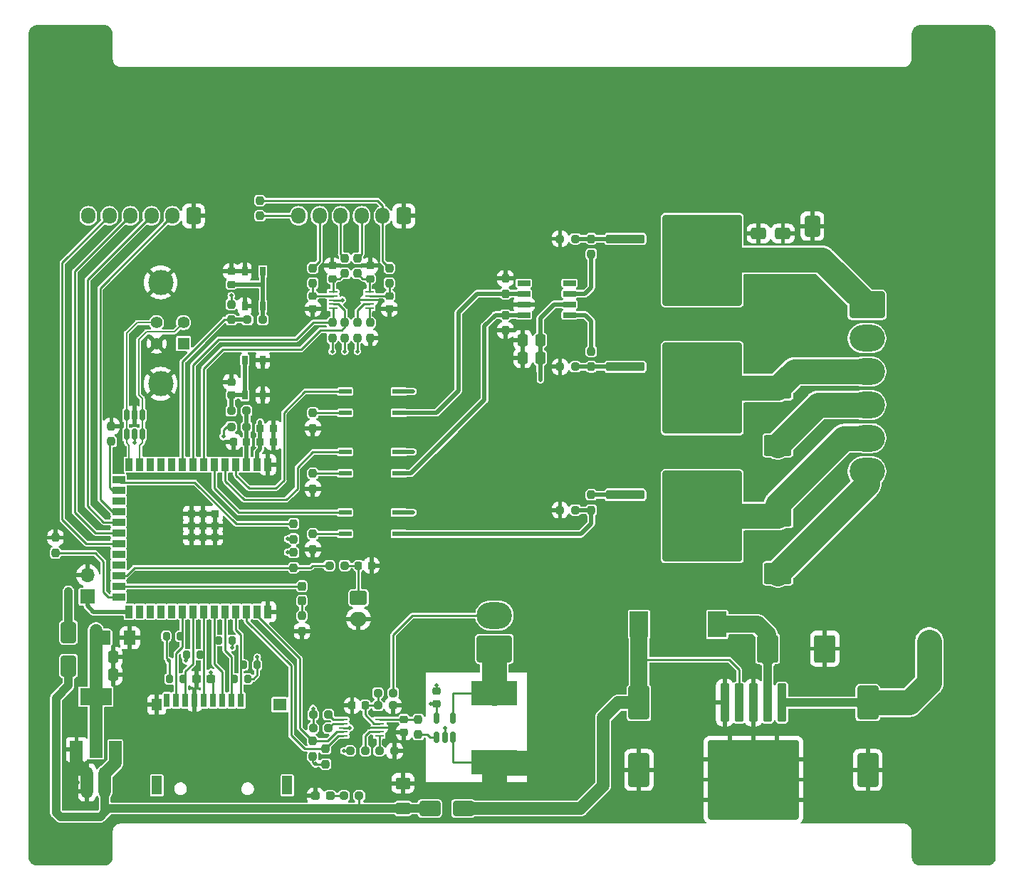
<source format=gbr>
%TF.GenerationSoftware,KiCad,Pcbnew,7.0.8-7.0.8~ubuntu22.04.1*%
%TF.CreationDate,2023-11-06T20:13:04+08:00*%
%TF.ProjectId,ECU,4543552e-6b69-4636-9164-5f7063625858,rev?*%
%TF.SameCoordinates,Original*%
%TF.FileFunction,Copper,L1,Top*%
%TF.FilePolarity,Positive*%
%FSLAX46Y46*%
G04 Gerber Fmt 4.6, Leading zero omitted, Abs format (unit mm)*
G04 Created by KiCad (PCBNEW 7.0.8-7.0.8~ubuntu22.04.1) date 2023-11-06 20:13:04*
%MOMM*%
%LPD*%
G01*
G04 APERTURE LIST*
G04 Aperture macros list*
%AMRoundRect*
0 Rectangle with rounded corners*
0 $1 Rounding radius*
0 $2 $3 $4 $5 $6 $7 $8 $9 X,Y pos of 4 corners*
0 Add a 4 corners polygon primitive as box body*
4,1,4,$2,$3,$4,$5,$6,$7,$8,$9,$2,$3,0*
0 Add four circle primitives for the rounded corners*
1,1,$1+$1,$2,$3*
1,1,$1+$1,$4,$5*
1,1,$1+$1,$6,$7*
1,1,$1+$1,$8,$9*
0 Add four rect primitives between the rounded corners*
20,1,$1+$1,$2,$3,$4,$5,0*
20,1,$1+$1,$4,$5,$6,$7,0*
20,1,$1+$1,$6,$7,$8,$9,0*
20,1,$1+$1,$8,$9,$2,$3,0*%
G04 Aperture macros list end*
%TA.AperFunction,SMDPad,CuDef*%
%ADD10RoundRect,0.225000X-0.250000X0.225000X-0.250000X-0.225000X0.250000X-0.225000X0.250000X0.225000X0*%
%TD*%
%TA.AperFunction,SMDPad,CuDef*%
%ADD11R,1.525000X0.650000*%
%TD*%
%TA.AperFunction,SMDPad,CuDef*%
%ADD12RoundRect,0.237500X-0.237500X0.250000X-0.237500X-0.250000X0.237500X-0.250000X0.237500X0.250000X0*%
%TD*%
%TA.AperFunction,SMDPad,CuDef*%
%ADD13RoundRect,0.225000X0.250000X-0.225000X0.250000X0.225000X-0.250000X0.225000X-0.250000X-0.225000X0*%
%TD*%
%TA.AperFunction,SMDPad,CuDef*%
%ADD14RoundRect,0.237500X0.237500X-0.250000X0.237500X0.250000X-0.237500X0.250000X-0.237500X-0.250000X0*%
%TD*%
%TA.AperFunction,ComponentPad*%
%ADD15RoundRect,0.250000X0.600000X0.725000X-0.600000X0.725000X-0.600000X-0.725000X0.600000X-0.725000X0*%
%TD*%
%TA.AperFunction,ComponentPad*%
%ADD16O,1.700000X1.950000*%
%TD*%
%TA.AperFunction,ComponentPad*%
%ADD17RoundRect,0.250000X-0.750000X0.600000X-0.750000X-0.600000X0.750000X-0.600000X0.750000X0.600000X0*%
%TD*%
%TA.AperFunction,ComponentPad*%
%ADD18O,2.000000X1.700000*%
%TD*%
%TA.AperFunction,SMDPad,CuDef*%
%ADD19RoundRect,0.225000X0.225000X0.250000X-0.225000X0.250000X-0.225000X-0.250000X0.225000X-0.250000X0*%
%TD*%
%TA.AperFunction,SMDPad,CuDef*%
%ADD20R,1.100000X0.250000*%
%TD*%
%TA.AperFunction,SMDPad,CuDef*%
%ADD21RoundRect,0.250000X0.650000X-0.412500X0.650000X0.412500X-0.650000X0.412500X-0.650000X-0.412500X0*%
%TD*%
%TA.AperFunction,SMDPad,CuDef*%
%ADD22RoundRect,0.237500X0.250000X0.237500X-0.250000X0.237500X-0.250000X-0.237500X0.250000X-0.237500X0*%
%TD*%
%TA.AperFunction,SMDPad,CuDef*%
%ADD23R,0.650000X1.050000*%
%TD*%
%TA.AperFunction,SMDPad,CuDef*%
%ADD24RoundRect,0.250000X-1.000000X-0.650000X1.000000X-0.650000X1.000000X0.650000X-1.000000X0.650000X0*%
%TD*%
%TA.AperFunction,SMDPad,CuDef*%
%ADD25RoundRect,0.200000X-0.200000X-0.275000X0.200000X-0.275000X0.200000X0.275000X-0.200000X0.275000X0*%
%TD*%
%TA.AperFunction,SMDPad,CuDef*%
%ADD26RoundRect,0.150000X-0.150000X0.512500X-0.150000X-0.512500X0.150000X-0.512500X0.150000X0.512500X0*%
%TD*%
%TA.AperFunction,ComponentPad*%
%ADD27RoundRect,0.250000X1.850000X-1.330000X1.850000X1.330000X-1.850000X1.330000X-1.850000X-1.330000X0*%
%TD*%
%TA.AperFunction,ComponentPad*%
%ADD28O,4.200000X3.160000*%
%TD*%
%TA.AperFunction,SMDPad,CuDef*%
%ADD29R,0.900000X1.500000*%
%TD*%
%TA.AperFunction,SMDPad,CuDef*%
%ADD30R,1.500000X0.900000*%
%TD*%
%TA.AperFunction,SMDPad,CuDef*%
%ADD31R,0.900000X0.900000*%
%TD*%
%TA.AperFunction,SMDPad,CuDef*%
%ADD32RoundRect,0.250000X1.000000X-1.400000X1.000000X1.400000X-1.000000X1.400000X-1.000000X-1.400000X0*%
%TD*%
%TA.AperFunction,SMDPad,CuDef*%
%ADD33RoundRect,0.250000X1.400000X1.000000X-1.400000X1.000000X-1.400000X-1.000000X1.400000X-1.000000X0*%
%TD*%
%TA.AperFunction,SMDPad,CuDef*%
%ADD34RoundRect,0.237500X-0.250000X-0.237500X0.250000X-0.237500X0.250000X0.237500X-0.250000X0.237500X0*%
%TD*%
%TA.AperFunction,SMDPad,CuDef*%
%ADD35RoundRect,0.250000X-1.000000X1.750000X-1.000000X-1.750000X1.000000X-1.750000X1.000000X1.750000X0*%
%TD*%
%TA.AperFunction,SMDPad,CuDef*%
%ADD36RoundRect,0.250000X0.650000X-1.000000X0.650000X1.000000X-0.650000X1.000000X-0.650000X-1.000000X0*%
%TD*%
%TA.AperFunction,SMDPad,CuDef*%
%ADD37RoundRect,0.237500X0.237500X-0.287500X0.237500X0.287500X-0.237500X0.287500X-0.237500X-0.287500X0*%
%TD*%
%TA.AperFunction,SMDPad,CuDef*%
%ADD38R,1.500000X2.000000*%
%TD*%
%TA.AperFunction,SMDPad,CuDef*%
%ADD39R,3.800000X2.000000*%
%TD*%
%TA.AperFunction,SMDPad,CuDef*%
%ADD40R,5.500000X2.850000*%
%TD*%
%TA.AperFunction,SMDPad,CuDef*%
%ADD41RoundRect,0.250000X-0.337500X-0.475000X0.337500X-0.475000X0.337500X0.475000X-0.337500X0.475000X0*%
%TD*%
%TA.AperFunction,SMDPad,CuDef*%
%ADD42R,1.500000X0.600000*%
%TD*%
%TA.AperFunction,SMDPad,CuDef*%
%ADD43RoundRect,0.200000X0.200000X0.275000X-0.200000X0.275000X-0.200000X-0.275000X0.200000X-0.275000X0*%
%TD*%
%TA.AperFunction,SMDPad,CuDef*%
%ADD44RoundRect,0.250001X0.624999X-0.462499X0.624999X0.462499X-0.624999X0.462499X-0.624999X-0.462499X0*%
%TD*%
%TA.AperFunction,ComponentPad*%
%ADD45R,1.400000X1.400000*%
%TD*%
%TA.AperFunction,ComponentPad*%
%ADD46C,1.400000*%
%TD*%
%TA.AperFunction,ComponentPad*%
%ADD47C,3.000000*%
%TD*%
%TA.AperFunction,SMDPad,CuDef*%
%ADD48RoundRect,0.250000X0.337500X0.475000X-0.337500X0.475000X-0.337500X-0.475000X0.337500X-0.475000X0*%
%TD*%
%TA.AperFunction,SMDPad,CuDef*%
%ADD49RoundRect,0.150000X0.150000X-0.512500X0.150000X0.512500X-0.150000X0.512500X-0.150000X-0.512500X0*%
%TD*%
%TA.AperFunction,ComponentPad*%
%ADD50RoundRect,0.250000X-1.850000X1.330000X-1.850000X-1.330000X1.850000X-1.330000X1.850000X1.330000X0*%
%TD*%
%TA.AperFunction,SMDPad,CuDef*%
%ADD51RoundRect,0.250000X-2.050000X-0.300000X2.050000X-0.300000X2.050000X0.300000X-2.050000X0.300000X0*%
%TD*%
%TA.AperFunction,SMDPad,CuDef*%
%ADD52RoundRect,0.250000X-2.025000X-2.375000X2.025000X-2.375000X2.025000X2.375000X-2.025000X2.375000X0*%
%TD*%
%TA.AperFunction,SMDPad,CuDef*%
%ADD53RoundRect,0.250002X-4.449998X-5.149998X4.449998X-5.149998X4.449998X5.149998X-4.449998X5.149998X0*%
%TD*%
%TA.AperFunction,ComponentPad*%
%ADD54R,1.700000X1.700000*%
%TD*%
%TA.AperFunction,ComponentPad*%
%ADD55O,1.700000X1.700000*%
%TD*%
%TA.AperFunction,SMDPad,CuDef*%
%ADD56R,0.700000X1.600000*%
%TD*%
%TA.AperFunction,SMDPad,CuDef*%
%ADD57R,1.200000X1.400000*%
%TD*%
%TA.AperFunction,SMDPad,CuDef*%
%ADD58R,1.200000X2.200000*%
%TD*%
%TA.AperFunction,SMDPad,CuDef*%
%ADD59R,1.600000X1.400000*%
%TD*%
%TA.AperFunction,SMDPad,CuDef*%
%ADD60RoundRect,0.237500X0.300000X0.237500X-0.300000X0.237500X-0.300000X-0.237500X0.300000X-0.237500X0*%
%TD*%
%TA.AperFunction,SMDPad,CuDef*%
%ADD61RoundRect,0.250001X-0.462499X-0.624999X0.462499X-0.624999X0.462499X0.624999X-0.462499X0.624999X0*%
%TD*%
%TA.AperFunction,SMDPad,CuDef*%
%ADD62RoundRect,0.225000X-0.225000X-0.250000X0.225000X-0.250000X0.225000X0.250000X-0.225000X0.250000X0*%
%TD*%
%TA.AperFunction,SMDPad,CuDef*%
%ADD63RoundRect,0.250000X-0.300000X2.050000X-0.300000X-2.050000X0.300000X-2.050000X0.300000X2.050000X0*%
%TD*%
%TA.AperFunction,SMDPad,CuDef*%
%ADD64RoundRect,0.250000X-2.375000X2.025000X-2.375000X-2.025000X2.375000X-2.025000X2.375000X2.025000X0*%
%TD*%
%TA.AperFunction,SMDPad,CuDef*%
%ADD65RoundRect,0.250002X-5.149998X4.449998X-5.149998X-4.449998X5.149998X-4.449998X5.149998X4.449998X0*%
%TD*%
%TA.AperFunction,SMDPad,CuDef*%
%ADD66RoundRect,0.237500X-0.287500X-0.237500X0.287500X-0.237500X0.287500X0.237500X-0.287500X0.237500X0*%
%TD*%
%TA.AperFunction,SMDPad,CuDef*%
%ADD67R,2.200000X3.050000*%
%TD*%
%TA.AperFunction,ViaPad*%
%ADD68C,0.500000*%
%TD*%
%TA.AperFunction,Conductor*%
%ADD69C,0.250000*%
%TD*%
%TA.AperFunction,Conductor*%
%ADD70C,0.500000*%
%TD*%
%TA.AperFunction,Conductor*%
%ADD71C,1.000000*%
%TD*%
%TA.AperFunction,Conductor*%
%ADD72C,1.500000*%
%TD*%
%TA.AperFunction,Conductor*%
%ADD73C,3.000000*%
%TD*%
%TA.AperFunction,Conductor*%
%ADD74C,2.000000*%
%TD*%
%TA.AperFunction,Conductor*%
%ADD75C,0.200000*%
%TD*%
G04 APERTURE END LIST*
D10*
%TO.P,C10,1*%
%TO.N,GND*%
X158530000Y-129235000D03*
%TO.P,C10,2*%
%TO.N,+3.3V*%
X158530000Y-130785000D03*
%TD*%
D11*
%TO.P,IC1,1,NC_1*%
%TO.N,unconnected-(IC1-NC_1-Pad1)*%
X168888000Y-80695000D03*
%TO.P,IC1,2,INA*%
%TO.N,Net-(IC1-INA)*%
X168888000Y-81965000D03*
%TO.P,IC1,3,GND*%
%TO.N,GND*%
X168888000Y-83235000D03*
%TO.P,IC1,4,INB*%
%TO.N,Net-(IC1-INB)*%
X168888000Y-84505000D03*
%TO.P,IC1,5,OUT_B*%
%TO.N,Net-(IC1-OUT_B)*%
X174312000Y-84505000D03*
%TO.P,IC1,6,VS*%
%TO.N,+BATT*%
X174312000Y-83235000D03*
%TO.P,IC1,7,OUT_A*%
%TO.N,Net-(IC1-OUT_A)*%
X174312000Y-81965000D03*
%TO.P,IC1,8,NC_2*%
%TO.N,unconnected-(IC1-NC_2-Pad8)*%
X174312000Y-80695000D03*
%TD*%
D12*
%TO.P,R11,1*%
%TO.N,Net-(Q3-G)*%
X176900000Y-75430000D03*
%TO.P,R11,2*%
%TO.N,Net-(IC1-OUT_A)*%
X176900000Y-77255000D03*
%TD*%
D13*
%TO.P,C29,2*%
%TO.N,Net-(U4-AIN0)*%
X152900000Y-82212500D03*
%TO.P,C29,1*%
%TO.N,GND*%
X152900000Y-83762500D03*
%TD*%
D14*
%TO.P,R4,1*%
%TO.N,+3.3V*%
X145300000Y-137925000D03*
%TO.P,R4,2*%
%TO.N,/SCL_1*%
X145300000Y-136100000D03*
%TD*%
D15*
%TO.P,J1,1,Pin_1*%
%TO.N,GND*%
X154600000Y-72700000D03*
D16*
%TO.P,J1,2,Pin_2*%
%TO.N,/IAT*%
X152100000Y-72700000D03*
%TO.P,J1,3,Pin_3*%
%TO.N,/MPS*%
X149600000Y-72700000D03*
%TO.P,J1,4,Pin_4*%
%TO.N,/TPS*%
X147100000Y-72700000D03*
%TO.P,J1,5,Pin_5*%
%TO.N,/AFR*%
X144600000Y-72700000D03*
%TO.P,J1,6,Pin_6*%
%TO.N,+5V*%
X142100000Y-72700000D03*
%TD*%
D17*
%TO.P,J8,1,Pin_1*%
%TO.N,Net-(J8-Pin_1)*%
X149225000Y-118151250D03*
D18*
%TO.P,J8,2,Pin_2*%
%TO.N,GND*%
X149225000Y-120651250D03*
%TD*%
D19*
%TO.P,C26,1*%
%TO.N,GND*%
X150775000Y-114300000D03*
%TO.P,C26,2*%
%TO.N,Net-(J8-Pin_1)*%
X149225000Y-114300000D03*
%TD*%
D13*
%TO.P,C24,1*%
%TO.N,GND*%
X154640000Y-134150000D03*
%TO.P,C24,2*%
%TO.N,Net-(U5-AIN1)*%
X154640000Y-132600000D03*
%TD*%
D14*
%TO.P,R9,1*%
%TO.N,GND*%
X143800000Y-112365000D03*
%TO.P,R9,2*%
%TO.N,Net-(IC5-K)*%
X143800000Y-110540000D03*
%TD*%
D12*
%TO.P,R33,2*%
%TO.N,Net-(U4-AIN3)*%
X143800000Y-80725000D03*
%TO.P,R33,1*%
%TO.N,/AFR*%
X143800000Y-78900000D03*
%TD*%
D20*
%TO.P,U5,1,ADDR*%
%TO.N,Net-(U5-ADDR)*%
X151690000Y-134600000D03*
%TO.P,U5,2,ALERT/RDY*%
%TO.N,Net-(U5-ALERT{slash}RDY)*%
X151690000Y-134100000D03*
%TO.P,U5,3,GND*%
%TO.N,GND*%
X151690000Y-133600000D03*
%TO.P,U5,4,AIN0*%
%TO.N,Net-(U5-AIN0)*%
X151690000Y-133100000D03*
%TO.P,U5,5,AIN1*%
%TO.N,Net-(U5-AIN1)*%
X151690000Y-132600000D03*
%TO.P,U5,6,AIN2*%
%TO.N,Net-(U5-AIN2)*%
X147390000Y-132600000D03*
%TO.P,U5,7,AIN3*%
%TO.N,Net-(U5-AIN3)*%
X147390000Y-133100000D03*
%TO.P,U5,8,VDD*%
%TO.N,+3.3V*%
X147390000Y-133600000D03*
%TO.P,U5,9,SDA*%
%TO.N,/SDA_1*%
X147390000Y-134100000D03*
%TO.P,U5,10,SCL*%
%TO.N,/SCL_1*%
X147390000Y-134600000D03*
%TD*%
D21*
%TO.P,C20,1*%
%TO.N,/COIL*%
X199690000Y-77930000D03*
%TO.P,C20,2*%
%TO.N,GND*%
X199690000Y-74805000D03*
%TD*%
D22*
%TO.P,R50,1*%
%TO.N,GND*%
X153352500Y-130950000D03*
%TO.P,R50,2*%
%TO.N,Net-(U5-AIN0)*%
X151527500Y-130950000D03*
%TD*%
D21*
%TO.P,C17,1*%
%TO.N,/COIL*%
X196790000Y-77930000D03*
%TO.P,C17,2*%
%TO.N,GND*%
X196790000Y-74805000D03*
%TD*%
D14*
%TO.P,R32,2*%
%TO.N,Net-(U4-ALERT{slash}RDY)*%
X149100000Y-85400000D03*
%TO.P,R32,1*%
%TO.N,+3.3V*%
X149100000Y-87225000D03*
%TD*%
D23*
%TO.P,SW2,1,1*%
%TO.N,GND*%
X135695000Y-83450000D03*
X135695000Y-79300000D03*
%TO.P,SW2,2,2*%
%TO.N,Net-(C12-Pad2)*%
X137845000Y-83450000D03*
X137845000Y-79300000D03*
%TD*%
D24*
%TO.P,D10,1,K*%
%TO.N,+4V*%
X157700000Y-143200000D03*
%TO.P,D10,2,A*%
%TO.N,+5V*%
X161700000Y-143200000D03*
%TD*%
D12*
%TO.P,R34,2*%
%TO.N,Net-(U4-AIN0)*%
X152900000Y-80725000D03*
%TO.P,R34,1*%
%TO.N,/IAT*%
X152900000Y-78900000D03*
%TD*%
%TO.P,R26,2*%
%TO.N,+3.3V*%
X146100000Y-87225000D03*
%TO.P,R26,1*%
%TO.N,/SCL_0*%
X146100000Y-85400000D03*
%TD*%
%TO.P,R8,1*%
%TO.N,GND*%
X113200000Y-110987500D03*
%TO.P,R8,2*%
%TO.N,Net-(IC4-IO45)*%
X113200000Y-112812500D03*
%TD*%
D25*
%TO.P,R16,1*%
%TO.N,+3.3V*%
X126725000Y-127800000D03*
%TO.P,R16,2*%
%TO.N,/SD_DAT0*%
X128375000Y-127800000D03*
%TD*%
D26*
%TO.P,U7,1,IO1*%
%TO.N,/USB_D-*%
X123530000Y-96402500D03*
%TO.P,U7,2,VN*%
%TO.N,GND*%
X122580000Y-96402500D03*
%TO.P,U7,3,IO2*%
%TO.N,/USB_D+*%
X121630000Y-96402500D03*
%TO.P,U7,4,IO3*%
X121630000Y-98677500D03*
%TO.P,U7,5,VP*%
%TO.N,Net-(D7-A)*%
X122580000Y-98677500D03*
%TO.P,U7,6,IO4*%
%TO.N,/USB_D-*%
X123530000Y-98677500D03*
%TD*%
D27*
%TO.P,J5,1,Pin_1*%
%TO.N,-BATT*%
X165380000Y-124210000D03*
D28*
%TO.P,J5,2,Pin_2*%
%TO.N,+BATT*%
X165380000Y-120250000D03*
%TD*%
D29*
%TO.P,IC4,1,GND_1*%
%TO.N,GND*%
X138460000Y-102300000D03*
%TO.P,IC4,2,3V3*%
%TO.N,+3.3V*%
X137190000Y-102300000D03*
%TO.P,IC4,3,EN*%
%TO.N,/RESET_PIN*%
X135920000Y-102300000D03*
%TO.P,IC4,4,IO4*%
%TO.N,/COIL_PIN*%
X134650000Y-102300000D03*
%TO.P,IC4,5,IO5*%
%TO.N,/FUEL_PIN*%
X133380000Y-102300000D03*
%TO.P,IC4,6,IO6*%
%TO.N,/FUEL_PUMP_PIN*%
X132110000Y-102300000D03*
%TO.P,IC4,7,IO7*%
%TO.N,/SDA_0*%
X130840000Y-102300000D03*
%TO.P,IC4,8,IO15*%
%TO.N,/SCL_0*%
X129570000Y-102300000D03*
%TO.P,IC4,9,IO16*%
%TO.N,/ZERO_PIN*%
X128300000Y-102300000D03*
%TO.P,IC4,10,IO17*%
%TO.N,unconnected-(IC4-IO17-Pad10)*%
X127030000Y-102300000D03*
%TO.P,IC4,11,IO18*%
%TO.N,unconnected-(IC4-IO18-Pad11)*%
X125760000Y-102300000D03*
%TO.P,IC4,12,IO8*%
%TO.N,unconnected-(IC4-IO8-Pad12)*%
X124490000Y-102300000D03*
%TO.P,IC4,13,IO19*%
%TO.N,/USB_D-*%
X123220000Y-102300000D03*
%TO.P,IC4,14,IO20*%
%TO.N,/USB_D+*%
X121950000Y-102300000D03*
D30*
%TO.P,IC4,15,IO3*%
%TO.N,Net-(IC4-IO3)*%
X120700000Y-104065000D03*
%TO.P,IC4,16,IO46*%
%TO.N,Net-(IC4-IO46)*%
X120700000Y-105335000D03*
%TO.P,IC4,17,IO9*%
%TO.N,unconnected-(IC4-IO9-Pad17)*%
X120700000Y-106605000D03*
%TO.P,IC4,18,IO10*%
%TO.N,/FSPI_CS*%
X120700000Y-107875000D03*
%TO.P,IC4,19,IO11*%
%TO.N,/FSPI_MOSI*%
X120700000Y-109145000D03*
%TO.P,IC4,20,IO12*%
%TO.N,/FSPI_CLK*%
X120700000Y-110415000D03*
%TO.P,IC4,21,IO13*%
%TO.N,/FSPI_MISO*%
X120700000Y-111685000D03*
%TO.P,IC4,22,IO14*%
%TO.N,unconnected-(IC4-IO14-Pad22)*%
X120700000Y-112955000D03*
%TO.P,IC4,23,IO21*%
%TO.N,unconnected-(IC4-IO21-Pad23)*%
X120700000Y-114225000D03*
%TO.P,IC4,24,IO47*%
%TO.N,/CAPTURE_PIN*%
X120700000Y-115495000D03*
%TO.P,IC4,25,IO48*%
%TO.N,/LED_PIN*%
X120700000Y-116765000D03*
%TO.P,IC4,26,IO45*%
%TO.N,Net-(IC4-IO45)*%
X120700000Y-118035000D03*
D29*
%TO.P,IC4,27,IO0*%
%TO.N,Net-(IC4-IO0)*%
X121950000Y-119800000D03*
%TO.P,IC4,28,IO35*%
%TO.N,unconnected-(IC4-IO35-Pad28)*%
X123220000Y-119800000D03*
%TO.P,IC4,29,IO36*%
%TO.N,unconnected-(IC4-IO36-Pad29)*%
X124490000Y-119800000D03*
%TO.P,IC4,30,IO37*%
%TO.N,unconnected-(IC4-IO37-Pad30)*%
X125760000Y-119800000D03*
%TO.P,IC4,31,IO38*%
%TO.N,unconnected-(IC4-IO38-Pad31)*%
X127030000Y-119800000D03*
%TO.P,IC4,32,IO39*%
%TO.N,/SD_DAT1*%
X128300000Y-119800000D03*
%TO.P,IC4,33,IO40*%
%TO.N,/SD_DAT0*%
X129570000Y-119800000D03*
%TO.P,IC4,34,IO41*%
%TO.N,/SD_CLK*%
X130840000Y-119800000D03*
%TO.P,IC4,35,IO42*%
%TO.N,/SD_CMD*%
X132110000Y-119800000D03*
%TO.P,IC4,36,RXD0*%
%TO.N,/SD_DAT3*%
X133380000Y-119800000D03*
%TO.P,IC4,37,TXD0*%
%TO.N,/SD_DAT2*%
X134650000Y-119800000D03*
%TO.P,IC4,38,IO2*%
%TO.N,/SCL_1*%
X135920000Y-119800000D03*
%TO.P,IC4,39,IO1*%
%TO.N,/SDA_1*%
X137190000Y-119800000D03*
%TO.P,IC4,40,GND_2*%
%TO.N,GND*%
X138460000Y-119800000D03*
D31*
%TO.P,IC4,41,GND_3*%
X130740000Y-109550000D03*
%TO.P,IC4,42,GND_4*%
X132140000Y-108150000D03*
%TO.P,IC4,43,GND_5*%
X130740000Y-108150000D03*
%TO.P,IC4,44,GND_6*%
X129340000Y-108150000D03*
%TO.P,IC4,45,GND_7*%
X129340000Y-109550000D03*
%TO.P,IC4,46,GND_8*%
X129340000Y-110950000D03*
%TO.P,IC4,47,GND_9*%
X130740000Y-110950000D03*
%TO.P,IC4,48,GND_10*%
X132140000Y-110950000D03*
%TO.P,IC4,49,GND_11*%
X132140000Y-109550000D03*
%TD*%
D22*
%TO.P,R42,1*%
%TO.N,GND*%
X153515000Y-136350000D03*
%TO.P,R42,2*%
%TO.N,Net-(U5-ADDR)*%
X151690000Y-136350000D03*
%TD*%
D14*
%TO.P,R22,1*%
%TO.N,Net-(IC4-IO46)*%
X119850000Y-99537500D03*
%TO.P,R22,2*%
%TO.N,GND*%
X119850000Y-97712500D03*
%TD*%
%TO.P,R5,1*%
%TO.N,+3.3V*%
X143800000Y-137012500D03*
%TO.P,R5,2*%
%TO.N,/SDA_1*%
X143800000Y-135187500D03*
%TD*%
D22*
%TO.P,R24,1*%
%TO.N,Net-(U5-AIN2)*%
X145652500Y-132050000D03*
%TO.P,R24,2*%
%TO.N,+3.3V*%
X143827500Y-132050000D03*
%TD*%
D23*
%TO.P,SW1,1,1*%
%TO.N,GND*%
X137845000Y-89875000D03*
X137845000Y-94025000D03*
%TO.P,SW1,2,2*%
%TO.N,Net-(C11-Pad2)*%
X135695000Y-89875000D03*
X135695000Y-94025000D03*
%TD*%
D14*
%TO.P,R12,1*%
%TO.N,GND*%
X143800000Y-97965000D03*
%TO.P,R12,2*%
%TO.N,Net-(IC2-K)*%
X143800000Y-96140000D03*
%TD*%
D32*
%TO.P,D3,1,K*%
%TO.N,Net-(D3-K)*%
X197875000Y-124200000D03*
%TO.P,D3,2,A*%
%TO.N,GND*%
X204675000Y-124200000D03*
%TD*%
D33*
%TO.P,D6,1,K*%
%TO.N,+BATT*%
X199090000Y-100000000D03*
%TO.P,D6,2,A*%
%TO.N,/FUEL*%
X199090000Y-93200000D03*
%TD*%
D34*
%TO.P,R23,1*%
%TO.N,GND*%
X173187500Y-107715000D03*
%TO.P,R23,2*%
%TO.N,Net-(IC5-E)*%
X175012500Y-107715000D03*
%TD*%
D35*
%TO.P,C9,1*%
%TO.N,+5V*%
X182575000Y-130625000D03*
%TO.P,C9,2*%
%TO.N,GND*%
X182575000Y-138625000D03*
%TD*%
D36*
%TO.P,D7,1,K*%
%TO.N,+4V*%
X114740000Y-126260000D03*
%TO.P,D7,2,A*%
%TO.N,Net-(D7-A)*%
X114740000Y-122260000D03*
%TD*%
D12*
%TO.P,R7,1*%
%TO.N,Net-(IC4-IO3)*%
X141500000Y-109337500D03*
%TO.P,R7,2*%
%TO.N,+3.3V*%
X141500000Y-111162500D03*
%TD*%
D37*
%TO.P,D5,1,K*%
%TO.N,Net-(D5-K)*%
X142500000Y-118515000D03*
%TO.P,D5,2,A*%
%TO.N,/LED_PIN*%
X142500000Y-116765000D03*
%TD*%
D22*
%TO.P,R51,1*%
%TO.N,Net-(U5-AIN3)*%
X145652500Y-133650000D03*
%TO.P,R51,2*%
%TO.N,+3.3V*%
X143827500Y-133650000D03*
%TD*%
D38*
%TO.P,U2,1,GND*%
%TO.N,GND*%
X115700000Y-136200000D03*
%TO.P,U2,2,VO*%
%TO.N,+3.3V*%
X118000000Y-136200000D03*
D39*
X118000000Y-129900000D03*
D38*
%TO.P,U2,3,VI*%
%TO.N,+4V*%
X120300000Y-136200000D03*
%TD*%
D40*
%TO.P,R45,1*%
%TO.N,GND*%
X165380000Y-137700000D03*
%TO.P,R45,2*%
%TO.N,-BATT*%
X165380000Y-129500000D03*
%TD*%
D19*
%TO.P,C4,1*%
%TO.N,GND*%
X139075000Y-97985000D03*
%TO.P,C4,2*%
%TO.N,+3.3V*%
X137525000Y-97985000D03*
%TD*%
D41*
%TO.P,C1,1*%
%TO.N,+3.3V*%
X118000000Y-125200000D03*
%TO.P,C1,2*%
%TO.N,GND*%
X120075000Y-125200000D03*
%TD*%
D14*
%TO.P,R31,1*%
%TO.N,GND*%
X142500000Y-122112500D03*
%TO.P,R31,2*%
%TO.N,Net-(D5-K)*%
X142500000Y-120287500D03*
%TD*%
D42*
%TO.P,IC2,1,A*%
%TO.N,/COIL_PIN*%
X147650000Y-93600000D03*
%TO.P,IC2,2,K*%
%TO.N,Net-(IC2-K)*%
X147650000Y-96140000D03*
%TO.P,IC2,3,E*%
%TO.N,Net-(IC1-INA)*%
X154000000Y-96140000D03*
%TO.P,IC2,4,C*%
%TO.N,+BATT*%
X154000000Y-93600000D03*
%TD*%
D43*
%TO.P,R20,1*%
%TO.N,+3.3V*%
X137175000Y-126140000D03*
%TO.P,R20,2*%
%TO.N,/SD_DAT2*%
X135525000Y-126140000D03*
%TD*%
D33*
%TO.P,D8,1,K*%
%TO.N,+BATT*%
X199090000Y-115230000D03*
%TO.P,D8,2,A*%
%TO.N,/PUMP*%
X199090000Y-108430000D03*
%TD*%
D44*
%TO.P,D4,1,K*%
%TO.N,+4V*%
X154500000Y-143187500D03*
%TO.P,D4,2,A*%
%TO.N,GND*%
X154500000Y-140212500D03*
%TD*%
D20*
%TO.P,U4,10,SCL*%
%TO.N,/SCL_0*%
X146200000Y-83712500D03*
%TO.P,U4,9,SDA*%
%TO.N,/SDA_0*%
X146200000Y-83212500D03*
%TO.P,U4,8,VDD*%
%TO.N,+3.3V*%
X146200000Y-82712500D03*
%TO.P,U4,7,AIN3*%
%TO.N,Net-(U4-AIN3)*%
X146200000Y-82212500D03*
%TO.P,U4,6,AIN2*%
%TO.N,Net-(U4-AIN2)*%
X146200000Y-81712500D03*
%TO.P,U4,5,AIN1*%
%TO.N,Net-(U4-AIN1)*%
X150500000Y-81712500D03*
%TO.P,U4,4,AIN0*%
%TO.N,Net-(U4-AIN0)*%
X150500000Y-82212500D03*
%TO.P,U4,3,GND*%
%TO.N,GND*%
X150500000Y-82712500D03*
%TO.P,U4,2,ALERT/RDY*%
%TO.N,Net-(U4-ALERT{slash}RDY)*%
X150500000Y-83212500D03*
%TO.P,U4,1,ADDR*%
%TO.N,Net-(U4-ADDR)*%
X150500000Y-83712500D03*
%TD*%
D15*
%TO.P,J3,1,Pin_1*%
%TO.N,GND*%
X129600000Y-72700000D03*
D16*
%TO.P,J3,2,Pin_2*%
%TO.N,/FSPI_CS*%
X127100000Y-72700000D03*
%TO.P,J3,3,Pin_3*%
%TO.N,/FSPI_MOSI*%
X124600000Y-72700000D03*
%TO.P,J3,4,Pin_4*%
%TO.N,/FSPI_CLK*%
X122100000Y-72700000D03*
%TO.P,J3,5,Pin_5*%
%TO.N,/FSPI_MISO*%
X119600000Y-72700000D03*
%TO.P,J3,6,Pin_6*%
%TO.N,+5V*%
X117100000Y-72700000D03*
%TD*%
D42*
%TO.P,IC3,1,A*%
%TO.N,/FUEL_PIN*%
X147650000Y-100800000D03*
%TO.P,IC3,2,K*%
%TO.N,Net-(IC3-K)*%
X147650000Y-103340000D03*
%TO.P,IC3,3,E*%
%TO.N,Net-(IC1-INB)*%
X154000000Y-103340000D03*
%TO.P,IC3,4,C*%
%TO.N,+BATT*%
X154000000Y-100800000D03*
%TD*%
D45*
%TO.P,J4,1,VBUS*%
%TO.N,Net-(D7-A)*%
X128410000Y-87900000D03*
D46*
%TO.P,J4,2,D-*%
%TO.N,/USB_D-*%
X128410000Y-85400000D03*
%TO.P,J4,3,D+*%
%TO.N,/USB_D+*%
X125210000Y-85400000D03*
%TO.P,J4,4,GND*%
%TO.N,GND*%
X125210000Y-87900000D03*
D47*
%TO.P,J4,5,Shield*%
X125700000Y-80630000D03*
X125700000Y-92670000D03*
%TD*%
D14*
%TO.P,R39,1*%
%TO.N,/BATT_OUT*%
X156340000Y-134425000D03*
%TO.P,R39,2*%
%TO.N,Net-(U5-AIN1)*%
X156340000Y-132600000D03*
%TD*%
D34*
%TO.P,R28,1*%
%TO.N,/ZERO_PIN*%
X136020000Y-85050000D03*
%TO.P,R28,2*%
%TO.N,Net-(C12-Pad2)*%
X137845000Y-85050000D03*
%TD*%
D22*
%TO.P,R27,1*%
%TO.N,/RESET_PIN*%
X135920000Y-95900000D03*
%TO.P,R27,2*%
%TO.N,Net-(C11-Pad2)*%
X134095000Y-95900000D03*
%TD*%
D48*
%TO.P,C7,1*%
%TO.N,+4V*%
X119037500Y-139062500D03*
%TO.P,C7,2*%
%TO.N,GND*%
X116962500Y-139062500D03*
%TD*%
D10*
%TO.P,C12,1*%
%TO.N,GND*%
X134095000Y-79300000D03*
%TO.P,C12,2*%
%TO.N,Net-(C12-Pad2)*%
X134095000Y-80850000D03*
%TD*%
D49*
%TO.P,U6,1*%
%TO.N,/BATT_OUT*%
X158540000Y-134737500D03*
%TO.P,U6,2,GND*%
%TO.N,GND*%
X159490000Y-134737500D03*
%TO.P,U6,3,+*%
X160440000Y-134737500D03*
%TO.P,U6,4,-*%
%TO.N,-BATT*%
X160440000Y-132462500D03*
%TO.P,U6,5,V+*%
%TO.N,+3.3V*%
X158540000Y-132462500D03*
%TD*%
D50*
%TO.P,J6,1,Pin_1*%
%TO.N,/COIL*%
X209690000Y-83300000D03*
D28*
%TO.P,J6,2,Pin_2*%
%TO.N,+BATT*%
X209690000Y-87260000D03*
%TO.P,J6,3,Pin_3*%
%TO.N,/FUEL*%
X209690000Y-91220000D03*
%TO.P,J6,4,Pin_4*%
%TO.N,+BATT*%
X209690000Y-95180000D03*
%TO.P,J6,5,Pin_5*%
%TO.N,/PUMP*%
X209690000Y-99140000D03*
%TO.P,J6,6,Pin_6*%
%TO.N,+BATT*%
X209690000Y-103100000D03*
%TD*%
D51*
%TO.P,Q1,1,G*%
%TO.N,Net-(Q1-G)*%
X180950000Y-105890000D03*
D52*
%TO.P,Q1,2,C*%
%TO.N,/PUMP*%
X187675000Y-105655000D03*
X187675000Y-111205000D03*
D53*
X190100000Y-108430000D03*
D52*
X192525000Y-105655000D03*
X192525000Y-111205000D03*
D51*
%TO.P,Q1,3,E*%
%TO.N,GND*%
X180950000Y-110970000D03*
%TD*%
D54*
%TO.P,JP1,1,A*%
%TO.N,Net-(IC4-IO0)*%
X117000000Y-118010000D03*
D55*
%TO.P,JP1,2,B*%
%TO.N,GND*%
X117000000Y-115470000D03*
%TD*%
D10*
%TO.P,C11,1*%
%TO.N,GND*%
X134095000Y-92475000D03*
%TO.P,C11,2*%
%TO.N,Net-(C11-Pad2)*%
X134095000Y-94025000D03*
%TD*%
D41*
%TO.P,C6,1*%
%TO.N,+3.3V*%
X118000000Y-127300000D03*
%TO.P,C6,2*%
%TO.N,GND*%
X120075000Y-127300000D03*
%TD*%
D25*
%TO.P,R21,1*%
%TO.N,+3.3V*%
X126375000Y-122700000D03*
%TO.P,R21,2*%
%TO.N,/SD_DAT1*%
X128025000Y-122700000D03*
%TD*%
D34*
%TO.P,R43,1*%
%TO.N,+3.3V*%
X148227500Y-136350000D03*
%TO.P,R43,2*%
%TO.N,Net-(U5-ALERT{slash}RDY)*%
X150052500Y-136350000D03*
%TD*%
D12*
%TO.P,R25,2*%
%TO.N,+3.3V*%
X147600000Y-87225000D03*
%TO.P,R25,1*%
%TO.N,/SDA_0*%
X147600000Y-85400000D03*
%TD*%
D56*
%TO.P,J2,1,DAT2*%
%TO.N,/SD_DAT2*%
X135250000Y-130350000D03*
%TO.P,J2,2,CD/DAT3*%
%TO.N,/SD_DAT3*%
X134150000Y-130350000D03*
%TO.P,J2,3,CMD*%
%TO.N,/SD_CMD*%
X133050000Y-130350000D03*
%TO.P,J2,4,VDD*%
%TO.N,+3.3V*%
X131950000Y-130350000D03*
%TO.P,J2,5,CLK*%
%TO.N,/SD_CLK*%
X130850000Y-130350000D03*
%TO.P,J2,6,VSS*%
%TO.N,GND*%
X129750000Y-130350000D03*
%TO.P,J2,7,DAT0*%
%TO.N,/SD_DAT0*%
X128650000Y-130350000D03*
%TO.P,J2,8,DAT1*%
%TO.N,/SD_DAT1*%
X127550000Y-130350000D03*
%TO.P,J2,CD1,CARD_DETECTION*%
%TO.N,unconnected-(J2-CARD_DETECTION-PadCD1)*%
X126450000Y-130350000D03*
D57*
%TO.P,J2,G1,GROUND*%
%TO.N,GND*%
X125250000Y-130850000D03*
D58*
%TO.P,J2,MP1,MP1*%
%TO.N,unconnected-(J2-PadMP1)*%
X140750000Y-140450000D03*
%TO.P,J2,MP2,MP2*%
%TO.N,unconnected-(J2-PadMP2)*%
X125250000Y-140450000D03*
D59*
%TO.P,J2,MP3,MP3*%
%TO.N,unconnected-(J2-PadMP3)*%
X139850000Y-130850000D03*
%TD*%
D48*
%TO.P,C2,1*%
%TO.N,+4V*%
X119037500Y-141162500D03*
%TO.P,C2,2*%
%TO.N,GND*%
X116962500Y-141162500D03*
%TD*%
D60*
%TO.P,C16,1*%
%TO.N,+3.3V*%
X131702500Y-127800000D03*
%TO.P,C16,2*%
%TO.N,GND*%
X129977500Y-127800000D03*
%TD*%
D12*
%TO.P,R37,2*%
%TO.N,Net-(U4-AIN2)*%
X147600000Y-79550000D03*
%TO.P,R37,1*%
%TO.N,/TPS*%
X147600000Y-77725000D03*
%TD*%
D43*
%TO.P,R18,1*%
%TO.N,+3.3V*%
X134205000Y-123200000D03*
%TO.P,R18,2*%
%TO.N,/SD_CMD*%
X132555000Y-123200000D03*
%TD*%
D35*
%TO.P,C8,1*%
%TO.N,+BATT*%
X209775000Y-130625000D03*
%TO.P,C8,2*%
%TO.N,GND*%
X209775000Y-138625000D03*
%TD*%
D14*
%TO.P,R15,1*%
%TO.N,Net-(Q4-G)*%
X176900000Y-90660000D03*
%TO.P,R15,2*%
%TO.N,Net-(IC1-OUT_B)*%
X176900000Y-88835000D03*
%TD*%
D34*
%TO.P,R47,1*%
%TO.N,Net-(U5-AIN0)*%
X151527500Y-129450000D03*
%TO.P,R47,2*%
%TO.N,+BATT*%
X153352500Y-129450000D03*
%TD*%
D22*
%TO.P,R2,1*%
%TO.N,+4V*%
X149312500Y-141700000D03*
%TO.P,R2,2*%
%TO.N,Net-(D1-A)*%
X147487500Y-141700000D03*
%TD*%
D61*
%TO.P,D2,1,K*%
%TO.N,+3.3V*%
X119062500Y-122900000D03*
%TO.P,D2,2,A*%
%TO.N,GND*%
X122037500Y-122900000D03*
%TD*%
D22*
%TO.P,R14,1*%
%TO.N,Net-(Q4-G)*%
X175012500Y-90660000D03*
%TO.P,R14,2*%
%TO.N,GND*%
X173187500Y-90660000D03*
%TD*%
D48*
%TO.P,C19,1*%
%TO.N,+BATT*%
X170837500Y-87500000D03*
%TO.P,C19,2*%
%TO.N,GND*%
X168762500Y-87500000D03*
%TD*%
%TO.P,C18,1*%
%TO.N,+BATT*%
X170837500Y-89600000D03*
%TO.P,C18,2*%
%TO.N,GND*%
X168762500Y-89600000D03*
%TD*%
D51*
%TO.P,Q3,1,G*%
%TO.N,Net-(Q3-G)*%
X180950000Y-75430000D03*
D52*
%TO.P,Q3,2,C*%
%TO.N,/COIL*%
X187675000Y-75195000D03*
X187675000Y-80745000D03*
D53*
X190100000Y-77970000D03*
D52*
X192525000Y-75195000D03*
X192525000Y-80745000D03*
D51*
%TO.P,Q3,3,E*%
%TO.N,GND*%
X180950000Y-80510000D03*
%TD*%
D12*
%TO.P,R36,2*%
%TO.N,Net-(U4-AIN1)*%
X149100000Y-79550000D03*
%TO.P,R36,1*%
%TO.N,/MPS*%
X149100000Y-77725000D03*
%TD*%
D13*
%TO.P,C14,2*%
%TO.N,Net-(U4-AIN3)*%
X143800000Y-82212500D03*
%TO.P,C14,1*%
%TO.N,GND*%
X143800000Y-83762500D03*
%TD*%
D62*
%TO.P,C5,1*%
%TO.N,GND*%
X134370000Y-99600000D03*
%TO.P,C5,2*%
%TO.N,/RESET_PIN*%
X135920000Y-99600000D03*
%TD*%
D12*
%TO.P,R1,1*%
%TO.N,GND*%
X166700000Y-80140000D03*
%TO.P,R1,2*%
%TO.N,Net-(IC1-INA)*%
X166700000Y-81965000D03*
%TD*%
D14*
%TO.P,R3,1*%
%TO.N,GND*%
X166700000Y-86330000D03*
%TO.P,R3,2*%
%TO.N,Net-(IC1-INB)*%
X166700000Y-84505000D03*
%TD*%
D22*
%TO.P,R10,1*%
%TO.N,Net-(Q3-G)*%
X175012500Y-75430000D03*
%TO.P,R10,2*%
%TO.N,GND*%
X173187500Y-75430000D03*
%TD*%
D10*
%TO.P,C27,2*%
%TO.N,Net-(U4-AIN2)*%
X146100000Y-80187500D03*
%TO.P,C27,1*%
%TO.N,GND*%
X146100000Y-78637500D03*
%TD*%
D22*
%TO.P,R6,1*%
%TO.N,/RESET_PIN*%
X135912500Y-97800000D03*
%TO.P,R6,2*%
%TO.N,+3.3V*%
X134087500Y-97800000D03*
%TD*%
D42*
%TO.P,IC5,1,A*%
%TO.N,/FUEL_PUMP_PIN*%
X147650000Y-108000000D03*
%TO.P,IC5,2,K*%
%TO.N,Net-(IC5-K)*%
X147650000Y-110540000D03*
%TO.P,IC5,3,E*%
%TO.N,Net-(IC5-E)*%
X154000000Y-110540000D03*
%TO.P,IC5,4,C*%
%TO.N,+BATT*%
X154000000Y-108000000D03*
%TD*%
D63*
%TO.P,U1,1,VIN*%
%TO.N,+BATT*%
X199575000Y-130625000D03*
%TO.P,U1,2,OUT*%
%TO.N,Net-(D3-K)*%
X197875000Y-130625000D03*
%TO.P,U1,3,GND*%
%TO.N,GND*%
X196175000Y-130625000D03*
D64*
X198950000Y-137350000D03*
X193400000Y-137350000D03*
D65*
X196175000Y-139775000D03*
D64*
X198950000Y-142200000D03*
X193400000Y-142200000D03*
D63*
%TO.P,U1,4,FB*%
%TO.N,+5V*%
X194475000Y-130625000D03*
%TO.P,U1,5,~{ON}/OFF*%
%TO.N,GND*%
X192775000Y-130625000D03*
%TD*%
D19*
%TO.P,C3,1*%
%TO.N,GND*%
X139075000Y-99600000D03*
%TO.P,C3,2*%
%TO.N,+3.3V*%
X137525000Y-99600000D03*
%TD*%
D14*
%TO.P,R30,1*%
%TO.N,/ZERO_PIN*%
X134095000Y-85050000D03*
%TO.P,R30,2*%
%TO.N,+3.3V*%
X134095000Y-83225000D03*
%TD*%
D25*
%TO.P,R17,1*%
%TO.N,+3.3V*%
X128745000Y-124910000D03*
%TO.P,R17,2*%
%TO.N,/SD_CLK*%
X130395000Y-124910000D03*
%TD*%
D10*
%TO.P,C28,2*%
%TO.N,Net-(U4-AIN1)*%
X150600000Y-80187500D03*
%TO.P,C28,1*%
%TO.N,GND*%
X150600000Y-78637500D03*
%TD*%
D12*
%TO.P,R38,1*%
%TO.N,Net-(Q1-G)*%
X176900000Y-105890000D03*
%TO.P,R38,2*%
%TO.N,Net-(IC5-E)*%
X176900000Y-107715000D03*
%TD*%
D43*
%TO.P,R19,1*%
%TO.N,+3.3V*%
X136075000Y-127800000D03*
%TO.P,R19,2*%
%TO.N,/SD_DAT3*%
X134425000Y-127800000D03*
%TD*%
D66*
%TO.P,D1,1,K*%
%TO.N,GND*%
X144100000Y-141700000D03*
%TO.P,D1,2,A*%
%TO.N,Net-(D1-A)*%
X145850000Y-141700000D03*
%TD*%
D62*
%TO.P,C25,1*%
%TO.N,GND*%
X148465000Y-130950000D03*
%TO.P,C25,2*%
%TO.N,Net-(U5-AIN0)*%
X150015000Y-130950000D03*
%TD*%
D12*
%TO.P,R54,1*%
%TO.N,/IAT*%
X137500000Y-70875000D03*
%TO.P,R54,2*%
%TO.N,+5V*%
X137500000Y-72700000D03*
%TD*%
D14*
%TO.P,R13,1*%
%TO.N,GND*%
X143800000Y-105165000D03*
%TO.P,R13,2*%
%TO.N,Net-(IC3-K)*%
X143800000Y-103340000D03*
%TD*%
%TO.P,R53,1*%
%TO.N,/CAPTURE_PIN*%
X141500000Y-114562500D03*
%TO.P,R53,2*%
%TO.N,+3.3V*%
X141500000Y-112737500D03*
%TD*%
D34*
%TO.P,R52,1*%
%TO.N,/CAPTURE_PIN*%
X145762500Y-114300000D03*
%TO.P,R52,2*%
%TO.N,Net-(J8-Pin_1)*%
X147587500Y-114300000D03*
%TD*%
D14*
%TO.P,R35,1*%
%TO.N,GND*%
X150600000Y-87225000D03*
%TO.P,R35,2*%
%TO.N,Net-(U4-ADDR)*%
X150600000Y-85400000D03*
%TD*%
D36*
%TO.P,D9,1,K*%
%TO.N,/COIL*%
X203190000Y-77930000D03*
%TO.P,D9,2,A*%
%TO.N,GND*%
X203190000Y-73930000D03*
%TD*%
D51*
%TO.P,Q4,1,G*%
%TO.N,Net-(Q4-G)*%
X180950000Y-90660000D03*
D52*
%TO.P,Q4,2,C*%
%TO.N,/FUEL*%
X187675000Y-90425000D03*
X187675000Y-95975000D03*
D53*
X190100000Y-93200000D03*
D52*
X192525000Y-90425000D03*
X192525000Y-95975000D03*
D51*
%TO.P,Q4,3,E*%
%TO.N,GND*%
X180950000Y-95740000D03*
%TD*%
D67*
%TO.P,L1,1,1*%
%TO.N,Net-(D3-K)*%
X191875000Y-121300000D03*
%TO.P,L1,2,2*%
%TO.N,+5V*%
X182575000Y-121300000D03*
%TD*%
D68*
%TO.N,+3.3V*%
X143830000Y-131320000D03*
%TO.N,GND*%
X158530000Y-128540000D03*
%TO.N,+3.3V*%
X157800000Y-130790000D03*
%TO.N,GND*%
X139070000Y-96760000D03*
%TO.N,+3.3V*%
X137530000Y-97260000D03*
%TO.N,GND*%
X139760000Y-100750000D03*
X138220000Y-100750000D03*
X171640000Y-136550000D03*
X145500000Y-81112500D03*
X121900000Y-116150000D03*
X170500000Y-83250000D03*
X147600000Y-89812500D03*
X134620000Y-124610000D03*
X132750000Y-103500000D03*
X202300000Y-137350000D03*
X142700000Y-135000000D03*
X207800000Y-138625000D03*
X204675000Y-126600000D03*
X192775000Y-133700000D03*
X124340000Y-74220000D03*
X146670000Y-136940000D03*
X169840000Y-137750000D03*
X180000000Y-79000000D03*
X181800000Y-79000000D03*
X178200000Y-109600000D03*
X171040000Y-138350000D03*
X171040000Y-136550000D03*
X182575000Y-135800000D03*
X180600000Y-109600000D03*
X124100000Y-85950000D03*
X146100000Y-89812500D03*
X170440000Y-138350000D03*
X178800000Y-109600000D03*
X172240000Y-138950000D03*
X171640000Y-138950000D03*
X172240000Y-136550000D03*
X135260000Y-121250000D03*
X149900000Y-81112500D03*
X170440000Y-136550000D03*
X144750500Y-134470000D03*
X182400000Y-112400000D03*
X182400000Y-109600000D03*
X178200000Y-97200000D03*
X131475000Y-103500000D03*
X172840000Y-136550000D03*
X170000000Y-86400000D03*
X150670000Y-134810000D03*
X183600000Y-79000000D03*
X165750000Y-85300000D03*
X181800000Y-81800000D03*
X132200000Y-98950000D03*
X182400000Y-94400000D03*
X180600000Y-97200000D03*
X183000000Y-97200000D03*
X183000000Y-112400000D03*
X178800000Y-112400000D03*
X148350000Y-80262500D03*
X135000000Y-96800000D03*
X196175000Y-134300000D03*
X178800000Y-79000000D03*
X181800000Y-109600000D03*
X172840000Y-137750000D03*
X182400000Y-79000000D03*
X209775000Y-141400000D03*
X151200000Y-81112500D03*
X122575000Y-94975000D03*
X178200000Y-94400000D03*
X183600000Y-112400000D03*
X196175000Y-127600000D03*
X134000000Y-103500000D03*
X192775000Y-127600000D03*
X131450000Y-121250000D03*
X167300000Y-87650000D03*
X179400000Y-81800000D03*
X204675000Y-121800000D03*
X183000000Y-81800000D03*
X178200000Y-79000000D03*
X169840000Y-137150000D03*
X183600000Y-81800000D03*
X139700000Y-119800000D03*
X193400000Y-134300000D03*
X137200000Y-121250000D03*
X128309617Y-126181430D03*
X172840000Y-138950000D03*
X119490000Y-112310000D03*
X135450000Y-103500000D03*
X169840000Y-138350000D03*
X172840000Y-138350000D03*
X119500000Y-109760000D03*
X181800000Y-94400000D03*
X152100000Y-81497741D03*
X159490000Y-133620000D03*
X191500000Y-130625000D03*
X179400000Y-94400000D03*
X180000000Y-81800000D03*
X180500000Y-138625000D03*
X198950000Y-134300000D03*
X130200000Y-100800000D03*
X122580000Y-97540000D03*
X170440000Y-137150000D03*
X209775000Y-135900000D03*
X178200000Y-112400000D03*
X133990000Y-121250000D03*
X181800000Y-112400000D03*
X144000000Y-86112500D03*
X180000000Y-112400000D03*
X190000000Y-142200000D03*
X179400000Y-97200000D03*
X146670000Y-135760000D03*
X183000000Y-79000000D03*
X178800000Y-97200000D03*
X183000000Y-109600000D03*
X171640000Y-137150000D03*
X142900000Y-132900000D03*
X122040000Y-74230000D03*
X121900000Y-117400000D03*
X148350000Y-84662500D03*
X130180000Y-121250000D03*
X180600000Y-94400000D03*
X180000000Y-97200000D03*
X179400000Y-109600000D03*
X136800000Y-96800000D03*
X138450000Y-103800000D03*
X183600000Y-97200000D03*
X181200000Y-94400000D03*
X128910000Y-121250000D03*
X183600000Y-109600000D03*
X182400000Y-97200000D03*
X131478798Y-126336394D03*
X144600000Y-81497741D03*
X202700000Y-124200000D03*
X181200000Y-109600000D03*
X169840000Y-138950000D03*
X130900000Y-90000000D03*
X136600614Y-124818063D03*
X179400000Y-79000000D03*
X132720000Y-121250000D03*
X180600000Y-112400000D03*
X171040000Y-137750000D03*
X180600000Y-81800000D03*
X151900000Y-82812500D03*
X119510000Y-111050000D03*
X121900000Y-118575000D03*
X180000000Y-109600000D03*
X127640000Y-121250000D03*
X183000000Y-94400000D03*
X178200000Y-81800000D03*
X196175000Y-133600000D03*
X149100000Y-89812500D03*
X171640000Y-137750000D03*
X170440000Y-137750000D03*
X118000000Y-143207532D03*
X122000000Y-103675000D03*
X172240000Y-137750000D03*
X172840000Y-137150000D03*
X211800000Y-138625000D03*
X171040000Y-138950000D03*
X144800000Y-82812500D03*
X132720000Y-124260000D03*
X206700000Y-124200000D03*
X181200000Y-79000000D03*
X118000000Y-142400000D03*
X181200000Y-81800000D03*
X146800000Y-81112500D03*
X202300000Y-142200000D03*
X126850000Y-74260000D03*
X126150500Y-126066976D03*
X167300000Y-83250000D03*
X118300000Y-114500000D03*
X171640000Y-138350000D03*
X119380000Y-74230000D03*
X171040000Y-137150000D03*
X136900000Y-88000000D03*
X180600000Y-79000000D03*
X138500000Y-118300000D03*
X172240000Y-138350000D03*
X178800000Y-94400000D03*
X139800000Y-108675000D03*
X179400000Y-112400000D03*
X180000000Y-94400000D03*
X178800000Y-81800000D03*
X184700000Y-138625000D03*
X181800000Y-97200000D03*
X181200000Y-97200000D03*
X181200000Y-112400000D03*
X190000000Y-137350000D03*
X119470000Y-108520000D03*
X119500000Y-117200000D03*
X128950000Y-100800000D03*
X183600000Y-94400000D03*
X202300000Y-139775000D03*
X182575000Y-141500000D03*
X170440000Y-138950000D03*
X172240000Y-137150000D03*
X182400000Y-81800000D03*
X167700000Y-85300000D03*
X190000000Y-139775000D03*
X169840000Y-136550000D03*
%TO.N,+3.3V*%
X134100000Y-82200000D03*
X131700000Y-127000000D03*
X147600000Y-88812500D03*
X149100000Y-88812500D03*
X137180000Y-125210000D03*
X118000000Y-122000000D03*
X144100000Y-137900000D03*
X128740000Y-125630000D03*
X140800000Y-112725000D03*
X118000000Y-123000000D03*
X147300000Y-82712500D03*
X140800000Y-111150000D03*
X146100000Y-88812500D03*
X126700000Y-125630000D03*
X133150000Y-98950000D03*
X147490000Y-136350000D03*
X148190000Y-133600000D03*
X134210448Y-124042928D03*
X118000000Y-124000000D03*
%TO.N,+5V*%
X164600000Y-143200000D03*
X165600000Y-143200000D03*
X166600000Y-143200000D03*
%TO.N,+BATT*%
X155700000Y-93600000D03*
X155700000Y-108000000D03*
X217100000Y-123350000D03*
X155700000Y-100800000D03*
X217100000Y-126370000D03*
X217100000Y-124860000D03*
%TO.N,Net-(D7-A)*%
X114740000Y-117385000D03*
X114740000Y-118285000D03*
X122580000Y-99670000D03*
X114740000Y-119185000D03*
%TO.N,+BATT*%
X170850000Y-92200000D03*
X170850000Y-91250000D03*
%TD*%
D69*
%TO.N,/SCL_0*%
X146100000Y-85400000D02*
X143812500Y-85400000D01*
X143812500Y-85400000D02*
X141812500Y-87400000D01*
X141812500Y-87400000D02*
X132600000Y-87400000D01*
X132600000Y-87400000D02*
X129570000Y-90430000D01*
X129570000Y-90430000D02*
X129570000Y-102300000D01*
%TO.N,/SDA_0*%
X147600000Y-85400000D02*
X147600000Y-85912500D01*
X142412500Y-88600000D02*
X133113173Y-88600000D01*
X147600000Y-85912500D02*
X147200000Y-86312500D01*
X147200000Y-86312500D02*
X144700000Y-86312500D01*
X133113173Y-88600000D02*
X130840000Y-90873173D01*
X144700000Y-86312500D02*
X142412500Y-88600000D01*
X130840000Y-90873173D02*
X130840000Y-102300000D01*
%TO.N,/IAT*%
X152900000Y-78900000D02*
X152100000Y-78100000D01*
X152100000Y-78100000D02*
X152100000Y-72700000D01*
%TO.N,/MPS*%
X149100000Y-77725000D02*
X149600000Y-77225000D01*
X149600000Y-77225000D02*
X149600000Y-72700000D01*
%TO.N,/TPS*%
X147600000Y-77725000D02*
X147100000Y-77225000D01*
X147100000Y-77225000D02*
X147100000Y-72700000D01*
%TO.N,/AFR*%
X143800000Y-78900000D02*
X144600000Y-78100000D01*
X144600000Y-78100000D02*
X144600000Y-72700000D01*
%TO.N,+3.3V*%
X143827500Y-131322500D02*
X143830000Y-131320000D01*
X143827500Y-132050000D02*
X143827500Y-131322500D01*
D70*
%TO.N,+BATT*%
X170850000Y-91250000D02*
X170850000Y-92200000D01*
D69*
%TO.N,GND*%
X158530000Y-129235000D02*
X158530000Y-128540000D01*
%TO.N,+3.3V*%
X157805000Y-130785000D02*
X157800000Y-130790000D01*
X158530000Y-130785000D02*
X157805000Y-130785000D01*
X158530000Y-130785000D02*
X158530000Y-132452500D01*
X158530000Y-132452500D02*
X158540000Y-132462500D01*
D70*
X137525000Y-97265000D02*
X137530000Y-97260000D01*
X137525000Y-97985000D02*
X137525000Y-97265000D01*
X137190000Y-102300000D02*
X137190000Y-100810000D01*
X137190000Y-100810000D02*
X137525000Y-100475000D01*
X137525000Y-100475000D02*
X137525000Y-99600000D01*
X137525000Y-97985000D02*
X137525000Y-99600000D01*
D71*
%TO.N,GND*%
X183600000Y-109600000D02*
X183600000Y-112400000D01*
X181800000Y-94400000D02*
X181800000Y-97200000D01*
X178800000Y-79000000D02*
X178800000Y-81800000D01*
X182400000Y-109600000D02*
X182400000Y-112400000D01*
X180600000Y-94400000D02*
X180600000Y-97200000D01*
X181200000Y-94400000D02*
X181200000Y-97200000D01*
D69*
X160440000Y-137700000D02*
X160440000Y-134737500D01*
D71*
X181800000Y-109600000D02*
X181800000Y-112400000D01*
X179400000Y-97200000D02*
X179400000Y-94400000D01*
D72*
X116962500Y-139062500D02*
X115700000Y-137800000D01*
D71*
X182400000Y-79000000D02*
X182400000Y-81800000D01*
X178800000Y-94400000D02*
X178800000Y-97200000D01*
X178800000Y-109600000D02*
X178800000Y-112400000D01*
X182400000Y-94400000D02*
X182400000Y-97200000D01*
X180000000Y-79000000D02*
X180000000Y-81800000D01*
X178200000Y-94400000D02*
X178200000Y-97200000D01*
D69*
X165380000Y-137700000D02*
X160440000Y-137700000D01*
D72*
X116962500Y-141162500D02*
X116962500Y-139062500D01*
D73*
X165985000Y-137750000D02*
X169495000Y-137750000D01*
D71*
X180000000Y-109600000D02*
X180000000Y-112400000D01*
X183000000Y-94400000D02*
X183000000Y-97200000D01*
X178200000Y-109600000D02*
X178200000Y-112400000D01*
X178200000Y-79000000D02*
X178200000Y-81800000D01*
D69*
X159490000Y-134737500D02*
X159490000Y-133620000D01*
D71*
X181200000Y-79000000D02*
X181200000Y-81800000D01*
X179400000Y-81800000D02*
X179400000Y-79000000D01*
X183600000Y-94400000D02*
X183600000Y-97200000D01*
X183600000Y-79000000D02*
X183600000Y-81800000D01*
D73*
X165380000Y-137700000D02*
X165380000Y-139980000D01*
D71*
X181800000Y-79000000D02*
X181800000Y-81800000D01*
X183000000Y-79000000D02*
X183000000Y-81800000D01*
X180600000Y-109600000D02*
X180600000Y-112400000D01*
X180000000Y-94400000D02*
X180000000Y-97200000D01*
X179400000Y-112400000D02*
X179400000Y-109600000D01*
X183000000Y-109600000D02*
X183000000Y-112400000D01*
X181200000Y-109600000D02*
X181200000Y-112400000D01*
D73*
X165380000Y-139980000D02*
X165400000Y-140000000D01*
D72*
X115700000Y-137800000D02*
X115700000Y-136212500D01*
D71*
X180600000Y-79000000D02*
X180600000Y-81800000D01*
D69*
%TO.N,+3.3V*%
X134210448Y-124042928D02*
X134205000Y-124037480D01*
X147600000Y-87225000D02*
X147600000Y-88812500D01*
X126725000Y-125655000D02*
X126700000Y-125630000D01*
X137175000Y-125215000D02*
X137180000Y-125210000D01*
X134087500Y-97800000D02*
X133500000Y-97800000D01*
D72*
X118000000Y-125200000D02*
X118000000Y-124000000D01*
X118000000Y-124000000D02*
X118000000Y-123000000D01*
D69*
X141500000Y-112737500D02*
X140812500Y-112737500D01*
X143978174Y-133499326D02*
X143827500Y-133650000D01*
X137175000Y-127325000D02*
X137175000Y-126140000D01*
X137175000Y-126140000D02*
X137175000Y-125215000D01*
X136700000Y-127800000D02*
X137175000Y-127325000D01*
X144100000Y-137900000D02*
X144125000Y-137925000D01*
D72*
X118000000Y-136212500D02*
X118000000Y-129912500D01*
D69*
X149100000Y-87225000D02*
X149100000Y-88812500D01*
X148227500Y-136350000D02*
X147490000Y-136350000D01*
X147390000Y-133600000D02*
X148190000Y-133600000D01*
X128745000Y-125625000D02*
X128740000Y-125630000D01*
X143827500Y-132050000D02*
X143827500Y-132850000D01*
D72*
X118000000Y-125200000D02*
X118000000Y-127300000D01*
D69*
X143827500Y-132850000D02*
X143827500Y-133650000D01*
X140812500Y-112737500D02*
X140800000Y-112725000D01*
X126375000Y-122700000D02*
X126375000Y-125305000D01*
X128745000Y-124910000D02*
X128745000Y-125625000D01*
X131702500Y-127002500D02*
X131700000Y-127000000D01*
X133500000Y-97800000D02*
X133150000Y-98150000D01*
X134095000Y-83225000D02*
X134095000Y-82205000D01*
D72*
X118000000Y-123000000D02*
X118000000Y-122000000D01*
D69*
X140812500Y-111162500D02*
X140800000Y-111150000D01*
X141500000Y-111162500D02*
X140812500Y-111162500D01*
X133150000Y-98150000D02*
X133150000Y-98950000D01*
X144075000Y-137925000D02*
X144100000Y-137900000D01*
X134095000Y-82205000D02*
X134100000Y-82200000D01*
X131950000Y-128047500D02*
X131702500Y-127800000D01*
X146100000Y-87225000D02*
X146100000Y-88812500D01*
X144025000Y-137925000D02*
X144075000Y-137925000D01*
X146200000Y-82712500D02*
X147300000Y-82712500D01*
X131702500Y-127800000D02*
X131702500Y-127002500D01*
X126375000Y-125305000D02*
X126700000Y-125630000D01*
D72*
X118000000Y-127300000D02*
X118000000Y-129912500D01*
D69*
X131950000Y-130350000D02*
X131950000Y-128047500D01*
X143800000Y-137012500D02*
X143800000Y-137700000D01*
X143800000Y-137700000D02*
X144025000Y-137925000D01*
X134205000Y-124037480D02*
X134205000Y-123200000D01*
X144125000Y-137925000D02*
X145300000Y-137925000D01*
X126725000Y-127800000D02*
X126725000Y-125655000D01*
X136075000Y-127800000D02*
X136700000Y-127800000D01*
D72*
%TO.N,+5V*%
X166600000Y-143200000D02*
X175600000Y-143200000D01*
X178300000Y-140500000D02*
X178300000Y-132400000D01*
D69*
X194475000Y-126700000D02*
X194475000Y-130625000D01*
D72*
X178300000Y-132400000D02*
X180075000Y-130625000D01*
D69*
X193275000Y-125500000D02*
X194475000Y-126700000D01*
D72*
X165600000Y-143200000D02*
X166600000Y-143200000D01*
X164600000Y-143200000D02*
X165600000Y-143200000D01*
D74*
X182575000Y-125500000D02*
X182575000Y-130625000D01*
D69*
X137500000Y-72700000D02*
X142100000Y-72700000D01*
D74*
X182575000Y-125500000D02*
X182575000Y-121300000D01*
D69*
X193275000Y-125500000D02*
X182575000Y-125500000D01*
D72*
X180075000Y-130625000D02*
X182575000Y-130625000D01*
X161700000Y-143200000D02*
X164600000Y-143200000D01*
X175600000Y-143200000D02*
X178300000Y-140500000D01*
D70*
%TO.N,/RESET_PIN*%
X135920000Y-99600000D02*
X135920000Y-102300000D01*
X135920000Y-95900000D02*
X135920000Y-97750000D01*
X135920000Y-97750000D02*
X135920000Y-99600000D01*
D73*
%TO.N,+BATT*%
X217100000Y-126370000D02*
X217100000Y-124860000D01*
D70*
X154000000Y-108000000D02*
X155700000Y-108000000D01*
D73*
X217100000Y-126370000D02*
X217100000Y-128230000D01*
X209690000Y-95180000D02*
X203910000Y-95180000D01*
D70*
X154000000Y-93600000D02*
X155700000Y-93600000D01*
D69*
X155650000Y-120250000D02*
X165380000Y-120250000D01*
D73*
X203910000Y-95180000D02*
X199090000Y-100000000D01*
X217100000Y-128230000D02*
X214705000Y-130625000D01*
X217100000Y-124860000D02*
X217100000Y-123350000D01*
D70*
X154000000Y-100800000D02*
X155700000Y-100800000D01*
D73*
X209690000Y-104630000D02*
X199090000Y-115230000D01*
X214705000Y-130625000D02*
X209775000Y-130625000D01*
D71*
X199575000Y-130625000D02*
X209775000Y-130625000D01*
D69*
X153352500Y-122547500D02*
X155650000Y-120250000D01*
D73*
X209690000Y-103100000D02*
X209690000Y-104630000D01*
D69*
X153352500Y-129450000D02*
X153352500Y-122547500D01*
D73*
%TO.N,/COIL*%
X203190000Y-77930000D02*
X199690000Y-77930000D01*
X204320000Y-77930000D02*
X209690000Y-83300000D01*
X190140000Y-77930000D02*
X190100000Y-77970000D01*
X199690000Y-77930000D02*
X190140000Y-77930000D01*
X203190000Y-77930000D02*
X204320000Y-77930000D01*
D71*
%TO.N,Net-(D3-K)*%
X197875000Y-130625000D02*
X197875000Y-125200000D01*
D74*
X197875000Y-122500000D02*
X197875000Y-125200000D01*
X196675000Y-121300000D02*
X197875000Y-122500000D01*
X191875000Y-121300000D02*
X196675000Y-121300000D01*
D69*
%TO.N,/LED_PIN*%
X120700000Y-116765000D02*
X142500000Y-116765000D01*
D73*
%TO.N,/FUEL*%
X190100000Y-93200000D02*
X199090000Y-93200000D01*
X201070000Y-91220000D02*
X199090000Y-93200000D01*
X209690000Y-91220000D02*
X201070000Y-91220000D01*
D71*
%TO.N,Net-(D7-A)*%
X114740000Y-122260000D02*
X114740000Y-119185000D01*
D69*
X122580000Y-98677500D02*
X122580000Y-99670000D01*
D71*
X114740000Y-118285000D02*
X114740000Y-117385000D01*
X114740000Y-119185000D02*
X114740000Y-118285000D01*
D69*
%TO.N,/COIL_PIN*%
X134650000Y-102300000D02*
X134650000Y-103550000D01*
X140350000Y-96100000D02*
X142850000Y-93600000D01*
X139400000Y-105100000D02*
X140350000Y-104150000D01*
X142850000Y-93600000D02*
X147650000Y-93600000D01*
X134650000Y-103550000D02*
X136200000Y-105100000D01*
X140350000Y-104150000D02*
X140350000Y-96100000D01*
X136200000Y-105100000D02*
X139400000Y-105100000D01*
%TO.N,/FUEL_PIN*%
X141950000Y-105150000D02*
X141950000Y-102650000D01*
X143800000Y-100800000D02*
X147650000Y-100800000D01*
X141950000Y-102650000D02*
X143800000Y-100800000D01*
X133380000Y-102300000D02*
X133380000Y-104230000D01*
X133380000Y-104230000D02*
X135650000Y-106500000D01*
X135650000Y-106500000D02*
X140600000Y-106500000D01*
X140600000Y-106500000D02*
X141950000Y-105150000D01*
%TO.N,/SDA_0*%
X147600000Y-83977880D02*
X147600000Y-85400000D01*
X146834620Y-83212500D02*
X147600000Y-83977880D01*
X146200000Y-83212500D02*
X146834620Y-83212500D01*
%TO.N,/SCL_0*%
X146200000Y-83712500D02*
X146200000Y-85300000D01*
X146200000Y-85300000D02*
X146100000Y-85400000D01*
%TO.N,/CAPTURE_PIN*%
X141500000Y-114562500D02*
X143537500Y-114562500D01*
X143800000Y-114300000D02*
X145762500Y-114300000D01*
X121630000Y-115495000D02*
X120700000Y-115495000D01*
X122562500Y-114562500D02*
X121630000Y-115495000D01*
X143537500Y-114562500D02*
X143800000Y-114300000D01*
X141500000Y-114562500D02*
X122562500Y-114562500D01*
%TO.N,/ZERO_PIN*%
X128300000Y-90000000D02*
X133250000Y-85050000D01*
X133250000Y-85050000D02*
X134095000Y-85050000D01*
X128300000Y-102300000D02*
X128300000Y-90000000D01*
D70*
X134095000Y-85050000D02*
X136020000Y-85050000D01*
D69*
%TO.N,/SDA_1*%
X145540190Y-135187500D02*
X143800000Y-135187500D01*
X147390000Y-134100000D02*
X146627690Y-134100000D01*
X142227880Y-133615380D02*
X142227880Y-125327880D01*
X146627690Y-134100000D02*
X145540190Y-135187500D01*
X137190000Y-120290000D02*
X137190000Y-119800000D01*
X143800000Y-135187500D02*
X142227880Y-133615380D01*
X142227880Y-125327880D02*
X137190000Y-120290000D01*
D75*
%TO.N,/USB_D-*%
X123530000Y-94430000D02*
X123530000Y-96402500D01*
X128410000Y-85400000D02*
X127310000Y-86500000D01*
X123530000Y-98677500D02*
X123530000Y-96402500D01*
X123100000Y-94000000D02*
X123530000Y-94430000D01*
X123100000Y-87400000D02*
X123100000Y-94000000D01*
X123220000Y-102300000D02*
X123220000Y-100000000D01*
X123530000Y-99690000D02*
X123530000Y-98677500D01*
X124000000Y-86500000D02*
X123100000Y-87400000D01*
X127310000Y-86500000D02*
X124000000Y-86500000D01*
X123220000Y-100000000D02*
X123530000Y-99690000D01*
%TO.N,/USB_D+*%
X121630000Y-96402500D02*
X121630000Y-86670000D01*
X121950000Y-102300000D02*
X121950000Y-100000000D01*
X121630000Y-86670000D02*
X122900000Y-85400000D01*
X122900000Y-85400000D02*
X125210000Y-85400000D01*
X121950000Y-100000000D02*
X121630000Y-99680000D01*
X121630000Y-98677500D02*
X121630000Y-96402500D01*
X121630000Y-99680000D02*
X121630000Y-98677500D01*
D69*
%TO.N,Net-(IC4-IO3)*%
X129749620Y-104400000D02*
X121035000Y-104400000D01*
X141500000Y-109337500D02*
X134687120Y-109337500D01*
X121035000Y-104400000D02*
X120700000Y-104065000D01*
X134687120Y-109337500D02*
X129749620Y-104400000D01*
%TO.N,Net-(IC4-IO46)*%
X119625000Y-105010000D02*
X119625000Y-99762500D01*
X119625000Y-99762500D02*
X119850000Y-99537500D01*
X120700000Y-105335000D02*
X119950000Y-105335000D01*
X119950000Y-105335000D02*
X119625000Y-105010000D01*
%TO.N,/SCL_1*%
X146800000Y-134600000D02*
X145300000Y-136100000D01*
X141200000Y-126200000D02*
X135920000Y-120920000D01*
X141200000Y-134500000D02*
X141200000Y-126200000D01*
X135920000Y-120920000D02*
X135920000Y-119800000D01*
X142800000Y-136100000D02*
X141200000Y-134500000D01*
X145300000Y-136100000D02*
X142800000Y-136100000D01*
X147390000Y-134600000D02*
X146800000Y-134600000D01*
%TO.N,/FSPI_CS*%
X118500000Y-81290000D02*
X127090000Y-72700000D01*
X120700000Y-107875000D02*
X119950000Y-107875000D01*
X119950000Y-107875000D02*
X118500000Y-106425000D01*
X127090000Y-72700000D02*
X127100000Y-72700000D01*
X118500000Y-106425000D02*
X118500000Y-81290000D01*
%TO.N,/FSPI_MOSI*%
X124600000Y-72700000D02*
X117000000Y-80300000D01*
X117000000Y-107230000D02*
X118915000Y-109145000D01*
X118915000Y-109145000D02*
X120700000Y-109145000D01*
X117000000Y-80300000D02*
X117000000Y-107230000D01*
%TO.N,/FSPI_CLK*%
X115500000Y-108010000D02*
X117905000Y-110415000D01*
X122100000Y-72700000D02*
X115500000Y-79300000D01*
X117905000Y-110415000D02*
X120700000Y-110415000D01*
X115500000Y-79300000D02*
X115500000Y-108010000D01*
%TO.N,/FSPI_MISO*%
X114000000Y-78300000D02*
X114000000Y-108840000D01*
X116845000Y-111685000D02*
X120700000Y-111685000D01*
X114000000Y-108840000D02*
X116845000Y-111685000D01*
X119600000Y-72700000D02*
X114000000Y-78300000D01*
%TO.N,Net-(IC4-IO45)*%
X118900000Y-113800000D02*
X117912500Y-112812500D01*
X120700000Y-118035000D02*
X119435000Y-118035000D01*
X117912500Y-112812500D02*
X113200000Y-112812500D01*
X119435000Y-118035000D02*
X118900000Y-117500000D01*
X118900000Y-117500000D02*
X118900000Y-113800000D01*
D70*
%TO.N,Net-(IC4-IO0)*%
X117700000Y-119800000D02*
X117000000Y-119100000D01*
X121950000Y-119800000D02*
X117700000Y-119800000D01*
X117000000Y-119100000D02*
X117000000Y-118010000D01*
D69*
%TO.N,/FUEL_PUMP_PIN*%
X147650000Y-108000000D02*
X135000000Y-108000000D01*
X135000000Y-108000000D02*
X132100000Y-105100000D01*
X132100000Y-105100000D02*
X132110000Y-105090000D01*
X132110000Y-105090000D02*
X132110000Y-102300000D01*
%TO.N,/SD_DAT1*%
X128300000Y-119800000D02*
X128300000Y-124000000D01*
X127550000Y-124750000D02*
X127550000Y-130350000D01*
X128300000Y-124000000D02*
X127550000Y-124750000D01*
%TO.N,/SD_DAT2*%
X135250000Y-122550000D02*
X135250000Y-130350000D01*
X134650000Y-121950000D02*
X135250000Y-122550000D01*
X134650000Y-119800000D02*
X134650000Y-121950000D01*
%TO.N,/SD_DAT3*%
X133380000Y-119800000D02*
X133380000Y-124430000D01*
X134150000Y-125200000D02*
X134150000Y-130350000D01*
X133380000Y-124430000D02*
X134150000Y-125200000D01*
%TO.N,/SD_CMD*%
X133050000Y-126950000D02*
X133050000Y-130350000D01*
X132110000Y-119800000D02*
X132110000Y-126010000D01*
X132110000Y-126010000D02*
X133050000Y-126950000D01*
%TO.N,/SD_CLK*%
X130840000Y-130340000D02*
X130850000Y-130350000D01*
X130840000Y-119800000D02*
X130840000Y-130340000D01*
%TO.N,/SD_DAT0*%
X129570000Y-125980000D02*
X128650000Y-126900000D01*
X128650000Y-126900000D02*
X128650000Y-130350000D01*
X129570000Y-119800000D02*
X129570000Y-125980000D01*
D73*
%TO.N,/PUMP*%
X199090000Y-107010000D02*
X206960000Y-99140000D01*
X199090000Y-108430000D02*
X199090000Y-107010000D01*
X190100000Y-108430000D02*
X199090000Y-108430000D01*
X206960000Y-99140000D02*
X209690000Y-99140000D01*
D70*
%TO.N,Net-(Q3-G)*%
X180950000Y-75430000D02*
X176900000Y-75430000D01*
X176900000Y-75430000D02*
X175012500Y-75430000D01*
%TO.N,Net-(Q4-G)*%
X176900000Y-90660000D02*
X175012500Y-90660000D01*
X180950000Y-90660000D02*
X176900000Y-90660000D01*
%TO.N,Net-(C11-Pad2)*%
X134095000Y-94025000D02*
X135695000Y-94025000D01*
X135695000Y-94025000D02*
X135695000Y-89875000D01*
X134095000Y-95900000D02*
X134095000Y-94025000D01*
%TO.N,Net-(C12-Pad2)*%
X134087500Y-80850000D02*
X137845000Y-80850000D01*
X137845000Y-79300000D02*
X137845000Y-80850000D01*
X137845000Y-80850000D02*
X137845000Y-85050000D01*
D69*
%TO.N,Net-(U4-AIN3)*%
X143800000Y-80725000D02*
X143800000Y-82212500D01*
X143800000Y-82212500D02*
X146200000Y-82212500D01*
%TO.N,/BATT_OUT*%
X157727500Y-134737500D02*
X157415000Y-134425000D01*
X158540000Y-134737500D02*
X157727500Y-134737500D01*
X157415000Y-134425000D02*
X156340000Y-134425000D01*
D70*
%TO.N,+BATT*%
X170837500Y-89600000D02*
X170837500Y-91237500D01*
X170837500Y-91237500D02*
X170850000Y-91250000D01*
X170837500Y-89600000D02*
X170837500Y-87500000D01*
X174312000Y-83235000D02*
X172465000Y-83235000D01*
X170837500Y-84862500D02*
X170837500Y-87500000D01*
X172465000Y-83235000D02*
X170837500Y-84862500D01*
D69*
%TO.N,Net-(U5-AIN1)*%
X154640000Y-132600000D02*
X151690000Y-132600000D01*
X156340000Y-132600000D02*
X154640000Y-132600000D01*
%TO.N,Net-(U5-AIN0)*%
X150015000Y-132059620D02*
X150015000Y-130950000D01*
X151055380Y-133100000D02*
X150015000Y-132059620D01*
X150015000Y-130950000D02*
X151527500Y-130950000D01*
X151527500Y-129450000D02*
X151527500Y-130950000D01*
X151690000Y-133100000D02*
X151055380Y-133100000D01*
%TO.N,Net-(J8-Pin_1)*%
X149225000Y-114300000D02*
X149225000Y-118151250D01*
X147587500Y-114300000D02*
X149225000Y-114300000D01*
%TO.N,Net-(U4-AIN2)*%
X146100000Y-80187500D02*
X146962500Y-80187500D01*
X146200000Y-81712500D02*
X146200000Y-80287500D01*
X146200000Y-80287500D02*
X146100000Y-80187500D01*
X146962500Y-80187500D02*
X147600000Y-79550000D01*
%TO.N,Net-(U4-AIN1)*%
X149737500Y-80187500D02*
X149100000Y-79550000D01*
X150500000Y-80287500D02*
X150600000Y-80187500D01*
X150500000Y-81712500D02*
X150500000Y-80287500D01*
X150600000Y-80187500D02*
X149737500Y-80187500D01*
%TO.N,Net-(U4-AIN0)*%
X152900000Y-82212500D02*
X152900000Y-80725000D01*
X150500000Y-82212500D02*
X152900000Y-82212500D01*
%TO.N,Net-(D1-A)*%
X145850000Y-141700000D02*
X147487500Y-141700000D01*
%TO.N,Net-(D5-K)*%
X142500000Y-118515000D02*
X142500000Y-120287500D01*
D70*
%TO.N,Net-(IC1-INA)*%
X163335000Y-81965000D02*
X161100000Y-84200000D01*
X168888000Y-81965000D02*
X163335000Y-81965000D01*
X158460000Y-96140000D02*
X154000000Y-96140000D01*
X161100000Y-93500000D02*
X158460000Y-96140000D01*
X161100000Y-84200000D02*
X161100000Y-93500000D01*
%TO.N,Net-(IC1-INB)*%
X164200000Y-94600000D02*
X155460000Y-103340000D01*
X155460000Y-103340000D02*
X154000000Y-103340000D01*
X164200000Y-85800000D02*
X164200000Y-94600000D01*
X168888000Y-84505000D02*
X165495000Y-84505000D01*
X165495000Y-84505000D02*
X164200000Y-85800000D01*
%TO.N,Net-(IC1-OUT_B)*%
X176900000Y-85200000D02*
X176205000Y-84505000D01*
X176900000Y-88835000D02*
X176900000Y-85200000D01*
X176205000Y-84505000D02*
X174312000Y-84505000D01*
%TO.N,Net-(IC1-OUT_A)*%
X174312000Y-81965000D02*
X176135000Y-81965000D01*
X176135000Y-81965000D02*
X176900000Y-81200000D01*
X176900000Y-81200000D02*
X176900000Y-77255000D01*
D69*
%TO.N,Net-(IC2-K)*%
X143800000Y-96140000D02*
X147650000Y-96140000D01*
%TO.N,Net-(IC3-K)*%
X143800000Y-103340000D02*
X147650000Y-103340000D01*
%TO.N,Net-(IC5-K)*%
X143800000Y-110540000D02*
X147650000Y-110540000D01*
D70*
%TO.N,Net-(IC5-E)*%
X176900000Y-109300000D02*
X176900000Y-107715000D01*
X175660000Y-110540000D02*
X176900000Y-109300000D01*
X175012500Y-107715000D02*
X176900000Y-107715000D01*
X154000000Y-110540000D02*
X175660000Y-110540000D01*
D69*
%TO.N,-BATT*%
X160440000Y-129500000D02*
X165380000Y-129500000D01*
X160440000Y-132462500D02*
X160440000Y-129500000D01*
D73*
X165380000Y-124210000D02*
X165380000Y-129500000D01*
D69*
%TO.N,Net-(U5-AIN2)*%
X146202500Y-132600000D02*
X145652500Y-132050000D01*
X147390000Y-132600000D02*
X146202500Y-132600000D01*
%TO.N,Net-(U4-ALERT{slash}RDY)*%
X149100000Y-83977880D02*
X149100000Y-85400000D01*
X150500000Y-83212500D02*
X149865380Y-83212500D01*
X149865380Y-83212500D02*
X149100000Y-83977880D01*
%TO.N,/IAT*%
X151475000Y-70875000D02*
X152100000Y-71500000D01*
X152100000Y-71500000D02*
X152100000Y-72700000D01*
X137500000Y-70875000D02*
X151475000Y-70875000D01*
%TO.N,Net-(U4-ADDR)*%
X150500000Y-85300000D02*
X150600000Y-85400000D01*
X150500000Y-83712500D02*
X150500000Y-85300000D01*
%TO.N,Net-(U5-ADDR)*%
X151690000Y-134600000D02*
X151690000Y-136350000D01*
%TO.N,Net-(U5-ALERT{slash}RDY)*%
X150052500Y-134547500D02*
X150052500Y-136350000D01*
X150500000Y-134100000D02*
X150052500Y-134547500D01*
X151690000Y-134100000D02*
X150500000Y-134100000D01*
%TO.N,Net-(U5-AIN3)*%
X146202500Y-133100000D02*
X145652500Y-133650000D01*
X147390000Y-133100000D02*
X146202500Y-133100000D01*
D70*
%TO.N,Net-(Q1-G)*%
X180950000Y-105890000D02*
X176900000Y-105890000D01*
D71*
%TO.N,+4V*%
X151600000Y-143187500D02*
X154500000Y-143187500D01*
X113260000Y-143690000D02*
X113260000Y-130040000D01*
D72*
X120300000Y-137800000D02*
X120300000Y-136212500D01*
D69*
X149312500Y-143187500D02*
X149300000Y-143200000D01*
D71*
X154500000Y-143187500D02*
X157687500Y-143187500D01*
D69*
X149312500Y-141700000D02*
X149312500Y-143187500D01*
D71*
X114740000Y-128560000D02*
X114740000Y-126260000D01*
X119037500Y-143662500D02*
X119037500Y-141162500D01*
X149300000Y-143200000D02*
X119500000Y-143200000D01*
D72*
X119037500Y-139062500D02*
X120300000Y-137800000D01*
D71*
X119500000Y-143200000D02*
X119037500Y-143662500D01*
X118500000Y-144200000D02*
X113770000Y-144200000D01*
X151587500Y-143200000D02*
X149300000Y-143200000D01*
D72*
X119037500Y-141162500D02*
X119037500Y-139062500D01*
D71*
X113260000Y-130040000D02*
X114740000Y-128560000D01*
X113770000Y-144200000D02*
X113260000Y-143690000D01*
X151587500Y-143200000D02*
X151600000Y-143187500D01*
X119037500Y-143662500D02*
X118500000Y-144200000D01*
X157687500Y-143187500D02*
X157700000Y-143200000D01*
%TD*%
%TA.AperFunction,Conductor*%
%TO.N,GND*%
G36*
X136620165Y-120711163D02*
G01*
X136623892Y-120713558D01*
X136661768Y-120738867D01*
X136661770Y-120738868D01*
X136720247Y-120750499D01*
X136720250Y-120750500D01*
X136720252Y-120750500D01*
X137138812Y-120750500D01*
X137205851Y-120770185D01*
X137226493Y-120786819D01*
X141866061Y-125426387D01*
X141899546Y-125487710D01*
X141902380Y-125514068D01*
X141902380Y-133598458D01*
X141902144Y-133603865D01*
X141898615Y-133644188D01*
X141909092Y-133683290D01*
X141910263Y-133688570D01*
X141917291Y-133728423D01*
X141919115Y-133733435D01*
X141926077Y-133750241D01*
X141928325Y-133755061D01*
X141928326Y-133755064D01*
X141939299Y-133770735D01*
X141951535Y-133788211D01*
X141954441Y-133792772D01*
X141974686Y-133827835D01*
X142005695Y-133853855D01*
X142009685Y-133857511D01*
X143088181Y-134936007D01*
X143121666Y-134997330D01*
X143124500Y-135023688D01*
X143124500Y-135490260D01*
X143127274Y-135519849D01*
X143158661Y-135609544D01*
X143162224Y-135679323D01*
X143127495Y-135739951D01*
X143065502Y-135772178D01*
X143041620Y-135774500D01*
X142986188Y-135774500D01*
X142919149Y-135754815D01*
X142898507Y-135738181D01*
X141561819Y-134401493D01*
X141528334Y-134340170D01*
X141525500Y-134313812D01*
X141525500Y-126216920D01*
X141525736Y-126211513D01*
X141525982Y-126208708D01*
X141529264Y-126171193D01*
X141518782Y-126132076D01*
X141517616Y-126126818D01*
X141510588Y-126086955D01*
X141510586Y-126086952D01*
X141510586Y-126086950D01*
X141508760Y-126081933D01*
X141501820Y-126065176D01*
X141499554Y-126060319D01*
X141499554Y-126060316D01*
X141476339Y-126027162D01*
X141473433Y-126022599D01*
X141453196Y-125987548D01*
X141453195Y-125987547D01*
X141453194Y-125987545D01*
X141422177Y-125961518D01*
X141418193Y-125957867D01*
X136403358Y-120943032D01*
X136369873Y-120881709D01*
X136374857Y-120812017D01*
X136416729Y-120756084D01*
X136443592Y-120740787D01*
X136448223Y-120738868D01*
X136448231Y-120738867D01*
X136486108Y-120713558D01*
X136552785Y-120692679D01*
X136620165Y-120711163D01*
G37*
%TD.AperFunction*%
%TA.AperFunction,Conductor*%
G36*
X133007592Y-123877114D02*
G01*
X133047862Y-123934211D01*
X133054500Y-123974237D01*
X133054500Y-124413078D01*
X133054264Y-124418485D01*
X133050735Y-124458808D01*
X133061212Y-124497910D01*
X133062383Y-124503190D01*
X133069411Y-124543043D01*
X133071235Y-124548055D01*
X133078197Y-124564861D01*
X133080445Y-124569681D01*
X133080446Y-124569684D01*
X133083534Y-124574094D01*
X133103655Y-124602831D01*
X133106561Y-124607392D01*
X133126806Y-124642455D01*
X133157815Y-124668475D01*
X133161805Y-124672131D01*
X133788181Y-125298507D01*
X133821666Y-125359830D01*
X133824500Y-125386188D01*
X133824500Y-129238934D01*
X133804815Y-129305973D01*
X133752011Y-129351728D01*
X133724691Y-129360551D01*
X133721770Y-129361131D01*
X133721769Y-129361132D01*
X133668891Y-129396465D01*
X133602214Y-129417343D01*
X133534834Y-129398859D01*
X133531109Y-129396465D01*
X133478230Y-129361132D01*
X133478229Y-129361131D01*
X133475309Y-129360551D01*
X133469532Y-129357529D01*
X133466946Y-129356458D01*
X133467041Y-129356226D01*
X133413398Y-129328166D01*
X133378824Y-129267451D01*
X133375500Y-129238934D01*
X133375500Y-126966920D01*
X133375736Y-126961513D01*
X133379264Y-126921193D01*
X133376670Y-126911513D01*
X133368782Y-126882076D01*
X133367616Y-126876818D01*
X133360588Y-126836955D01*
X133360586Y-126836952D01*
X133360586Y-126836950D01*
X133358760Y-126831933D01*
X133351820Y-126815176D01*
X133349554Y-126810319D01*
X133349554Y-126810316D01*
X133348978Y-126809494D01*
X133326340Y-126777163D01*
X133323433Y-126772599D01*
X133303196Y-126737548D01*
X133303195Y-126737547D01*
X133303194Y-126737545D01*
X133272177Y-126711518D01*
X133268193Y-126707867D01*
X132471819Y-125911493D01*
X132438334Y-125850170D01*
X132435500Y-125823812D01*
X132435500Y-123999499D01*
X132455185Y-123932460D01*
X132507989Y-123886705D01*
X132559500Y-123875499D01*
X132786517Y-123875499D01*
X132786518Y-123875499D01*
X132880304Y-123860646D01*
X132880307Y-123860644D01*
X132889582Y-123857631D01*
X132890573Y-123860682D01*
X132942846Y-123850853D01*
X133007592Y-123877114D01*
G37*
%TD.AperFunction*%
%TA.AperFunction,Conductor*%
G36*
X128063831Y-124799004D02*
G01*
X128119765Y-124840874D01*
X128144184Y-124906338D01*
X128144500Y-124915187D01*
X128144500Y-125216517D01*
X128154537Y-125279887D01*
X128159354Y-125310304D01*
X128216950Y-125423342D01*
X128216952Y-125423344D01*
X128216954Y-125423347D01*
X128258416Y-125464809D01*
X128291901Y-125526132D01*
X128293473Y-125570135D01*
X128284867Y-125629998D01*
X128284867Y-125629999D01*
X128303302Y-125758225D01*
X128350764Y-125862150D01*
X128357118Y-125876063D01*
X128441951Y-125973967D01*
X128550931Y-126044004D01*
X128666407Y-126077910D01*
X128675225Y-126080499D01*
X128675227Y-126080500D01*
X128709811Y-126080500D01*
X128776850Y-126100185D01*
X128822605Y-126152989D01*
X128832549Y-126222147D01*
X128803524Y-126285703D01*
X128797492Y-126292181D01*
X128431802Y-126657870D01*
X128427814Y-126661525D01*
X128396805Y-126687545D01*
X128376562Y-126722606D01*
X128373656Y-126727166D01*
X128350446Y-126760313D01*
X128348206Y-126765117D01*
X128341229Y-126781961D01*
X128339410Y-126786959D01*
X128332383Y-126826811D01*
X128331212Y-126832091D01*
X128320735Y-126871191D01*
X128324264Y-126911513D01*
X128324500Y-126916920D01*
X128324500Y-127000500D01*
X128304815Y-127067539D01*
X128252011Y-127113294D01*
X128200502Y-127124500D01*
X128143483Y-127124500D01*
X128049694Y-127139354D01*
X128040418Y-127142369D01*
X128039427Y-127139321D01*
X127987117Y-127149142D01*
X127922378Y-127122861D01*
X127882125Y-127065752D01*
X127875500Y-127025762D01*
X127875500Y-124936188D01*
X127895185Y-124869149D01*
X127911817Y-124848509D01*
X127919452Y-124840874D01*
X127932819Y-124827506D01*
X127994139Y-124794021D01*
X128063831Y-124799004D01*
G37*
%TD.AperFunction*%
%TA.AperFunction,Conductor*%
G36*
X134843835Y-123705073D02*
G01*
X134899768Y-123746945D01*
X134924184Y-123812409D01*
X134924500Y-123821254D01*
X134924500Y-127025761D01*
X134904815Y-127092800D01*
X134852011Y-127138555D01*
X134782853Y-127148499D01*
X134759949Y-127141240D01*
X134759583Y-127142369D01*
X134750301Y-127139352D01*
X134656524Y-127124500D01*
X134656519Y-127124500D01*
X134599500Y-127124500D01*
X134532461Y-127104815D01*
X134486706Y-127052011D01*
X134475500Y-127000500D01*
X134475500Y-125216909D01*
X134475736Y-125211502D01*
X134475868Y-125210000D01*
X134479263Y-125171193D01*
X134479262Y-125171192D01*
X134479263Y-125171191D01*
X134468786Y-125132092D01*
X134467617Y-125126824D01*
X134460588Y-125086955D01*
X134460587Y-125086954D01*
X134460587Y-125086951D01*
X134458765Y-125081947D01*
X134451815Y-125065168D01*
X134449554Y-125060319D01*
X134449553Y-125060318D01*
X134449553Y-125060316D01*
X134426333Y-125027154D01*
X134423435Y-125022604D01*
X134419845Y-125016387D01*
X134403194Y-124987545D01*
X134403191Y-124987542D01*
X134403190Y-124987541D01*
X134386189Y-124973276D01*
X134372182Y-124961522D01*
X134368210Y-124957883D01*
X134115436Y-124705109D01*
X134081951Y-124643786D01*
X134086935Y-124574094D01*
X134128807Y-124518161D01*
X134194271Y-124493744D01*
X134203117Y-124493428D01*
X134275221Y-124493428D01*
X134275221Y-124493427D01*
X134399517Y-124456932D01*
X134508497Y-124386895D01*
X134593330Y-124288991D01*
X134647145Y-124171154D01*
X134665581Y-124042928D01*
X134647145Y-123914702D01*
X134646715Y-123913761D01*
X134646567Y-123912736D01*
X134644647Y-123906195D01*
X134645587Y-123905918D01*
X134636768Y-123844608D01*
X134665788Y-123781050D01*
X134671813Y-123774578D01*
X134712820Y-123733572D01*
X134774143Y-123700087D01*
X134843835Y-123705073D01*
G37*
%TD.AperFunction*%
%TA.AperFunction,Conductor*%
G36*
X131540165Y-120711163D02*
G01*
X131543892Y-120713558D01*
X131581768Y-120738867D01*
X131581770Y-120738868D01*
X131640247Y-120750499D01*
X131640250Y-120750500D01*
X131640252Y-120750500D01*
X131660500Y-120750500D01*
X131727539Y-120770185D01*
X131773294Y-120822989D01*
X131784500Y-120874500D01*
X131784500Y-125993078D01*
X131784264Y-125998485D01*
X131780735Y-126038808D01*
X131791212Y-126077910D01*
X131792383Y-126083190D01*
X131799411Y-126123043D01*
X131801235Y-126128055D01*
X131808197Y-126144861D01*
X131810445Y-126149681D01*
X131810446Y-126149684D01*
X131819293Y-126162319D01*
X131833655Y-126182831D01*
X131836561Y-126187392D01*
X131856806Y-126222455D01*
X131887815Y-126248475D01*
X131891805Y-126252131D01*
X132022616Y-126382942D01*
X132056101Y-126444265D01*
X132051117Y-126513957D01*
X132009245Y-126569890D01*
X131943781Y-126594307D01*
X131898282Y-126586098D01*
X131897579Y-126588494D01*
X131764774Y-126549500D01*
X131764772Y-126549500D01*
X131635228Y-126549500D01*
X131635226Y-126549500D01*
X131510935Y-126585994D01*
X131510932Y-126585995D01*
X131510931Y-126585996D01*
X131467200Y-126614100D01*
X131401947Y-126656035D01*
X131383212Y-126677657D01*
X131324434Y-126715431D01*
X131254564Y-126715431D01*
X131195786Y-126677656D01*
X131166762Y-126614100D01*
X131165500Y-126596454D01*
X131165500Y-120874500D01*
X131185185Y-120807461D01*
X131237989Y-120761706D01*
X131289500Y-120750500D01*
X131309750Y-120750500D01*
X131309751Y-120750499D01*
X131324568Y-120747552D01*
X131368229Y-120738868D01*
X131368231Y-120738867D01*
X131406108Y-120713558D01*
X131472785Y-120692679D01*
X131540165Y-120711163D01*
G37*
%TD.AperFunction*%
%TA.AperFunction,Conductor*%
G36*
X130270165Y-120711163D02*
G01*
X130273892Y-120713558D01*
X130311768Y-120738867D01*
X130311770Y-120738868D01*
X130370247Y-120750499D01*
X130370250Y-120750500D01*
X130370252Y-120750500D01*
X130390500Y-120750500D01*
X130457539Y-120770185D01*
X130503294Y-120822989D01*
X130514500Y-120874500D01*
X130514500Y-124110500D01*
X130494815Y-124177539D01*
X130442011Y-124223294D01*
X130390501Y-124234500D01*
X130163482Y-124234500D01*
X130069694Y-124249354D01*
X130060418Y-124252369D01*
X130059427Y-124249321D01*
X130007117Y-124259142D01*
X129942378Y-124232861D01*
X129902125Y-124175752D01*
X129895500Y-124135762D01*
X129895500Y-120874500D01*
X129915185Y-120807461D01*
X129967989Y-120761706D01*
X130019500Y-120750500D01*
X130039750Y-120750500D01*
X130039751Y-120750499D01*
X130054568Y-120747552D01*
X130098229Y-120738868D01*
X130098231Y-120738867D01*
X130136108Y-120713558D01*
X130202785Y-120692679D01*
X130270165Y-120711163D01*
G37*
%TD.AperFunction*%
%TA.AperFunction,Conductor*%
G36*
X129000165Y-120711163D02*
G01*
X129003892Y-120713558D01*
X129041768Y-120738867D01*
X129041770Y-120738868D01*
X129100247Y-120750499D01*
X129100250Y-120750500D01*
X129100252Y-120750500D01*
X129120500Y-120750500D01*
X129187539Y-120770185D01*
X129233294Y-120822989D01*
X129244500Y-120874500D01*
X129244500Y-124135761D01*
X129224815Y-124202800D01*
X129172011Y-124248555D01*
X129102853Y-124258499D01*
X129079949Y-124251240D01*
X129079583Y-124252369D01*
X129070301Y-124249352D01*
X128976524Y-124234500D01*
X128976519Y-124234500D01*
X128736949Y-124234500D01*
X128669910Y-124214815D01*
X128624155Y-124162011D01*
X128614211Y-124092853D01*
X128614831Y-124088979D01*
X128617621Y-124073153D01*
X128618779Y-124067928D01*
X128629263Y-124028807D01*
X128625735Y-123988489D01*
X128625500Y-123983086D01*
X128625500Y-120874500D01*
X128645185Y-120807461D01*
X128697989Y-120761706D01*
X128749500Y-120750500D01*
X128769750Y-120750500D01*
X128769751Y-120750499D01*
X128784568Y-120747552D01*
X128828229Y-120738868D01*
X128828231Y-120738867D01*
X128866108Y-120713558D01*
X128932785Y-120692679D01*
X129000165Y-120711163D01*
G37*
%TD.AperFunction*%
%TA.AperFunction,Conductor*%
G36*
X134080165Y-120711163D02*
G01*
X134083892Y-120713558D01*
X134121768Y-120738867D01*
X134121770Y-120738868D01*
X134180247Y-120750499D01*
X134180250Y-120750500D01*
X134180252Y-120750500D01*
X134200500Y-120750500D01*
X134267539Y-120770185D01*
X134313294Y-120822989D01*
X134324500Y-120874500D01*
X134324500Y-121933078D01*
X134324264Y-121938481D01*
X134324018Y-121941291D01*
X134320735Y-121978808D01*
X134331212Y-122017910D01*
X134332383Y-122023190D01*
X134339411Y-122063043D01*
X134341235Y-122068055D01*
X134348197Y-122084861D01*
X134350445Y-122089681D01*
X134350446Y-122089684D01*
X134364452Y-122109687D01*
X134373655Y-122122831D01*
X134376561Y-122127392D01*
X134396806Y-122162455D01*
X134427815Y-122188475D01*
X134431805Y-122192131D01*
X134555980Y-122316306D01*
X134589465Y-122377629D01*
X134584481Y-122447321D01*
X134542609Y-122503254D01*
X134477145Y-122527671D01*
X134448903Y-122526461D01*
X134436520Y-122524500D01*
X133973482Y-122524500D01*
X133879694Y-122539354D01*
X133870418Y-122542369D01*
X133869427Y-122539321D01*
X133817117Y-122549142D01*
X133752378Y-122522861D01*
X133712125Y-122465752D01*
X133705500Y-122425762D01*
X133705500Y-120874500D01*
X133725185Y-120807461D01*
X133777989Y-120761706D01*
X133829500Y-120750500D01*
X133849750Y-120750500D01*
X133849751Y-120750499D01*
X133864568Y-120747552D01*
X133908229Y-120738868D01*
X133908231Y-120738867D01*
X133946108Y-120713558D01*
X134012785Y-120692679D01*
X134080165Y-120711163D01*
G37*
%TD.AperFunction*%
%TA.AperFunction,Conductor*%
G36*
X132810165Y-120711163D02*
G01*
X132813892Y-120713558D01*
X132851768Y-120738867D01*
X132851770Y-120738868D01*
X132910247Y-120750499D01*
X132910250Y-120750500D01*
X132910252Y-120750500D01*
X132930500Y-120750500D01*
X132997539Y-120770185D01*
X133043294Y-120822989D01*
X133054500Y-120874500D01*
X133054500Y-122425761D01*
X133034815Y-122492800D01*
X132982011Y-122538555D01*
X132912853Y-122548499D01*
X132889949Y-122541240D01*
X132889583Y-122542369D01*
X132880301Y-122539352D01*
X132786524Y-122524500D01*
X132786519Y-122524500D01*
X132559500Y-122524500D01*
X132492461Y-122504815D01*
X132446706Y-122452011D01*
X132435500Y-122400500D01*
X132435500Y-120874500D01*
X132455185Y-120807461D01*
X132507989Y-120761706D01*
X132559500Y-120750500D01*
X132579750Y-120750500D01*
X132579751Y-120750499D01*
X132594568Y-120747552D01*
X132638229Y-120738868D01*
X132638231Y-120738867D01*
X132676108Y-120713558D01*
X132742785Y-120692679D01*
X132810165Y-120711163D01*
G37*
%TD.AperFunction*%
%TA.AperFunction,Conductor*%
G36*
X145403935Y-85745185D02*
G01*
X145449690Y-85797989D01*
X145453937Y-85808544D01*
X145458661Y-85822044D01*
X145462224Y-85891823D01*
X145427495Y-85952451D01*
X145365502Y-85984678D01*
X145341620Y-85987000D01*
X144716923Y-85987000D01*
X144711519Y-85986764D01*
X144705618Y-85986247D01*
X144671192Y-85983235D01*
X144632090Y-85993713D01*
X144626809Y-85994884D01*
X144586955Y-86001912D01*
X144581962Y-86003729D01*
X144565117Y-86010706D01*
X144560313Y-86012946D01*
X144527166Y-86036156D01*
X144522606Y-86039062D01*
X144487548Y-86059304D01*
X144487540Y-86059310D01*
X144461523Y-86090315D01*
X144457868Y-86094304D01*
X143370370Y-87181804D01*
X142313993Y-88238181D01*
X142252670Y-88271666D01*
X142226312Y-88274500D01*
X133130095Y-88274500D01*
X133124691Y-88274264D01*
X133119280Y-88273790D01*
X133084365Y-88270735D01*
X133084364Y-88270735D01*
X133045264Y-88281212D01*
X133039984Y-88282383D01*
X133000132Y-88289410D01*
X132995134Y-88291229D01*
X132978290Y-88298206D01*
X132973486Y-88300446D01*
X132940339Y-88323656D01*
X132935779Y-88326562D01*
X132900721Y-88346804D01*
X132900713Y-88346810D01*
X132874696Y-88377815D01*
X132871042Y-88381804D01*
X130621803Y-90631043D01*
X130617814Y-90634698D01*
X130586805Y-90660718D01*
X130566562Y-90695779D01*
X130563656Y-90700339D01*
X130540446Y-90733486D01*
X130538206Y-90738290D01*
X130531229Y-90755134D01*
X130529410Y-90760132D01*
X130522383Y-90799984D01*
X130521212Y-90805264D01*
X130510735Y-90844364D01*
X130514264Y-90884686D01*
X130514500Y-90890093D01*
X130514500Y-101225500D01*
X130494815Y-101292539D01*
X130442011Y-101338294D01*
X130390500Y-101349500D01*
X130370247Y-101349500D01*
X130311770Y-101361131D01*
X130311769Y-101361132D01*
X130273891Y-101386442D01*
X130207213Y-101407320D01*
X130139833Y-101388835D01*
X130136109Y-101386442D01*
X130098230Y-101361132D01*
X130098229Y-101361131D01*
X130039752Y-101349500D01*
X130039748Y-101349500D01*
X130019500Y-101349500D01*
X129952461Y-101329815D01*
X129906706Y-101277011D01*
X129895500Y-101225500D01*
X129895500Y-90616188D01*
X129915185Y-90549149D01*
X129931819Y-90528507D01*
X132698507Y-87761819D01*
X132759830Y-87728334D01*
X132786188Y-87725500D01*
X141795578Y-87725500D01*
X141800981Y-87725735D01*
X141841307Y-87729264D01*
X141880440Y-87718777D01*
X141885662Y-87717619D01*
X141925545Y-87710588D01*
X141925550Y-87710584D01*
X141930599Y-87708747D01*
X141947324Y-87701819D01*
X141952181Y-87699554D01*
X141952184Y-87699554D01*
X141985341Y-87676335D01*
X141989890Y-87673438D01*
X142024955Y-87653194D01*
X142029980Y-87647206D01*
X142050976Y-87622182D01*
X142054622Y-87618202D01*
X143911007Y-85761819D01*
X143972330Y-85728334D01*
X143998688Y-85725500D01*
X145336896Y-85725500D01*
X145403935Y-85745185D01*
G37*
%TD.AperFunction*%
%TA.AperFunction,Conductor*%
G36*
X124339154Y-85720185D02*
G01*
X124377161Y-85764047D01*
X124379571Y-85762656D01*
X124434027Y-85856976D01*
X124477467Y-85932216D01*
X124494510Y-85951144D01*
X124531772Y-85992528D01*
X124562002Y-86055520D01*
X124553377Y-86124855D01*
X124508635Y-86178520D01*
X124441983Y-86199478D01*
X124439622Y-86199500D01*
X124062841Y-86199500D01*
X124054267Y-86198905D01*
X124042238Y-86197227D01*
X124042235Y-86197227D01*
X124017219Y-86198383D01*
X123994490Y-86199434D01*
X123991627Y-86199500D01*
X123972155Y-86199500D01*
X123971207Y-86199677D01*
X123969515Y-86199993D01*
X123960987Y-86200982D01*
X123931797Y-86202332D01*
X123930008Y-86202415D01*
X123923663Y-86205215D01*
X123896380Y-86213665D01*
X123889568Y-86214938D01*
X123889567Y-86214939D01*
X123863206Y-86231260D01*
X123855607Y-86235265D01*
X123827235Y-86247793D01*
X123822336Y-86252693D01*
X123799942Y-86270431D01*
X123794048Y-86274080D01*
X123775359Y-86298827D01*
X123769718Y-86305310D01*
X122931948Y-87143080D01*
X122925464Y-87148722D01*
X122915768Y-87156044D01*
X122883559Y-87191374D01*
X122881585Y-87193442D01*
X122867827Y-87207200D01*
X122867822Y-87207206D01*
X122866306Y-87209420D01*
X122860976Y-87216148D01*
X122840083Y-87239066D01*
X122840083Y-87239067D01*
X122837578Y-87245533D01*
X122824259Y-87270802D01*
X122820345Y-87276515D01*
X122820343Y-87276521D01*
X122813244Y-87306699D01*
X122810702Y-87314907D01*
X122799500Y-87343826D01*
X122799500Y-87350751D01*
X122796206Y-87379141D01*
X122794621Y-87385877D01*
X122794621Y-87385881D01*
X122798905Y-87416590D01*
X122799500Y-87425166D01*
X122799500Y-93937158D01*
X122798905Y-93945732D01*
X122797227Y-93957763D01*
X122799434Y-94005509D01*
X122799500Y-94008372D01*
X122799500Y-94027845D01*
X122799993Y-94030482D01*
X122800982Y-94039015D01*
X122802415Y-94069991D01*
X122802416Y-94069997D01*
X122805214Y-94076334D01*
X122813664Y-94103620D01*
X122814937Y-94110429D01*
X122814937Y-94110430D01*
X122831260Y-94136793D01*
X122835263Y-94144386D01*
X122847794Y-94172765D01*
X122847795Y-94172766D01*
X122847796Y-94172768D01*
X122852689Y-94177661D01*
X122870435Y-94200065D01*
X122874077Y-94205948D01*
X122874080Y-94205951D01*
X122898826Y-94224639D01*
X122905311Y-94230282D01*
X123193181Y-94518152D01*
X123226666Y-94579475D01*
X123229500Y-94605833D01*
X123229500Y-95212845D01*
X123209815Y-95279884D01*
X123157011Y-95325639D01*
X123087853Y-95335583D01*
X123042380Y-95319578D01*
X122990194Y-95288716D01*
X122832494Y-95242900D01*
X122832497Y-95242900D01*
X122830000Y-95242703D01*
X122830000Y-97562295D01*
X122830001Y-97562295D01*
X122832486Y-97562100D01*
X122990198Y-97516281D01*
X123042379Y-97485422D01*
X123110103Y-97468239D01*
X123176365Y-97490399D01*
X123220129Y-97544865D01*
X123229500Y-97592154D01*
X123229500Y-97772002D01*
X123209815Y-97839041D01*
X123177555Y-97872918D01*
X123173516Y-97875801D01*
X123142681Y-97906637D01*
X123081358Y-97940122D01*
X123011666Y-97935138D01*
X122967319Y-97906637D01*
X122936485Y-97875803D01*
X122831391Y-97824426D01*
X122763261Y-97814500D01*
X122763260Y-97814500D01*
X122396740Y-97814500D01*
X122396739Y-97814500D01*
X122328608Y-97824426D01*
X122223514Y-97875803D01*
X122192681Y-97906637D01*
X122131358Y-97940122D01*
X122061666Y-97935138D01*
X122017319Y-97906637D01*
X121986483Y-97875801D01*
X121982445Y-97872918D01*
X121939324Y-97817942D01*
X121930500Y-97772002D01*
X121930500Y-97592154D01*
X121950185Y-97525115D01*
X122002989Y-97479360D01*
X122072147Y-97469416D01*
X122117621Y-97485422D01*
X122169801Y-97516281D01*
X122327514Y-97562100D01*
X122327511Y-97562100D01*
X122329998Y-97562295D01*
X122330000Y-97562295D01*
X122330000Y-95242703D01*
X122327503Y-95242900D01*
X122169806Y-95288716D01*
X122169805Y-95288716D01*
X122117620Y-95319578D01*
X122049896Y-95336759D01*
X121983633Y-95314599D01*
X121939871Y-95260133D01*
X121930500Y-95212845D01*
X121930500Y-86845833D01*
X121950185Y-86778794D01*
X121966819Y-86758152D01*
X122988152Y-85736819D01*
X123049475Y-85703334D01*
X123075833Y-85700500D01*
X124272115Y-85700500D01*
X124339154Y-85720185D01*
G37*
%TD.AperFunction*%
%TA.AperFunction,Conductor*%
G36*
X119002695Y-50000735D02*
G01*
X119045519Y-50004482D01*
X119171771Y-50016918D01*
X119191685Y-50020541D01*
X119258349Y-50038403D01*
X119351570Y-50066682D01*
X119367971Y-50072958D01*
X119435411Y-50104406D01*
X119438375Y-50105888D01*
X119475969Y-50125982D01*
X119522327Y-50150762D01*
X119528667Y-50154657D01*
X119594828Y-50200983D01*
X119598600Y-50203844D01*
X119670808Y-50263103D01*
X119675309Y-50267182D01*
X119732815Y-50324688D01*
X119736895Y-50329190D01*
X119796154Y-50401398D01*
X119799015Y-50405170D01*
X119845341Y-50471331D01*
X119849236Y-50477671D01*
X119894101Y-50561605D01*
X119895614Y-50564631D01*
X119927040Y-50632027D01*
X119933319Y-50648435D01*
X119961601Y-50741669D01*
X119979454Y-50808299D01*
X119983082Y-50828238D01*
X119995523Y-50954554D01*
X119999264Y-50997302D01*
X119999500Y-51002710D01*
X119999500Y-54087534D01*
X120029898Y-54259937D01*
X120089775Y-54424446D01*
X120177309Y-54576057D01*
X120289836Y-54710163D01*
X120423942Y-54822690D01*
X120423943Y-54822691D01*
X120423945Y-54822692D01*
X120575555Y-54910225D01*
X120740062Y-54970101D01*
X120912468Y-55000500D01*
X120912472Y-55000500D01*
X214087528Y-55000500D01*
X214087532Y-55000500D01*
X214259938Y-54970101D01*
X214424445Y-54910225D01*
X214576055Y-54822692D01*
X214710163Y-54710163D01*
X214822692Y-54576055D01*
X214910225Y-54424445D01*
X214970101Y-54259938D01*
X215000500Y-54087532D01*
X215000500Y-54000000D01*
X215000500Y-53999500D01*
X215000500Y-51002705D01*
X215000736Y-50997299D01*
X215004476Y-50954554D01*
X215016918Y-50828223D01*
X215020542Y-50808309D01*
X215038402Y-50741653D01*
X215066683Y-50648424D01*
X215072953Y-50632037D01*
X215104420Y-50564558D01*
X215105872Y-50561653D01*
X215150764Y-50477666D01*
X215154657Y-50471331D01*
X215187837Y-50423945D01*
X215200994Y-50405155D01*
X215203827Y-50401420D01*
X215263122Y-50329168D01*
X215267162Y-50324710D01*
X215324710Y-50267162D01*
X215329168Y-50263122D01*
X215401420Y-50203827D01*
X215405155Y-50200994D01*
X215471334Y-50154654D01*
X215477666Y-50150764D01*
X215561653Y-50105872D01*
X215564558Y-50104420D01*
X215632037Y-50072953D01*
X215648424Y-50066683D01*
X215741653Y-50038402D01*
X215808309Y-50020542D01*
X215828223Y-50016918D01*
X215954542Y-50004477D01*
X215997305Y-50000735D01*
X216002706Y-50000500D01*
X223997293Y-50000500D01*
X224002695Y-50000735D01*
X224045519Y-50004482D01*
X224171771Y-50016918D01*
X224191685Y-50020541D01*
X224258349Y-50038403D01*
X224351570Y-50066682D01*
X224367971Y-50072958D01*
X224435411Y-50104406D01*
X224438375Y-50105888D01*
X224475969Y-50125982D01*
X224522327Y-50150762D01*
X224528667Y-50154657D01*
X224594828Y-50200983D01*
X224598600Y-50203844D01*
X224670808Y-50263103D01*
X224675309Y-50267182D01*
X224732815Y-50324688D01*
X224736895Y-50329190D01*
X224796154Y-50401398D01*
X224799015Y-50405170D01*
X224845341Y-50471331D01*
X224849236Y-50477671D01*
X224894101Y-50561605D01*
X224895614Y-50564631D01*
X224927040Y-50632027D01*
X224933319Y-50648435D01*
X224961601Y-50741669D01*
X224979454Y-50808299D01*
X224983082Y-50828238D01*
X224995523Y-50954554D01*
X224999264Y-50997302D01*
X224999500Y-51002710D01*
X224999500Y-148997289D01*
X224999264Y-149002697D01*
X224995523Y-149045445D01*
X224983082Y-149171760D01*
X224979454Y-149191699D01*
X224961601Y-149258330D01*
X224933318Y-149351563D01*
X224927040Y-149367971D01*
X224895614Y-149435367D01*
X224894101Y-149438393D01*
X224849236Y-149522327D01*
X224845341Y-149528667D01*
X224799015Y-149594828D01*
X224796154Y-149598600D01*
X224736895Y-149670808D01*
X224732806Y-149675320D01*
X224675320Y-149732806D01*
X224670808Y-149736895D01*
X224598600Y-149796154D01*
X224594828Y-149799015D01*
X224528667Y-149845341D01*
X224522327Y-149849236D01*
X224438393Y-149894101D01*
X224435367Y-149895614D01*
X224367971Y-149927040D01*
X224351563Y-149933318D01*
X224258330Y-149961601D01*
X224191699Y-149979454D01*
X224171760Y-149983082D01*
X224045445Y-149995523D01*
X224004789Y-149999080D01*
X224002696Y-149999264D01*
X223997290Y-149999500D01*
X216002710Y-149999500D01*
X215997303Y-149999264D01*
X215995015Y-149999063D01*
X215954554Y-149995523D01*
X215828238Y-149983082D01*
X215808299Y-149979454D01*
X215741669Y-149961601D01*
X215648435Y-149933319D01*
X215632027Y-149927040D01*
X215583433Y-149904381D01*
X215564618Y-149895607D01*
X215561605Y-149894101D01*
X215477671Y-149849236D01*
X215471331Y-149845341D01*
X215405170Y-149799015D01*
X215401398Y-149796154D01*
X215329190Y-149736895D01*
X215324688Y-149732815D01*
X215267182Y-149675309D01*
X215263103Y-149670808D01*
X215203844Y-149598600D01*
X215200983Y-149594828D01*
X215154657Y-149528667D01*
X215150762Y-149522327D01*
X215125982Y-149475969D01*
X215105888Y-149438375D01*
X215104406Y-149435411D01*
X215072958Y-149367971D01*
X215066682Y-149351570D01*
X215038398Y-149258330D01*
X215020541Y-149191685D01*
X215016918Y-149171771D01*
X215004482Y-149045519D01*
X215000735Y-149002695D01*
X215000500Y-148997293D01*
X215000500Y-145912472D01*
X215000500Y-145912468D01*
X214970101Y-145740062D01*
X214910225Y-145575555D01*
X214822692Y-145423945D01*
X214822691Y-145423943D01*
X214822690Y-145423942D01*
X214710163Y-145289836D01*
X214576057Y-145177309D01*
X214424446Y-145089775D01*
X214259937Y-145029898D01*
X214087534Y-144999500D01*
X214087532Y-144999500D01*
X214000099Y-144999500D01*
X201910523Y-144999500D01*
X201843484Y-144979815D01*
X201797729Y-144927011D01*
X201787785Y-144857853D01*
X201816810Y-144794297D01*
X201822842Y-144787819D01*
X201917315Y-144693345D01*
X202009356Y-144544124D01*
X202009358Y-144544119D01*
X202064505Y-144377697D01*
X202064506Y-144377690D01*
X202074999Y-144274986D01*
X202075000Y-144274973D01*
X202075000Y-142450000D01*
X190275001Y-142450000D01*
X190275001Y-144274986D01*
X190285494Y-144377697D01*
X190340641Y-144544119D01*
X190340643Y-144544124D01*
X190432684Y-144693345D01*
X190527158Y-144787819D01*
X190560643Y-144849142D01*
X190555659Y-144918834D01*
X190513787Y-144974767D01*
X190448323Y-144999184D01*
X190439477Y-144999500D01*
X120912465Y-144999500D01*
X120740062Y-145029898D01*
X120575553Y-145089775D01*
X120423942Y-145177309D01*
X120289836Y-145289836D01*
X120177309Y-145423942D01*
X120089775Y-145575553D01*
X120029898Y-145740062D01*
X119999500Y-145912465D01*
X119999500Y-148997289D01*
X119999264Y-149002697D01*
X119995523Y-149045445D01*
X119983082Y-149171760D01*
X119979454Y-149191699D01*
X119961601Y-149258330D01*
X119933318Y-149351563D01*
X119927040Y-149367971D01*
X119895614Y-149435367D01*
X119894101Y-149438393D01*
X119849236Y-149522327D01*
X119845341Y-149528667D01*
X119799015Y-149594828D01*
X119796154Y-149598600D01*
X119736895Y-149670808D01*
X119732806Y-149675320D01*
X119675320Y-149732806D01*
X119670808Y-149736895D01*
X119598600Y-149796154D01*
X119594828Y-149799015D01*
X119528667Y-149845341D01*
X119522327Y-149849236D01*
X119438393Y-149894101D01*
X119435367Y-149895614D01*
X119367971Y-149927040D01*
X119351563Y-149933318D01*
X119258330Y-149961601D01*
X119191699Y-149979454D01*
X119171760Y-149983082D01*
X119045445Y-149995523D01*
X119004789Y-149999080D01*
X119002696Y-149999264D01*
X118997290Y-149999500D01*
X111002710Y-149999500D01*
X110997303Y-149999264D01*
X110995015Y-149999063D01*
X110954554Y-149995523D01*
X110828238Y-149983082D01*
X110808299Y-149979454D01*
X110741669Y-149961601D01*
X110648435Y-149933319D01*
X110632027Y-149927040D01*
X110583433Y-149904381D01*
X110564618Y-149895607D01*
X110561605Y-149894101D01*
X110477671Y-149849236D01*
X110471331Y-149845341D01*
X110405170Y-149799015D01*
X110401398Y-149796154D01*
X110329190Y-149736895D01*
X110324688Y-149732815D01*
X110267182Y-149675309D01*
X110263103Y-149670808D01*
X110203844Y-149598600D01*
X110200983Y-149594828D01*
X110154657Y-149528667D01*
X110150762Y-149522327D01*
X110125982Y-149475969D01*
X110105888Y-149438375D01*
X110104406Y-149435411D01*
X110072958Y-149367971D01*
X110066682Y-149351570D01*
X110038398Y-149258330D01*
X110020541Y-149191685D01*
X110016918Y-149171771D01*
X110004482Y-149045519D01*
X110000735Y-149002695D01*
X110000500Y-148997293D01*
X110000500Y-143732605D01*
X112555642Y-143732605D01*
X112566821Y-143793612D01*
X112567384Y-143797313D01*
X112574859Y-143858870D01*
X112574860Y-143858874D01*
X112578451Y-143868343D01*
X112584474Y-143889946D01*
X112586304Y-143899930D01*
X112611759Y-143956490D01*
X112613189Y-143959941D01*
X112635182Y-144017930D01*
X112635183Y-144017931D01*
X112640936Y-144026266D01*
X112651961Y-144045813D01*
X112656120Y-144055055D01*
X112656124Y-144055060D01*
X112660247Y-144060322D01*
X112691723Y-144100499D01*
X112694371Y-144103878D01*
X112696591Y-144106896D01*
X112731812Y-144157924D01*
X112731816Y-144157928D01*
X112731817Y-144157929D01*
X112778250Y-144199064D01*
X112780941Y-144201598D01*
X113258399Y-144679056D01*
X113260935Y-144681750D01*
X113297610Y-144723148D01*
X113302070Y-144728182D01*
X113353106Y-144763410D01*
X113356122Y-144765630D01*
X113382490Y-144786287D01*
X113404943Y-144803878D01*
X113411845Y-144806984D01*
X113414182Y-144808036D01*
X113433733Y-144819063D01*
X113442070Y-144824818D01*
X113500065Y-144846812D01*
X113503474Y-144848223D01*
X113550787Y-144869517D01*
X113560064Y-144873693D01*
X113560065Y-144873693D01*
X113560069Y-144873695D01*
X113570034Y-144875521D01*
X113591656Y-144881548D01*
X113591667Y-144881552D01*
X113601128Y-144885140D01*
X113646251Y-144890618D01*
X113662674Y-144892613D01*
X113666371Y-144893175D01*
X113727394Y-144904358D01*
X113782752Y-144901009D01*
X113789303Y-144900613D01*
X113793048Y-144900500D01*
X118476952Y-144900500D01*
X118480697Y-144900613D01*
X118488042Y-144901057D01*
X118542606Y-144904358D01*
X118580314Y-144897447D01*
X118603621Y-144893177D01*
X118607325Y-144892613D01*
X118625170Y-144890446D01*
X118668872Y-144885140D01*
X118678335Y-144881550D01*
X118699961Y-144875522D01*
X118700893Y-144875351D01*
X118709932Y-144873695D01*
X118766512Y-144848229D01*
X118769942Y-144846809D01*
X118827930Y-144824818D01*
X118836266Y-144819062D01*
X118855821Y-144808034D01*
X118865057Y-144803878D01*
X118913896Y-144765613D01*
X118916876Y-144763421D01*
X118967929Y-144728183D01*
X119009065Y-144681748D01*
X119011599Y-144679056D01*
X119516556Y-144174099D01*
X119519248Y-144171565D01*
X119565683Y-144130429D01*
X119571443Y-144122082D01*
X119585797Y-144104858D01*
X119753839Y-143936817D01*
X119815162Y-143903334D01*
X119841519Y-143900500D01*
X149257628Y-143900500D01*
X151564452Y-143900500D01*
X151568197Y-143900613D01*
X151575542Y-143901057D01*
X151630106Y-143904358D01*
X151691123Y-143893175D01*
X151694786Y-143892617D01*
X151729097Y-143888451D01*
X151736571Y-143888000D01*
X153428147Y-143888000D01*
X153495186Y-143907685D01*
X153527917Y-143938367D01*
X153552848Y-143972148D01*
X153552849Y-143972148D01*
X153552850Y-143972150D01*
X153662118Y-144052793D01*
X153790302Y-144097646D01*
X153790301Y-144097646D01*
X153794271Y-144098018D01*
X153820735Y-144100500D01*
X155179264Y-144100499D01*
X155209698Y-144097646D01*
X155337882Y-144052793D01*
X155447150Y-143972150D01*
X155472083Y-143938367D01*
X155527730Y-143896116D01*
X155571853Y-143888000D01*
X156148030Y-143888000D01*
X156215069Y-143907685D01*
X156260824Y-143960489D01*
X156265071Y-143971044D01*
X156287640Y-144035542D01*
X156297207Y-144062882D01*
X156377850Y-144172150D01*
X156487118Y-144252793D01*
X156529845Y-144267744D01*
X156615299Y-144297646D01*
X156645730Y-144300500D01*
X156645734Y-144300500D01*
X158754270Y-144300500D01*
X158784699Y-144297646D01*
X158784701Y-144297646D01*
X158849495Y-144274973D01*
X158912882Y-144252793D01*
X159022150Y-144172150D01*
X159102793Y-144062882D01*
X159130339Y-143984159D01*
X159147646Y-143934701D01*
X159147646Y-143934699D01*
X159150500Y-143904269D01*
X160249500Y-143904269D01*
X160252353Y-143934699D01*
X160252353Y-143934701D01*
X160297206Y-144062880D01*
X160297207Y-144062882D01*
X160377850Y-144172150D01*
X160487118Y-144252793D01*
X160529845Y-144267744D01*
X160615299Y-144297646D01*
X160645730Y-144300500D01*
X160645734Y-144300500D01*
X162754270Y-144300500D01*
X162784699Y-144297646D01*
X162784701Y-144297646D01*
X162849495Y-144274973D01*
X162912882Y-144252793D01*
X162920861Y-144246904D01*
X163018655Y-144174730D01*
X163084284Y-144150759D01*
X163092288Y-144150500D01*
X164503344Y-144150500D01*
X165503344Y-144150500D01*
X166503344Y-144150500D01*
X175587937Y-144150500D01*
X175672539Y-144152644D01*
X175672539Y-144152643D01*
X175672546Y-144152644D01*
X175729818Y-144142378D01*
X175734432Y-144141731D01*
X175792321Y-144135845D01*
X175823286Y-144126128D01*
X175830886Y-144124263D01*
X175862828Y-144118539D01*
X175916830Y-144096967D01*
X175921267Y-144095387D01*
X175925957Y-144093915D01*
X175976768Y-144077974D01*
X176005134Y-144062228D01*
X176012214Y-144058866D01*
X176042348Y-144046830D01*
X176090917Y-144014818D01*
X176094926Y-144012389D01*
X176145791Y-143984159D01*
X176170408Y-143963023D01*
X176176672Y-143958301D01*
X176203759Y-143940451D01*
X176244906Y-143899302D01*
X176248325Y-143896134D01*
X176292468Y-143858240D01*
X176312328Y-143832581D01*
X176317499Y-143826709D01*
X178963582Y-141180627D01*
X179024919Y-141122323D01*
X179058161Y-141074562D01*
X179060962Y-141070846D01*
X179097734Y-141025751D01*
X179112758Y-140996986D01*
X179116819Y-140990283D01*
X179135353Y-140963658D01*
X179158304Y-140910173D01*
X179160295Y-140905981D01*
X179187237Y-140854406D01*
X179196163Y-140823209D01*
X179198790Y-140815829D01*
X179211587Y-140786012D01*
X179223297Y-140729022D01*
X179224417Y-140724464D01*
X179240417Y-140668551D01*
X179242879Y-140636195D01*
X179243967Y-140628437D01*
X179250500Y-140596656D01*
X179250500Y-140538496D01*
X179250679Y-140533787D01*
X179255095Y-140475797D01*
X179254636Y-140472190D01*
X179250996Y-140443615D01*
X179250500Y-140435784D01*
X179250500Y-138875000D01*
X180825001Y-138875000D01*
X180825001Y-140424986D01*
X180835494Y-140527697D01*
X180890641Y-140694119D01*
X180890643Y-140694124D01*
X180982684Y-140843345D01*
X181106654Y-140967315D01*
X181255875Y-141059356D01*
X181255880Y-141059358D01*
X181422302Y-141114505D01*
X181422309Y-141114506D01*
X181525019Y-141124999D01*
X182324999Y-141124999D01*
X182325000Y-141124998D01*
X182325000Y-138875000D01*
X182825000Y-138875000D01*
X182825000Y-141124999D01*
X183624972Y-141124999D01*
X183624986Y-141124998D01*
X183727697Y-141114505D01*
X183894119Y-141059358D01*
X183894124Y-141059356D01*
X184043345Y-140967315D01*
X184167315Y-140843345D01*
X184259356Y-140694124D01*
X184259358Y-140694119D01*
X184314505Y-140527697D01*
X184314506Y-140527690D01*
X184324999Y-140424986D01*
X184325000Y-140424973D01*
X184325000Y-140025000D01*
X190275000Y-140025000D01*
X190275000Y-141950000D01*
X193150000Y-141950000D01*
X193150000Y-140025000D01*
X193650000Y-140025000D01*
X193650000Y-141950000D01*
X198700000Y-141950000D01*
X198700000Y-140025000D01*
X199200000Y-140025000D01*
X199200000Y-141950000D01*
X202074999Y-141950000D01*
X202074999Y-140025000D01*
X199200000Y-140025000D01*
X198700000Y-140025000D01*
X193650000Y-140025000D01*
X193150000Y-140025000D01*
X190275000Y-140025000D01*
X184325000Y-140025000D01*
X184325000Y-138875000D01*
X182825000Y-138875000D01*
X182325000Y-138875000D01*
X180825001Y-138875000D01*
X179250500Y-138875000D01*
X179250500Y-138375000D01*
X180825000Y-138375000D01*
X182325000Y-138375000D01*
X182325000Y-136125000D01*
X182825000Y-136125000D01*
X182825000Y-138375000D01*
X184324999Y-138375000D01*
X184324999Y-137600000D01*
X190275000Y-137600000D01*
X190275000Y-139525000D01*
X193150000Y-139525000D01*
X193150000Y-137600000D01*
X193650000Y-137600000D01*
X193650000Y-139525000D01*
X195925000Y-139525000D01*
X195925000Y-137600000D01*
X196425000Y-137600000D01*
X196425000Y-139525000D01*
X198700000Y-139525000D01*
X198700000Y-137600000D01*
X199200000Y-137600000D01*
X199200000Y-139525000D01*
X202074999Y-139525000D01*
X202074999Y-139428023D01*
X202075000Y-139428002D01*
X202075000Y-138875000D01*
X208025001Y-138875000D01*
X208025001Y-140424986D01*
X208035494Y-140527697D01*
X208090641Y-140694119D01*
X208090643Y-140694124D01*
X208182684Y-140843345D01*
X208306654Y-140967315D01*
X208455875Y-141059356D01*
X208455880Y-141059358D01*
X208622302Y-141114505D01*
X208622309Y-141114506D01*
X208725019Y-141124999D01*
X209524999Y-141124999D01*
X209525000Y-141124998D01*
X209525000Y-138875000D01*
X210025000Y-138875000D01*
X210025000Y-141124999D01*
X210824972Y-141124999D01*
X210824986Y-141124998D01*
X210927697Y-141114505D01*
X211094119Y-141059358D01*
X211094124Y-141059356D01*
X211243345Y-140967315D01*
X211367315Y-140843345D01*
X211459356Y-140694124D01*
X211459358Y-140694119D01*
X211514505Y-140527697D01*
X211514506Y-140527690D01*
X211524999Y-140424986D01*
X211525000Y-140424973D01*
X211525000Y-138875000D01*
X210025000Y-138875000D01*
X209525000Y-138875000D01*
X208025001Y-138875000D01*
X202075000Y-138875000D01*
X202075000Y-138375000D01*
X208025000Y-138375000D01*
X209525000Y-138375000D01*
X209525000Y-136125000D01*
X210025000Y-136125000D01*
X210025000Y-138375000D01*
X211524999Y-138375000D01*
X211524999Y-136825028D01*
X211524998Y-136825013D01*
X211514505Y-136722302D01*
X211459358Y-136555880D01*
X211459356Y-136555875D01*
X211367315Y-136406654D01*
X211243345Y-136282684D01*
X211094124Y-136190643D01*
X211094119Y-136190641D01*
X210927697Y-136135494D01*
X210927690Y-136135493D01*
X210824986Y-136125000D01*
X210025000Y-136125000D01*
X209525000Y-136125000D01*
X208725028Y-136125000D01*
X208725012Y-136125001D01*
X208622302Y-136135494D01*
X208455880Y-136190641D01*
X208455875Y-136190643D01*
X208306654Y-136282684D01*
X208182684Y-136406654D01*
X208090643Y-136555875D01*
X208090641Y-136555880D01*
X208035494Y-136722302D01*
X208035493Y-136722309D01*
X208025000Y-136825013D01*
X208025000Y-138375000D01*
X202075000Y-138375000D01*
X202075000Y-137600000D01*
X199200000Y-137600000D01*
X198700000Y-137600000D01*
X196425000Y-137600000D01*
X195925000Y-137600000D01*
X193650000Y-137600000D01*
X193150000Y-137600000D01*
X190275000Y-137600000D01*
X184324999Y-137600000D01*
X184324999Y-137100000D01*
X190275000Y-137100000D01*
X193150000Y-137100000D01*
X193150000Y-134575000D01*
X193650000Y-134575000D01*
X193650000Y-137100000D01*
X195925000Y-137100000D01*
X195925000Y-134575000D01*
X196425000Y-134575000D01*
X196425000Y-137100000D01*
X198700000Y-137100000D01*
X198700000Y-134575000D01*
X199200000Y-134575000D01*
X199200000Y-137100000D01*
X202074999Y-137100000D01*
X202074999Y-135275028D01*
X202074998Y-135275013D01*
X202064505Y-135172302D01*
X202009358Y-135005880D01*
X202009356Y-135005875D01*
X201917315Y-134856654D01*
X201793345Y-134732684D01*
X201644124Y-134640643D01*
X201644119Y-134640641D01*
X201477697Y-134585494D01*
X201477690Y-134585493D01*
X201374986Y-134575000D01*
X199200000Y-134575000D01*
X198700000Y-134575000D01*
X196425000Y-134575000D01*
X195925000Y-134575000D01*
X193650000Y-134575000D01*
X193150000Y-134575000D01*
X190975028Y-134575000D01*
X190975012Y-134575001D01*
X190872302Y-134585494D01*
X190705880Y-134640641D01*
X190705875Y-134640643D01*
X190556654Y-134732684D01*
X190432684Y-134856654D01*
X190340643Y-135005875D01*
X190340641Y-135005880D01*
X190285494Y-135172301D01*
X190285258Y-135173763D01*
X190285173Y-135175448D01*
X190275000Y-135275015D01*
X190275000Y-137100000D01*
X184324999Y-137100000D01*
X184324999Y-136825028D01*
X184324998Y-136825013D01*
X184314505Y-136722302D01*
X184259358Y-136555880D01*
X184259356Y-136555875D01*
X184167315Y-136406654D01*
X184043345Y-136282684D01*
X183894124Y-136190643D01*
X183894119Y-136190641D01*
X183727697Y-136135494D01*
X183727690Y-136135493D01*
X183624986Y-136125000D01*
X182825000Y-136125000D01*
X182325000Y-136125000D01*
X181525028Y-136125000D01*
X181525012Y-136125001D01*
X181422302Y-136135494D01*
X181255880Y-136190641D01*
X181255875Y-136190643D01*
X181106654Y-136282684D01*
X180982684Y-136406654D01*
X180890643Y-136555875D01*
X180890641Y-136555880D01*
X180835494Y-136722302D01*
X180835493Y-136722309D01*
X180825000Y-136825013D01*
X180825000Y-138375000D01*
X179250500Y-138375000D01*
X179250500Y-132845072D01*
X179270185Y-132778033D01*
X179286819Y-132757391D01*
X180432391Y-131611819D01*
X180493714Y-131578334D01*
X180520072Y-131575500D01*
X181000500Y-131575500D01*
X181067539Y-131595185D01*
X181113294Y-131647989D01*
X181124500Y-131699500D01*
X181124500Y-132429269D01*
X181127353Y-132459699D01*
X181127353Y-132459701D01*
X181172206Y-132587880D01*
X181172207Y-132587882D01*
X181252850Y-132697150D01*
X181362118Y-132777793D01*
X181404845Y-132792744D01*
X181490299Y-132822646D01*
X181520730Y-132825500D01*
X181520734Y-132825500D01*
X183629270Y-132825500D01*
X183659699Y-132822646D01*
X183659701Y-132822646D01*
X183723790Y-132800219D01*
X183787882Y-132777793D01*
X183897150Y-132697150D01*
X183977793Y-132587882D01*
X184010477Y-132494476D01*
X184022646Y-132459701D01*
X184022646Y-132459699D01*
X184025500Y-132429269D01*
X184025500Y-130875000D01*
X191725001Y-130875000D01*
X191725001Y-132724986D01*
X191735494Y-132827697D01*
X191790641Y-132994119D01*
X191790643Y-132994124D01*
X191882684Y-133143345D01*
X192006654Y-133267315D01*
X192155875Y-133359356D01*
X192155880Y-133359358D01*
X192322302Y-133414505D01*
X192322309Y-133414506D01*
X192425019Y-133424999D01*
X192525000Y-133424998D01*
X192525000Y-130875000D01*
X191725001Y-130875000D01*
X184025500Y-130875000D01*
X184025500Y-130375000D01*
X191725000Y-130375000D01*
X192525000Y-130375000D01*
X192525000Y-127824999D01*
X192425028Y-127825000D01*
X192425012Y-127825001D01*
X192322302Y-127835494D01*
X192155880Y-127890641D01*
X192155875Y-127890643D01*
X192006654Y-127982684D01*
X191882684Y-128106654D01*
X191790643Y-128255875D01*
X191790641Y-128255880D01*
X191735494Y-128422302D01*
X191735493Y-128422309D01*
X191725000Y-128525013D01*
X191725000Y-130375000D01*
X184025500Y-130375000D01*
X184025500Y-128820730D01*
X184022646Y-128790300D01*
X184022646Y-128790298D01*
X183983296Y-128677845D01*
X183977793Y-128662118D01*
X183897150Y-128552850D01*
X183825866Y-128500240D01*
X183783615Y-128444592D01*
X183775500Y-128400470D01*
X183775500Y-125949500D01*
X183795185Y-125882461D01*
X183847989Y-125836706D01*
X183899500Y-125825500D01*
X193088812Y-125825500D01*
X193155851Y-125845185D01*
X193176493Y-125861819D01*
X194113181Y-126798507D01*
X194146666Y-126859830D01*
X194149500Y-126886188D01*
X194149500Y-128018656D01*
X194129815Y-128085695D01*
X194077011Y-128131450D01*
X194066456Y-128135697D01*
X193962117Y-128172207D01*
X193962113Y-128172209D01*
X193895747Y-128221190D01*
X193830118Y-128245161D01*
X193761948Y-128229845D01*
X193716575Y-128186517D01*
X193667315Y-128106654D01*
X193543345Y-127982684D01*
X193394124Y-127890643D01*
X193394119Y-127890641D01*
X193227697Y-127835494D01*
X193227690Y-127835493D01*
X193124986Y-127825000D01*
X193025000Y-127825000D01*
X193025000Y-133424999D01*
X193124972Y-133424999D01*
X193124986Y-133424998D01*
X193227697Y-133414505D01*
X193394119Y-133359358D01*
X193394124Y-133359356D01*
X193543345Y-133267315D01*
X193667317Y-133143343D01*
X193716575Y-133063483D01*
X193768522Y-133016758D01*
X193837485Y-133005535D01*
X193895745Y-133028807D01*
X193962118Y-133077793D01*
X194004845Y-133092744D01*
X194090299Y-133122646D01*
X194120730Y-133125500D01*
X194120734Y-133125500D01*
X194829270Y-133125500D01*
X194859699Y-133122646D01*
X194859701Y-133122646D01*
X194932497Y-133097173D01*
X194987882Y-133077793D01*
X195054252Y-133028809D01*
X195119880Y-133004839D01*
X195188050Y-133020154D01*
X195233423Y-133063482D01*
X195282682Y-133143343D01*
X195406654Y-133267315D01*
X195555875Y-133359356D01*
X195555880Y-133359358D01*
X195722302Y-133414505D01*
X195722309Y-133414506D01*
X195825019Y-133424999D01*
X195925000Y-133424998D01*
X195925000Y-127824999D01*
X195825028Y-127825000D01*
X195825012Y-127825001D01*
X195722302Y-127835494D01*
X195555880Y-127890641D01*
X195555875Y-127890643D01*
X195406654Y-127982684D01*
X195282682Y-128106656D01*
X195233423Y-128186518D01*
X195181475Y-128233242D01*
X195112512Y-128244463D01*
X195054253Y-128221190D01*
X194987882Y-128172207D01*
X194987879Y-128172206D01*
X194883544Y-128135697D01*
X194826769Y-128094975D01*
X194801022Y-128030022D01*
X194800500Y-128018656D01*
X194800500Y-126716912D01*
X194800736Y-126711506D01*
X194801055Y-126707867D01*
X194804263Y-126671193D01*
X194804262Y-126671192D01*
X194804263Y-126671191D01*
X194793785Y-126632090D01*
X194792618Y-126626830D01*
X194785588Y-126586955D01*
X194785587Y-126586953D01*
X194783760Y-126581933D01*
X194776820Y-126565176D01*
X194774554Y-126560319D01*
X194774554Y-126560316D01*
X194751337Y-126527159D01*
X194748435Y-126522605D01*
X194728194Y-126487545D01*
X194697182Y-126461522D01*
X194693210Y-126457883D01*
X193517119Y-125281793D01*
X193513474Y-125277814D01*
X193487456Y-125246807D01*
X193487455Y-125246806D01*
X193476058Y-125240226D01*
X193452392Y-125226561D01*
X193447831Y-125223655D01*
X193430474Y-125211502D01*
X193414684Y-125200446D01*
X193414681Y-125200445D01*
X193409861Y-125198197D01*
X193393055Y-125191235D01*
X193388043Y-125189411D01*
X193348190Y-125182383D01*
X193342910Y-125181212D01*
X193303808Y-125170735D01*
X193268892Y-125173790D01*
X193263481Y-125174264D01*
X193258078Y-125174500D01*
X183899500Y-125174500D01*
X183832461Y-125154815D01*
X183786706Y-125102011D01*
X183775500Y-125050500D01*
X183775500Y-123064967D01*
X183795185Y-122997928D01*
X183811819Y-122977286D01*
X183819551Y-122969553D01*
X183825005Y-122961391D01*
X183863867Y-122903231D01*
X183863867Y-122903229D01*
X183863868Y-122903229D01*
X183875499Y-122844752D01*
X190574500Y-122844752D01*
X190586131Y-122903229D01*
X190586132Y-122903230D01*
X190630447Y-122969552D01*
X190696769Y-123013867D01*
X190696770Y-123013868D01*
X190755247Y-123025499D01*
X190755250Y-123025500D01*
X190755252Y-123025500D01*
X192994750Y-123025500D01*
X192994751Y-123025499D01*
X193009568Y-123022552D01*
X193053229Y-123013868D01*
X193053229Y-123013867D01*
X193053231Y-123013867D01*
X193119552Y-122969552D01*
X193163867Y-122903231D01*
X193163867Y-122903229D01*
X193163868Y-122903229D01*
X193175499Y-122844752D01*
X193175500Y-122844750D01*
X193175500Y-122624500D01*
X193195185Y-122557461D01*
X193247989Y-122511706D01*
X193299500Y-122500500D01*
X196126375Y-122500500D01*
X196193414Y-122520185D01*
X196214056Y-122536819D01*
X196388181Y-122710944D01*
X196421666Y-122772267D01*
X196424500Y-122798625D01*
X196424500Y-125654269D01*
X196427353Y-125684699D01*
X196427353Y-125684701D01*
X196472206Y-125812880D01*
X196472207Y-125812882D01*
X196552850Y-125922150D01*
X196662118Y-126002793D01*
X196703823Y-126017386D01*
X196790299Y-126047646D01*
X196820730Y-126050500D01*
X196820734Y-126050500D01*
X196977954Y-126050500D01*
X197044993Y-126070185D01*
X197061492Y-126082863D01*
X197134038Y-126148997D01*
X197170320Y-126208708D01*
X197174500Y-126240634D01*
X197174500Y-127914477D01*
X197154815Y-127981516D01*
X197102011Y-128027271D01*
X197032853Y-128037215D01*
X196969297Y-128008190D01*
X196962819Y-128002158D01*
X196943345Y-127982684D01*
X196794124Y-127890643D01*
X196794119Y-127890641D01*
X196627697Y-127835494D01*
X196627690Y-127835493D01*
X196524986Y-127825000D01*
X196425000Y-127825000D01*
X196425000Y-133424999D01*
X196524972Y-133424999D01*
X196524986Y-133424998D01*
X196627697Y-133414505D01*
X196794119Y-133359358D01*
X196794124Y-133359356D01*
X196943345Y-133267315D01*
X197067317Y-133143343D01*
X197116575Y-133063483D01*
X197168522Y-133016758D01*
X197237485Y-133005535D01*
X197295745Y-133028807D01*
X197362118Y-133077793D01*
X197404845Y-133092744D01*
X197490299Y-133122646D01*
X197520730Y-133125500D01*
X197520734Y-133125500D01*
X198229270Y-133125500D01*
X198259699Y-133122646D01*
X198259701Y-133122646D01*
X198332497Y-133097173D01*
X198387882Y-133077793D01*
X198497150Y-132997150D01*
X198577793Y-132887882D01*
X198603959Y-132813103D01*
X198607959Y-132801673D01*
X198648681Y-132744897D01*
X198713633Y-132719150D01*
X198782195Y-132732606D01*
X198832598Y-132780994D01*
X198842041Y-132801673D01*
X198858951Y-132850000D01*
X198872207Y-132887882D01*
X198952850Y-132997150D01*
X199062118Y-133077793D01*
X199104845Y-133092744D01*
X199190299Y-133122646D01*
X199220730Y-133125500D01*
X199220734Y-133125500D01*
X199929270Y-133125500D01*
X199959699Y-133122646D01*
X199959701Y-133122646D01*
X200032497Y-133097173D01*
X200087882Y-133077793D01*
X200197150Y-132997150D01*
X200277793Y-132887882D01*
X200303959Y-132813103D01*
X200322646Y-132759701D01*
X200322646Y-132759699D01*
X200325500Y-132729269D01*
X200325500Y-131449500D01*
X200345185Y-131382461D01*
X200397989Y-131336706D01*
X200449500Y-131325500D01*
X208146543Y-131325500D01*
X208213582Y-131345185D01*
X208255476Y-131390260D01*
X208309435Y-131489489D01*
X208324500Y-131548724D01*
X208324500Y-132429269D01*
X208327353Y-132459699D01*
X208327353Y-132459701D01*
X208372206Y-132587880D01*
X208372207Y-132587882D01*
X208452850Y-132697150D01*
X208562118Y-132777793D01*
X208604845Y-132792744D01*
X208690299Y-132822646D01*
X208720730Y-132825500D01*
X208720734Y-132825500D01*
X210829270Y-132825500D01*
X210859699Y-132822646D01*
X210859701Y-132822646D01*
X210923790Y-132800219D01*
X210987882Y-132777793D01*
X211097150Y-132697150D01*
X211177793Y-132587882D01*
X211210477Y-132494476D01*
X211222646Y-132459701D01*
X211222646Y-132459699D01*
X211224689Y-132437921D01*
X211250547Y-132373013D01*
X211307393Y-132332388D01*
X211348147Y-132325500D01*
X214586648Y-132325500D01*
X214594943Y-132326056D01*
X214607042Y-132327689D01*
X214721289Y-132325500D01*
X214770177Y-132325500D01*
X214770178Y-132325500D01*
X214775310Y-132325105D01*
X214784666Y-132324386D01*
X214788203Y-132324217D01*
X214868104Y-132322687D01*
X214913513Y-132314779D01*
X214919386Y-132314044D01*
X214965344Y-132310516D01*
X215043143Y-132292309D01*
X215046628Y-132291599D01*
X215125343Y-132277893D01*
X215169019Y-132263143D01*
X215174690Y-132261526D01*
X215219586Y-132251021D01*
X215293726Y-132221139D01*
X215297001Y-132219927D01*
X215372729Y-132194357D01*
X215413654Y-132173107D01*
X215419002Y-132170648D01*
X215461766Y-132153414D01*
X215530477Y-132112564D01*
X215533513Y-132110875D01*
X215604465Y-132074036D01*
X215641644Y-132046804D01*
X215646582Y-132043539D01*
X215686208Y-132019982D01*
X215747867Y-131969131D01*
X215750662Y-131966959D01*
X215815119Y-131919751D01*
X215847717Y-131887151D01*
X215852104Y-131883167D01*
X215887652Y-131853852D01*
X215940829Y-131794180D01*
X215943239Y-131791629D01*
X218218750Y-129516118D01*
X218224993Y-129510660D01*
X218234716Y-129503250D01*
X218265013Y-129471769D01*
X218313959Y-129420911D01*
X218331241Y-129403628D01*
X218348522Y-129386348D01*
X218357981Y-129375314D01*
X218360355Y-129372700D01*
X218415778Y-129315114D01*
X218442297Y-129277409D01*
X218445944Y-129272721D01*
X218475925Y-129237755D01*
X218475925Y-129237754D01*
X218475930Y-129237749D01*
X218518067Y-129169866D01*
X218520021Y-129166910D01*
X218565999Y-129101544D01*
X218586451Y-129060236D01*
X218589330Y-129055061D01*
X218598316Y-129040585D01*
X218613637Y-129015904D01*
X218644932Y-128942351D01*
X218646394Y-128939172D01*
X218681859Y-128867547D01*
X218695764Y-128823606D01*
X218697825Y-128818037D01*
X218715866Y-128775638D01*
X218735565Y-128698173D01*
X218736525Y-128694804D01*
X218760641Y-128618605D01*
X218767678Y-128573040D01*
X218768856Y-128567261D01*
X218780220Y-128522583D01*
X218787859Y-128443058D01*
X218788298Y-128439543D01*
X218800500Y-128360555D01*
X218800500Y-128314463D01*
X218800784Y-128308531D01*
X218801012Y-128306161D01*
X218805190Y-128262669D01*
X218800601Y-128182909D01*
X218800500Y-128179370D01*
X218800500Y-123284823D01*
X218795481Y-123219449D01*
X218785516Y-123089656D01*
X218726021Y-122835414D01*
X218721033Y-122823038D01*
X218628418Y-122593241D01*
X218628413Y-122593232D01*
X218584098Y-122518691D01*
X218494982Y-122368792D01*
X218328852Y-122167348D01*
X218305065Y-122146149D01*
X218133928Y-121993631D01*
X218133911Y-121993618D01*
X217914757Y-121851695D01*
X217914753Y-121851694D01*
X217676488Y-121744881D01*
X217424714Y-121675693D01*
X217251946Y-121655748D01*
X217165325Y-121645748D01*
X217165324Y-121645748D01*
X216904406Y-121655748D01*
X216648071Y-121705462D01*
X216648069Y-121705462D01*
X216402336Y-121793718D01*
X216172939Y-121918461D01*
X215965288Y-122076746D01*
X215965284Y-122076749D01*
X215965284Y-122076750D01*
X215878093Y-122167348D01*
X215784223Y-122264885D01*
X215784214Y-122264895D01*
X215634010Y-122478441D01*
X215633999Y-122478460D01*
X215518139Y-122712455D01*
X215457730Y-122903344D01*
X215439359Y-122961395D01*
X215399500Y-123219445D01*
X215399500Y-123219449D01*
X215399500Y-127474268D01*
X215379815Y-127541307D01*
X215363181Y-127561949D01*
X214036949Y-128888181D01*
X213975626Y-128921666D01*
X213949268Y-128924500D01*
X211348147Y-128924500D01*
X211281108Y-128904815D01*
X211235353Y-128852011D01*
X211224689Y-128812079D01*
X211222646Y-128790300D01*
X211222646Y-128790298D01*
X211183296Y-128677845D01*
X211177793Y-128662118D01*
X211097150Y-128552850D01*
X210987882Y-128472207D01*
X210987880Y-128472206D01*
X210859700Y-128427353D01*
X210829270Y-128424500D01*
X210829266Y-128424500D01*
X208720734Y-128424500D01*
X208720730Y-128424500D01*
X208690300Y-128427353D01*
X208690298Y-128427353D01*
X208562119Y-128472206D01*
X208562117Y-128472207D01*
X208452850Y-128552850D01*
X208372207Y-128662117D01*
X208372206Y-128662119D01*
X208327353Y-128790298D01*
X208327353Y-128790300D01*
X208324500Y-128820730D01*
X208324500Y-129699780D01*
X208304815Y-129766819D01*
X208304583Y-129767180D01*
X208283006Y-129800500D01*
X208276694Y-129810247D01*
X208258323Y-129851225D01*
X208212939Y-129904345D01*
X208146039Y-129924497D01*
X208145174Y-129924500D01*
X200449500Y-129924500D01*
X200382461Y-129904815D01*
X200336706Y-129852011D01*
X200325500Y-129800500D01*
X200325500Y-128520730D01*
X200322646Y-128490300D01*
X200322646Y-128490298D01*
X200289006Y-128394163D01*
X200277793Y-128362118D01*
X200197150Y-128252850D01*
X200087882Y-128172207D01*
X200087880Y-128172206D01*
X199959700Y-128127353D01*
X199929270Y-128124500D01*
X199929266Y-128124500D01*
X199220734Y-128124500D01*
X199220730Y-128124500D01*
X199190300Y-128127353D01*
X199190298Y-128127353D01*
X199062119Y-128172206D01*
X199062117Y-128172207D01*
X198952850Y-128252850D01*
X198872207Y-128362117D01*
X198842041Y-128448326D01*
X198801319Y-128505101D01*
X198736366Y-128530848D01*
X198667804Y-128517391D01*
X198617402Y-128469003D01*
X198607958Y-128448325D01*
X198604879Y-128439525D01*
X198582457Y-128375449D01*
X198575500Y-128334495D01*
X198575500Y-126240634D01*
X198595185Y-126173595D01*
X198615962Y-126148997D01*
X198688508Y-126082863D01*
X198751312Y-126052246D01*
X198772046Y-126050500D01*
X198929270Y-126050500D01*
X198959699Y-126047646D01*
X198959701Y-126047646D01*
X199046177Y-126017386D01*
X199087882Y-126002793D01*
X199197150Y-125922150D01*
X199277793Y-125812882D01*
X199303401Y-125739698D01*
X199322646Y-125684701D01*
X199322646Y-125684699D01*
X199325500Y-125654269D01*
X199325500Y-124450000D01*
X202925001Y-124450000D01*
X202925001Y-125649986D01*
X202935494Y-125752697D01*
X202990641Y-125919119D01*
X202990643Y-125919124D01*
X203082684Y-126068345D01*
X203206654Y-126192315D01*
X203355875Y-126284356D01*
X203355880Y-126284358D01*
X203522302Y-126339505D01*
X203522309Y-126339506D01*
X203625019Y-126349999D01*
X204424999Y-126349999D01*
X204425000Y-126349998D01*
X204425000Y-124450000D01*
X204925000Y-124450000D01*
X204925000Y-126349999D01*
X205724972Y-126349999D01*
X205724986Y-126349998D01*
X205827697Y-126339505D01*
X205994119Y-126284358D01*
X205994124Y-126284356D01*
X206143345Y-126192315D01*
X206267315Y-126068345D01*
X206359356Y-125919124D01*
X206359358Y-125919119D01*
X206414505Y-125752697D01*
X206414506Y-125752690D01*
X206424999Y-125649986D01*
X206425000Y-125649973D01*
X206425000Y-124450000D01*
X204925000Y-124450000D01*
X204425000Y-124450000D01*
X202925001Y-124450000D01*
X199325500Y-124450000D01*
X199325500Y-123950000D01*
X202925000Y-123950000D01*
X204425000Y-123950000D01*
X204425000Y-122050000D01*
X204925000Y-122050000D01*
X204925000Y-123950000D01*
X206424999Y-123950000D01*
X206424999Y-122750028D01*
X206424998Y-122750013D01*
X206414505Y-122647302D01*
X206359358Y-122480880D01*
X206359356Y-122480875D01*
X206267315Y-122331654D01*
X206143345Y-122207684D01*
X205994124Y-122115643D01*
X205994119Y-122115641D01*
X205827697Y-122060494D01*
X205827690Y-122060493D01*
X205724986Y-122050000D01*
X204925000Y-122050000D01*
X204425000Y-122050000D01*
X203625028Y-122050000D01*
X203625012Y-122050001D01*
X203522302Y-122060494D01*
X203355880Y-122115641D01*
X203355875Y-122115643D01*
X203206654Y-122207684D01*
X203082684Y-122331654D01*
X202990643Y-122480875D01*
X202990641Y-122480880D01*
X202935494Y-122647302D01*
X202935493Y-122647309D01*
X202925000Y-122750013D01*
X202925000Y-123950000D01*
X199325500Y-123950000D01*
X199325500Y-122745730D01*
X199322646Y-122715300D01*
X199322646Y-122715298D01*
X199281233Y-122596950D01*
X199277793Y-122587118D01*
X199197150Y-122477850D01*
X199114595Y-122416922D01*
X199072346Y-122361276D01*
X199064760Y-122328597D01*
X199060115Y-122278464D01*
X199053652Y-122255749D01*
X199051877Y-122247334D01*
X199048619Y-122223974D01*
X199048618Y-122223973D01*
X199048618Y-122223967D01*
X199022534Y-122146143D01*
X199021701Y-122143454D01*
X198999229Y-122064472D01*
X198988705Y-122043339D01*
X198985420Y-122035408D01*
X198977915Y-122013015D01*
X198977914Y-122013012D01*
X198952585Y-121967539D01*
X198937955Y-121941275D01*
X198936649Y-121938796D01*
X198900058Y-121865311D01*
X198900057Y-121865310D01*
X198900057Y-121865309D01*
X198885831Y-121846471D01*
X198881138Y-121839269D01*
X198869652Y-121818647D01*
X198817210Y-121755494D01*
X198815437Y-121753256D01*
X198809113Y-121744882D01*
X198779346Y-121705462D01*
X198765979Y-121687761D01*
X198705324Y-121632468D01*
X198703253Y-121630490D01*
X197544508Y-120471745D01*
X197542530Y-120469673D01*
X197487236Y-120409018D01*
X197487233Y-120409016D01*
X197421742Y-120359560D01*
X197419496Y-120357782D01*
X197356353Y-120305348D01*
X197335723Y-120293856D01*
X197328531Y-120289170D01*
X197309692Y-120274944D01*
X197309690Y-120274943D01*
X197309689Y-120274942D01*
X197264646Y-120252513D01*
X197236224Y-120238360D01*
X197233690Y-120237024D01*
X197161989Y-120197086D01*
X197161987Y-120197085D01*
X197139595Y-120189580D01*
X197131663Y-120186295D01*
X197117385Y-120179185D01*
X197110529Y-120175771D01*
X197031573Y-120153306D01*
X197028855Y-120152464D01*
X196951033Y-120126382D01*
X196951031Y-120126381D01*
X196927659Y-120123121D01*
X196919249Y-120121347D01*
X196896535Y-120114884D01*
X196814794Y-120107310D01*
X196811950Y-120106980D01*
X196730684Y-120095644D01*
X196730681Y-120095644D01*
X196693278Y-120097373D01*
X196648700Y-120099434D01*
X196645837Y-120099500D01*
X193299500Y-120099500D01*
X193232461Y-120079815D01*
X193186706Y-120027011D01*
X193175500Y-119975500D01*
X193175500Y-119755249D01*
X193175499Y-119755247D01*
X193163868Y-119696770D01*
X193163867Y-119696769D01*
X193119552Y-119630447D01*
X193053230Y-119586132D01*
X193053229Y-119586131D01*
X192994752Y-119574500D01*
X192994748Y-119574500D01*
X190755252Y-119574500D01*
X190755247Y-119574500D01*
X190696770Y-119586131D01*
X190696769Y-119586132D01*
X190630447Y-119630447D01*
X190586132Y-119696769D01*
X190586131Y-119696770D01*
X190574500Y-119755247D01*
X190574500Y-122844752D01*
X183875499Y-122844752D01*
X183875500Y-122844750D01*
X183875500Y-119755249D01*
X183875499Y-119755247D01*
X183863868Y-119696770D01*
X183863867Y-119696769D01*
X183819552Y-119630447D01*
X183753230Y-119586132D01*
X183753229Y-119586131D01*
X183694752Y-119574500D01*
X183694748Y-119574500D01*
X181455252Y-119574500D01*
X181455247Y-119574500D01*
X181396770Y-119586131D01*
X181396769Y-119586132D01*
X181330447Y-119630447D01*
X181286132Y-119696769D01*
X181286131Y-119696770D01*
X181274500Y-119755247D01*
X181274500Y-122844752D01*
X181286131Y-122903229D01*
X181286132Y-122903230D01*
X181330448Y-122969553D01*
X181338181Y-122977286D01*
X181371666Y-123038609D01*
X181374500Y-123064967D01*
X181374500Y-128400470D01*
X181354815Y-128467509D01*
X181324134Y-128500240D01*
X181252850Y-128552850D01*
X181172207Y-128662117D01*
X181172206Y-128662119D01*
X181127353Y-128790298D01*
X181127353Y-128790300D01*
X181124500Y-128820730D01*
X181124500Y-129550500D01*
X181104815Y-129617539D01*
X181052011Y-129663294D01*
X181000500Y-129674500D01*
X180087045Y-129674500D01*
X180002455Y-129672355D01*
X180002452Y-129672355D01*
X179945213Y-129682615D01*
X179940548Y-129683269D01*
X179882686Y-129689154D01*
X179882672Y-129689156D01*
X179851724Y-129698866D01*
X179844099Y-129700737D01*
X179812174Y-129706460D01*
X179812171Y-129706461D01*
X179758165Y-129728033D01*
X179753727Y-129729613D01*
X179698236Y-129747024D01*
X179698226Y-129747028D01*
X179669865Y-129762770D01*
X179662775Y-129766136D01*
X179653483Y-129769849D01*
X179632653Y-129778169D01*
X179632650Y-129778170D01*
X179584090Y-129810173D01*
X179580062Y-129812614D01*
X179529207Y-129840841D01*
X179529206Y-129840843D01*
X179504596Y-129861970D01*
X179498324Y-129866699D01*
X179471239Y-129884549D01*
X179471236Y-129884551D01*
X179430120Y-129925668D01*
X179426666Y-129928870D01*
X179382529Y-129966762D01*
X179362675Y-129992410D01*
X179357484Y-129998304D01*
X177636417Y-131719372D01*
X177575084Y-131777672D01*
X177575082Y-131777675D01*
X177541855Y-131825411D01*
X177539020Y-131829172D01*
X177502265Y-131874250D01*
X177487248Y-131902998D01*
X177483179Y-131909714D01*
X177464646Y-131936342D01*
X177464646Y-131936343D01*
X177441711Y-131989789D01*
X177439689Y-131994046D01*
X177412764Y-132045591D01*
X177412762Y-132045595D01*
X177403839Y-132076776D01*
X177401206Y-132084172D01*
X177388412Y-132113987D01*
X177388412Y-132113988D01*
X177376703Y-132170960D01*
X177375580Y-132175534D01*
X177359583Y-132231448D01*
X177359581Y-132231454D01*
X177357120Y-132263791D01*
X177356029Y-132271572D01*
X177349500Y-132303343D01*
X177349500Y-132361502D01*
X177349321Y-132366211D01*
X177344904Y-132424201D01*
X177345550Y-132429269D01*
X177349003Y-132456385D01*
X177349500Y-132464214D01*
X177349500Y-140054928D01*
X177329815Y-140121967D01*
X177313181Y-140142609D01*
X175242609Y-142213181D01*
X175181286Y-142246666D01*
X175154928Y-142249500D01*
X163092288Y-142249500D01*
X163025249Y-142229815D01*
X163018655Y-142225270D01*
X162912886Y-142147209D01*
X162912880Y-142147206D01*
X162784700Y-142102353D01*
X162754270Y-142099500D01*
X162754266Y-142099500D01*
X160645734Y-142099500D01*
X160645730Y-142099500D01*
X160615300Y-142102353D01*
X160615298Y-142102353D01*
X160487119Y-142147206D01*
X160487117Y-142147207D01*
X160377850Y-142227850D01*
X160297207Y-142337117D01*
X160297206Y-142337119D01*
X160252353Y-142465298D01*
X160252353Y-142465300D01*
X160249500Y-142495730D01*
X160249500Y-143904269D01*
X159150500Y-143904269D01*
X159150500Y-142495730D01*
X159147646Y-142465300D01*
X159147646Y-142465298D01*
X159102793Y-142337119D01*
X159102792Y-142337117D01*
X159022150Y-142227850D01*
X158912882Y-142147207D01*
X158912880Y-142147206D01*
X158784700Y-142102353D01*
X158754270Y-142099500D01*
X158754266Y-142099500D01*
X156645734Y-142099500D01*
X156645730Y-142099500D01*
X156615300Y-142102353D01*
X156615298Y-142102353D01*
X156487119Y-142147206D01*
X156487117Y-142147207D01*
X156377850Y-142227850D01*
X156297207Y-142337117D01*
X156273819Y-142403956D01*
X156233097Y-142460732D01*
X156168144Y-142486478D01*
X156156778Y-142487000D01*
X155571853Y-142487000D01*
X155504814Y-142467315D01*
X155472083Y-142436633D01*
X155447151Y-142402851D01*
X155426348Y-142387498D01*
X155358086Y-142337118D01*
X155337881Y-142322206D01*
X155209695Y-142277353D01*
X155209698Y-142277353D01*
X155179268Y-142274500D01*
X153820741Y-142274500D01*
X153790301Y-142277354D01*
X153790300Y-142277354D01*
X153662118Y-142322206D01*
X153552848Y-142402851D01*
X153527917Y-142436633D01*
X153472270Y-142478884D01*
X153428147Y-142487000D01*
X151623048Y-142487000D01*
X151619303Y-142486887D01*
X151557396Y-142483142D01*
X151557389Y-142483142D01*
X151496387Y-142494321D01*
X151492687Y-142494884D01*
X151458409Y-142499047D01*
X151450926Y-142499500D01*
X149915445Y-142499500D01*
X149848406Y-142479815D01*
X149802651Y-142427011D01*
X149792707Y-142357853D01*
X149821732Y-142294297D01*
X149841811Y-142275730D01*
X149843478Y-142274500D01*
X149875711Y-142250711D01*
X149954116Y-142144475D01*
X149997725Y-142019849D01*
X150000500Y-141990256D01*
X150000500Y-141409744D01*
X149997725Y-141380151D01*
X149990448Y-141359356D01*
X149966689Y-141291456D01*
X149954116Y-141255525D01*
X149933657Y-141227804D01*
X149875711Y-141149289D01*
X149875710Y-141149288D01*
X149769476Y-141070884D01*
X149644848Y-141027274D01*
X149644849Y-141027274D01*
X149615260Y-141024500D01*
X149615256Y-141024500D01*
X149009744Y-141024500D01*
X149009740Y-141024500D01*
X148980150Y-141027274D01*
X148855523Y-141070884D01*
X148749289Y-141149288D01*
X148749288Y-141149289D01*
X148670884Y-141255523D01*
X148627274Y-141380150D01*
X148624500Y-141409739D01*
X148624500Y-141990260D01*
X148627274Y-142019849D01*
X148670884Y-142144476D01*
X148749287Y-142250709D01*
X148749288Y-142250709D01*
X148749289Y-142250711D01*
X148781522Y-142274500D01*
X148783189Y-142275730D01*
X148825439Y-142331378D01*
X148830898Y-142401034D01*
X148797830Y-142462583D01*
X148736736Y-142496484D01*
X148709555Y-142499500D01*
X148090445Y-142499500D01*
X148023406Y-142479815D01*
X147977651Y-142427011D01*
X147967707Y-142357853D01*
X147996732Y-142294297D01*
X148016811Y-142275730D01*
X148018478Y-142274500D01*
X148050711Y-142250711D01*
X148129116Y-142144475D01*
X148172725Y-142019849D01*
X148175500Y-141990256D01*
X148175500Y-141409744D01*
X148172725Y-141380151D01*
X148165448Y-141359356D01*
X148141689Y-141291456D01*
X148129116Y-141255525D01*
X148108657Y-141227804D01*
X148050711Y-141149289D01*
X148050710Y-141149288D01*
X147944476Y-141070884D01*
X147819848Y-141027274D01*
X147819849Y-141027274D01*
X147790260Y-141024500D01*
X147790256Y-141024500D01*
X147184744Y-141024500D01*
X147184740Y-141024500D01*
X147155150Y-141027274D01*
X147030523Y-141070884D01*
X146924289Y-141149288D01*
X146924288Y-141149289D01*
X146845884Y-141255523D01*
X146833311Y-141291456D01*
X146792589Y-141348231D01*
X146727636Y-141373978D01*
X146716270Y-141374500D01*
X146658730Y-141374500D01*
X146591691Y-141354815D01*
X146545936Y-141302011D01*
X146541689Y-141291456D01*
X146529116Y-141255525D01*
X146508657Y-141227804D01*
X146450711Y-141149289D01*
X146450710Y-141149288D01*
X146344476Y-141070884D01*
X146219848Y-141027274D01*
X146219849Y-141027274D01*
X146190260Y-141024500D01*
X146190256Y-141024500D01*
X145509744Y-141024500D01*
X145509740Y-141024500D01*
X145480150Y-141027274D01*
X145355523Y-141070884D01*
X145249291Y-141149286D01*
X145243607Y-141154971D01*
X145182282Y-141188453D01*
X145112591Y-141183466D01*
X145056659Y-141141592D01*
X145050391Y-141132383D01*
X144969947Y-141001965D01*
X144969944Y-141001961D01*
X144848038Y-140880055D01*
X144848034Y-140880052D01*
X144701311Y-140789551D01*
X144701300Y-140789546D01*
X144537652Y-140735319D01*
X144436654Y-140725000D01*
X144350000Y-140725000D01*
X144350000Y-141826000D01*
X144330315Y-141893039D01*
X144277511Y-141938794D01*
X144226000Y-141950000D01*
X143075001Y-141950000D01*
X143075001Y-141986654D01*
X143085319Y-142087652D01*
X143139546Y-142251300D01*
X143139551Y-142251311D01*
X143176000Y-142310403D01*
X143194441Y-142377795D01*
X143173519Y-142444459D01*
X143119877Y-142489228D01*
X143070462Y-142499500D01*
X119862000Y-142499500D01*
X119794961Y-142479815D01*
X119749206Y-142427011D01*
X119738000Y-142375500D01*
X119738000Y-141945102D01*
X119757685Y-141878063D01*
X119762231Y-141871467D01*
X119777793Y-141850382D01*
X119799475Y-141788418D01*
X119822646Y-141722201D01*
X119824256Y-141714830D01*
X119826489Y-141715317D01*
X119843875Y-141667790D01*
X119872853Y-141626158D01*
X119897059Y-141569752D01*
X124449500Y-141569752D01*
X124461131Y-141628229D01*
X124461132Y-141628230D01*
X124505447Y-141694552D01*
X124571769Y-141738867D01*
X124571770Y-141738868D01*
X124630247Y-141750499D01*
X124630250Y-141750500D01*
X124630252Y-141750500D01*
X125869750Y-141750500D01*
X125869751Y-141750499D01*
X125884568Y-141747552D01*
X125928229Y-141738868D01*
X125928229Y-141738867D01*
X125928231Y-141738867D01*
X125994552Y-141694552D01*
X126038867Y-141628231D01*
X126038867Y-141628229D01*
X126038868Y-141628229D01*
X126050499Y-141569752D01*
X126050500Y-141569750D01*
X126050500Y-140893933D01*
X127315668Y-140893933D01*
X127334717Y-141001961D01*
X127346135Y-141066711D01*
X127415623Y-141227804D01*
X127415624Y-141227806D01*
X127415626Y-141227809D01*
X127510184Y-141354821D01*
X127520390Y-141368530D01*
X127654786Y-141481302D01*
X127732488Y-141520325D01*
X127811562Y-141560038D01*
X127811563Y-141560038D01*
X127811567Y-141560040D01*
X127982279Y-141600500D01*
X127982282Y-141600500D01*
X128113701Y-141600500D01*
X128113709Y-141600500D01*
X128244255Y-141585241D01*
X128409117Y-141525237D01*
X128555696Y-141428830D01*
X128676092Y-141301218D01*
X128763812Y-141149281D01*
X128814130Y-140981210D01*
X128819213Y-140893933D01*
X135295668Y-140893933D01*
X135314717Y-141001961D01*
X135326135Y-141066711D01*
X135395623Y-141227804D01*
X135395624Y-141227806D01*
X135395626Y-141227809D01*
X135490184Y-141354821D01*
X135500390Y-141368530D01*
X135634786Y-141481302D01*
X135712488Y-141520325D01*
X135791562Y-141560038D01*
X135791563Y-141560038D01*
X135791567Y-141560040D01*
X135962279Y-141600500D01*
X135962282Y-141600500D01*
X136093701Y-141600500D01*
X136093709Y-141600500D01*
X136224255Y-141585241D01*
X136266811Y-141569752D01*
X139949500Y-141569752D01*
X139961131Y-141628229D01*
X139961132Y-141628230D01*
X140005447Y-141694552D01*
X140071769Y-141738867D01*
X140071770Y-141738868D01*
X140130247Y-141750499D01*
X140130250Y-141750500D01*
X140130252Y-141750500D01*
X141369750Y-141750500D01*
X141369751Y-141750499D01*
X141384568Y-141747552D01*
X141428229Y-141738868D01*
X141428229Y-141738867D01*
X141428231Y-141738867D01*
X141494552Y-141694552D01*
X141538867Y-141628231D01*
X141538867Y-141628229D01*
X141538868Y-141628229D01*
X141550499Y-141569752D01*
X141550500Y-141569750D01*
X141550500Y-141450000D01*
X143075000Y-141450000D01*
X143850000Y-141450000D01*
X143850000Y-140725000D01*
X143849999Y-140724999D01*
X143763360Y-140725000D01*
X143763343Y-140725001D01*
X143662347Y-140735319D01*
X143498699Y-140789546D01*
X143498688Y-140789551D01*
X143351965Y-140880052D01*
X143351961Y-140880055D01*
X143230055Y-141001961D01*
X143230052Y-141001965D01*
X143139551Y-141148688D01*
X143139546Y-141148699D01*
X143085319Y-141312347D01*
X143075000Y-141413345D01*
X143075000Y-141450000D01*
X141550500Y-141450000D01*
X141550500Y-140462500D01*
X153125000Y-140462500D01*
X153125000Y-140724985D01*
X153135493Y-140827689D01*
X153135494Y-140827696D01*
X153190641Y-140994118D01*
X153190643Y-140994123D01*
X153282684Y-141143344D01*
X153406655Y-141267315D01*
X153555876Y-141359356D01*
X153555881Y-141359358D01*
X153722303Y-141414505D01*
X153722310Y-141414506D01*
X153825014Y-141424999D01*
X153825027Y-141425000D01*
X154250000Y-141425000D01*
X154250000Y-140462500D01*
X154750000Y-140462500D01*
X154750000Y-141425000D01*
X155174973Y-141425000D01*
X155174985Y-141424999D01*
X155277689Y-141414506D01*
X155277696Y-141414505D01*
X155444118Y-141359358D01*
X155444123Y-141359356D01*
X155593344Y-141267315D01*
X155717315Y-141143344D01*
X155809356Y-140994123D01*
X155809358Y-140994118D01*
X155864505Y-140827696D01*
X155864506Y-140827689D01*
X155874999Y-140724985D01*
X155875000Y-140724972D01*
X155875000Y-140462500D01*
X154750000Y-140462500D01*
X154250000Y-140462500D01*
X153125000Y-140462500D01*
X141550500Y-140462500D01*
X141550500Y-139962500D01*
X153125000Y-139962500D01*
X154250000Y-139962500D01*
X154250000Y-139000000D01*
X154750000Y-139000000D01*
X154750000Y-139962500D01*
X155875000Y-139962500D01*
X155875000Y-139700027D01*
X155874999Y-139700014D01*
X155864506Y-139597310D01*
X155864505Y-139597303D01*
X155809358Y-139430881D01*
X155809356Y-139430876D01*
X155717315Y-139281655D01*
X155593344Y-139157684D01*
X155444123Y-139065643D01*
X155444118Y-139065641D01*
X155277696Y-139010494D01*
X155277689Y-139010493D01*
X155174985Y-139000000D01*
X154750000Y-139000000D01*
X154250000Y-139000000D01*
X153825014Y-139000000D01*
X153722310Y-139010493D01*
X153722303Y-139010494D01*
X153555881Y-139065641D01*
X153555876Y-139065643D01*
X153406655Y-139157684D01*
X153282684Y-139281655D01*
X153190643Y-139430876D01*
X153190641Y-139430881D01*
X153135494Y-139597303D01*
X153135493Y-139597310D01*
X153125000Y-139700014D01*
X153125000Y-139962500D01*
X141550500Y-139962500D01*
X141550500Y-139330249D01*
X141550499Y-139330247D01*
X141538868Y-139271770D01*
X141538867Y-139271769D01*
X141494552Y-139205447D01*
X141428230Y-139161132D01*
X141428229Y-139161131D01*
X141369752Y-139149500D01*
X141369748Y-139149500D01*
X140130252Y-139149500D01*
X140130247Y-139149500D01*
X140071770Y-139161131D01*
X140071769Y-139161132D01*
X140005447Y-139205447D01*
X139961132Y-139271769D01*
X139961131Y-139271770D01*
X139949500Y-139330247D01*
X139949500Y-141569752D01*
X136266811Y-141569752D01*
X136389117Y-141525237D01*
X136535696Y-141428830D01*
X136656092Y-141301218D01*
X136743812Y-141149281D01*
X136794130Y-140981210D01*
X136804331Y-140806065D01*
X136773865Y-140633289D01*
X136704377Y-140472196D01*
X136669230Y-140424986D01*
X136599609Y-140331469D01*
X136465214Y-140218698D01*
X136465212Y-140218697D01*
X136308437Y-140139961D01*
X136308433Y-140139960D01*
X136137721Y-140099500D01*
X136006291Y-140099500D01*
X135901854Y-140111707D01*
X135875743Y-140114759D01*
X135875740Y-140114760D01*
X135710884Y-140174762D01*
X135710880Y-140174764D01*
X135564306Y-140271167D01*
X135564305Y-140271168D01*
X135443910Y-140398778D01*
X135356188Y-140550718D01*
X135305870Y-140718789D01*
X135305869Y-140718794D01*
X135295668Y-140893933D01*
X128819213Y-140893933D01*
X128824331Y-140806065D01*
X128793865Y-140633289D01*
X128724377Y-140472196D01*
X128689230Y-140424986D01*
X128619609Y-140331469D01*
X128485214Y-140218698D01*
X128485212Y-140218697D01*
X128328437Y-140139961D01*
X128328433Y-140139960D01*
X128157721Y-140099500D01*
X128026291Y-140099500D01*
X127921854Y-140111707D01*
X127895743Y-140114759D01*
X127895740Y-140114760D01*
X127730884Y-140174762D01*
X127730880Y-140174764D01*
X127584306Y-140271167D01*
X127584305Y-140271168D01*
X127463910Y-140398778D01*
X127376188Y-140550718D01*
X127325870Y-140718789D01*
X127325869Y-140718794D01*
X127315668Y-140893933D01*
X126050500Y-140893933D01*
X126050500Y-139330249D01*
X126050499Y-139330247D01*
X126038868Y-139271770D01*
X126038867Y-139271769D01*
X125994552Y-139205447D01*
X125928230Y-139161132D01*
X125928229Y-139161131D01*
X125869752Y-139149500D01*
X125869748Y-139149500D01*
X124630252Y-139149500D01*
X124630247Y-139149500D01*
X124571770Y-139161131D01*
X124571769Y-139161132D01*
X124505447Y-139205447D01*
X124461132Y-139271769D01*
X124461131Y-139271770D01*
X124449500Y-139330247D01*
X124449500Y-141569752D01*
X119897059Y-141569752D01*
X119949087Y-141448512D01*
X119988000Y-141259156D01*
X119988000Y-139507571D01*
X120007685Y-139440532D01*
X120024315Y-139419894D01*
X120963582Y-138480627D01*
X121024919Y-138422323D01*
X121058161Y-138374562D01*
X121060962Y-138370846D01*
X121097734Y-138325751D01*
X121112758Y-138296986D01*
X121116819Y-138290283D01*
X121135353Y-138263658D01*
X121158304Y-138210173D01*
X121160295Y-138205981D01*
X121187237Y-138154406D01*
X121196163Y-138123209D01*
X121198790Y-138115829D01*
X121211587Y-138086012D01*
X121223297Y-138029022D01*
X121224417Y-138024464D01*
X121224877Y-138022857D01*
X121240417Y-137968551D01*
X121242879Y-137936195D01*
X121243967Y-137928437D01*
X121250500Y-137896656D01*
X121250500Y-137838496D01*
X121250679Y-137833787D01*
X121255095Y-137775797D01*
X121254674Y-137772489D01*
X121250996Y-137743615D01*
X121250500Y-137735784D01*
X121250500Y-135180249D01*
X121250499Y-135180247D01*
X121238868Y-135121770D01*
X121238867Y-135121769D01*
X121194552Y-135055447D01*
X121128230Y-135011132D01*
X121128229Y-135011131D01*
X121069752Y-134999500D01*
X121069748Y-134999500D01*
X119530252Y-134999500D01*
X119530247Y-134999500D01*
X119471770Y-135011131D01*
X119471769Y-135011132D01*
X119405447Y-135055447D01*
X119361132Y-135121769D01*
X119361131Y-135121770D01*
X119349500Y-135180247D01*
X119349500Y-137354927D01*
X119329815Y-137421966D01*
X119313181Y-137442608D01*
X118636288Y-138119500D01*
X118589562Y-138148860D01*
X118487119Y-138184706D01*
X118487117Y-138184707D01*
X118377850Y-138265350D01*
X118297207Y-138374617D01*
X118274842Y-138438533D01*
X118234120Y-138495308D01*
X118169167Y-138521055D01*
X118100605Y-138507598D01*
X118050203Y-138459211D01*
X118040095Y-138436581D01*
X117984358Y-138268380D01*
X117984356Y-138268375D01*
X117892315Y-138119154D01*
X117768345Y-137995184D01*
X117619124Y-137903143D01*
X117619119Y-137903141D01*
X117452697Y-137847994D01*
X117452690Y-137847993D01*
X117349986Y-137837500D01*
X117212500Y-137837500D01*
X117212500Y-142387499D01*
X117349972Y-142387499D01*
X117349986Y-142387498D01*
X117452697Y-142377005D01*
X117619119Y-142321858D01*
X117619124Y-142321856D01*
X117768346Y-142229815D01*
X117892315Y-142105845D01*
X117984356Y-141956624D01*
X117984359Y-141956617D01*
X118040094Y-141788418D01*
X118079866Y-141730973D01*
X118144382Y-141704149D01*
X118213158Y-141716464D01*
X118264358Y-141764006D01*
X118274841Y-141786465D01*
X118276147Y-141790197D01*
X118297207Y-141850382D01*
X118312769Y-141871467D01*
X118336741Y-141937096D01*
X118337000Y-141945102D01*
X118337000Y-143320981D01*
X118317315Y-143388020D01*
X118300681Y-143408662D01*
X118246162Y-143463181D01*
X118184839Y-143496666D01*
X118158481Y-143499500D01*
X114111519Y-143499500D01*
X114044480Y-143479815D01*
X114023838Y-143463181D01*
X113996819Y-143436162D01*
X113963334Y-143374839D01*
X113960500Y-143348481D01*
X113960500Y-141412500D01*
X115875001Y-141412500D01*
X115875001Y-141687486D01*
X115885494Y-141790197D01*
X115940641Y-141956619D01*
X115940643Y-141956624D01*
X116032684Y-142105845D01*
X116156654Y-142229815D01*
X116156653Y-142229815D01*
X116305875Y-142321856D01*
X116305880Y-142321858D01*
X116472302Y-142377005D01*
X116472309Y-142377006D01*
X116575019Y-142387499D01*
X116712499Y-142387499D01*
X116712500Y-142387498D01*
X116712500Y-141412500D01*
X115875001Y-141412500D01*
X113960500Y-141412500D01*
X113960500Y-140912500D01*
X115875000Y-140912500D01*
X116712500Y-140912500D01*
X116712500Y-139312500D01*
X115875001Y-139312500D01*
X115875001Y-139587486D01*
X115885494Y-139690197D01*
X115940641Y-139856619D01*
X115940643Y-139856624D01*
X116032684Y-140005845D01*
X116051658Y-140024819D01*
X116085143Y-140086142D01*
X116080159Y-140155834D01*
X116051658Y-140200181D01*
X116032684Y-140219154D01*
X115940643Y-140368375D01*
X115940641Y-140368380D01*
X115885494Y-140534802D01*
X115885493Y-140534809D01*
X115875000Y-140637513D01*
X115875000Y-140912500D01*
X113960500Y-140912500D01*
X113960500Y-138812500D01*
X115875000Y-138812500D01*
X116712500Y-138812500D01*
X116712500Y-137837499D01*
X116693921Y-137818921D01*
X116660435Y-137757598D01*
X116665419Y-137687906D01*
X116707290Y-137631973D01*
X116707290Y-137631972D01*
X116807191Y-137557186D01*
X116893350Y-137442093D01*
X116893355Y-137442084D01*
X116910038Y-137397355D01*
X116951908Y-137341421D01*
X117017372Y-137317003D01*
X117085646Y-137331854D01*
X117094710Y-137338639D01*
X117095293Y-137337767D01*
X117171769Y-137388867D01*
X117171770Y-137388868D01*
X117230247Y-137400499D01*
X117230250Y-137400500D01*
X117230252Y-137400500D01*
X118769750Y-137400500D01*
X118769751Y-137400499D01*
X118785559Y-137397355D01*
X118828229Y-137388868D01*
X118828229Y-137388867D01*
X118828231Y-137388867D01*
X118894552Y-137344552D01*
X118938867Y-137278231D01*
X118938867Y-137278229D01*
X118938868Y-137278229D01*
X118950499Y-137219752D01*
X118950500Y-137219750D01*
X118950500Y-131224500D01*
X118970185Y-131157461D01*
X119022989Y-131111706D01*
X119074500Y-131100500D01*
X119919750Y-131100500D01*
X119919751Y-131100499D01*
X119922260Y-131100000D01*
X124150000Y-131100000D01*
X124150000Y-131597844D01*
X124156401Y-131657372D01*
X124156403Y-131657379D01*
X124206645Y-131792086D01*
X124206649Y-131792093D01*
X124292809Y-131907187D01*
X124292812Y-131907190D01*
X124407906Y-131993350D01*
X124407913Y-131993354D01*
X124542620Y-132043596D01*
X124542627Y-132043598D01*
X124602155Y-132049999D01*
X124602172Y-132050000D01*
X125000000Y-132050000D01*
X125000000Y-131100000D01*
X124150000Y-131100000D01*
X119922260Y-131100000D01*
X119934568Y-131097552D01*
X119978229Y-131088868D01*
X119978229Y-131088867D01*
X119978231Y-131088867D01*
X120044552Y-131044552D01*
X120088867Y-130978231D01*
X120088867Y-130978229D01*
X120088868Y-130978229D01*
X120100499Y-130919752D01*
X120100500Y-130919750D01*
X120100500Y-130600000D01*
X124150000Y-130600000D01*
X125000000Y-130600000D01*
X125000000Y-129650000D01*
X124602155Y-129650000D01*
X124542627Y-129656401D01*
X124542620Y-129656403D01*
X124407913Y-129706645D01*
X124407906Y-129706649D01*
X124292812Y-129792809D01*
X124292809Y-129792812D01*
X124206649Y-129907906D01*
X124206645Y-129907913D01*
X124156403Y-130042620D01*
X124156401Y-130042627D01*
X124150000Y-130102155D01*
X124150000Y-130600000D01*
X120100500Y-130600000D01*
X120100500Y-128880249D01*
X120100499Y-128880247D01*
X120088868Y-128821770D01*
X120088867Y-128821769D01*
X120044552Y-128755447D01*
X119978230Y-128711132D01*
X119922699Y-128700086D01*
X119860788Y-128667701D01*
X119826214Y-128606985D01*
X119827856Y-128576361D01*
X119825000Y-128576361D01*
X119825000Y-127550000D01*
X120325000Y-127550000D01*
X120325000Y-128524999D01*
X120462472Y-128524999D01*
X120462486Y-128524998D01*
X120565197Y-128514505D01*
X120731619Y-128459358D01*
X120731624Y-128459356D01*
X120880845Y-128367315D01*
X121004815Y-128243345D01*
X121096856Y-128094124D01*
X121096858Y-128094119D01*
X121152005Y-127927697D01*
X121152006Y-127927690D01*
X121162499Y-127824986D01*
X121162500Y-127824973D01*
X121162500Y-127550000D01*
X120325000Y-127550000D01*
X119825000Y-127550000D01*
X119825000Y-125450000D01*
X120325000Y-125450000D01*
X120325000Y-127050000D01*
X121162499Y-127050000D01*
X121162499Y-126775028D01*
X121162498Y-126775013D01*
X121152005Y-126672302D01*
X121096858Y-126505880D01*
X121096856Y-126505875D01*
X121004815Y-126356654D01*
X120985842Y-126337681D01*
X120952357Y-126276358D01*
X120957341Y-126206666D01*
X120985842Y-126162319D01*
X121004815Y-126143345D01*
X121096856Y-125994124D01*
X121096858Y-125994119D01*
X121152005Y-125827697D01*
X121152006Y-125827690D01*
X121162499Y-125724986D01*
X121162500Y-125724973D01*
X121162500Y-125450000D01*
X120325000Y-125450000D01*
X119825000Y-125450000D01*
X119825000Y-124950000D01*
X120325000Y-124950000D01*
X121162499Y-124950000D01*
X121162499Y-124675028D01*
X121162498Y-124675013D01*
X121152005Y-124572302D01*
X121096858Y-124405880D01*
X121096855Y-124405873D01*
X121078220Y-124375662D01*
X121059779Y-124308270D01*
X121080701Y-124241606D01*
X121134342Y-124196836D01*
X121203673Y-124188174D01*
X121248855Y-124205026D01*
X121255870Y-124209353D01*
X121255881Y-124209358D01*
X121422303Y-124264505D01*
X121422310Y-124264506D01*
X121525014Y-124274999D01*
X121525027Y-124275000D01*
X121787500Y-124275000D01*
X121787500Y-123150000D01*
X122287500Y-123150000D01*
X122287500Y-124275000D01*
X122549973Y-124275000D01*
X122549985Y-124274999D01*
X122652689Y-124264506D01*
X122652696Y-124264505D01*
X122819118Y-124209358D01*
X122819123Y-124209356D01*
X122968344Y-124117315D01*
X123092315Y-123993344D01*
X123184356Y-123844123D01*
X123184358Y-123844118D01*
X123239505Y-123677696D01*
X123239506Y-123677689D01*
X123249999Y-123574985D01*
X123250000Y-123574972D01*
X123250000Y-123150000D01*
X122287500Y-123150000D01*
X121787500Y-123150000D01*
X120825000Y-123150000D01*
X120825000Y-123574985D01*
X120835493Y-123677689D01*
X120835494Y-123677696D01*
X120890641Y-123844118D01*
X120890646Y-123844127D01*
X120909280Y-123874339D01*
X120927720Y-123941732D01*
X120906797Y-124008395D01*
X120853154Y-124053164D01*
X120783824Y-124061825D01*
X120738643Y-124044973D01*
X120731625Y-124040644D01*
X120731619Y-124040641D01*
X120565197Y-123985494D01*
X120565190Y-123985493D01*
X120462486Y-123975000D01*
X120325000Y-123975000D01*
X120325000Y-124950000D01*
X119825000Y-124950000D01*
X119825000Y-123923637D01*
X119827138Y-123923637D01*
X119830409Y-123877894D01*
X119846821Y-123847594D01*
X119847147Y-123847152D01*
X119847150Y-123847150D01*
X119927793Y-123737882D01*
X119972646Y-123609698D01*
X119975500Y-123579265D01*
X119975499Y-122650000D01*
X120825000Y-122650000D01*
X121787500Y-122650000D01*
X121787500Y-121525000D01*
X122287500Y-121525000D01*
X122287500Y-122650000D01*
X123250000Y-122650000D01*
X123250000Y-122225027D01*
X123249999Y-122225014D01*
X123239506Y-122122310D01*
X123239505Y-122122303D01*
X123184358Y-121955881D01*
X123184356Y-121955876D01*
X123092315Y-121806655D01*
X122968344Y-121682684D01*
X122819123Y-121590643D01*
X122819118Y-121590641D01*
X122652696Y-121535494D01*
X122652689Y-121535493D01*
X122549985Y-121525000D01*
X122287500Y-121525000D01*
X121787500Y-121525000D01*
X121525014Y-121525000D01*
X121422310Y-121535493D01*
X121422303Y-121535494D01*
X121255881Y-121590641D01*
X121255876Y-121590643D01*
X121106655Y-121682684D01*
X120982684Y-121806655D01*
X120890643Y-121955876D01*
X120890641Y-121955881D01*
X120835494Y-122122303D01*
X120835493Y-122122310D01*
X120825000Y-122225014D01*
X120825000Y-122650000D01*
X119975499Y-122650000D01*
X119975499Y-122220736D01*
X119972646Y-122190302D01*
X119927793Y-122062118D01*
X119847150Y-121952850D01*
X119737882Y-121872207D01*
X119737881Y-121872206D01*
X119609695Y-121827353D01*
X119609698Y-121827353D01*
X119579269Y-121824500D01*
X119579265Y-121824500D01*
X119032177Y-121824500D01*
X118965138Y-121804815D01*
X118919383Y-121752011D01*
X118913864Y-121737621D01*
X118877977Y-121623240D01*
X118877975Y-121623236D01*
X118877974Y-121623232D01*
X118784159Y-121454209D01*
X118784158Y-121454208D01*
X118784157Y-121454206D01*
X118658241Y-121307533D01*
X118658240Y-121307531D01*
X118505375Y-121189205D01*
X118505371Y-121189203D01*
X118439250Y-121156769D01*
X118331816Y-121104070D01*
X118331814Y-121104069D01*
X118331811Y-121104068D01*
X118331813Y-121104068D01*
X118144682Y-121055616D01*
X118144676Y-121055615D01*
X117977145Y-121047119D01*
X117951610Y-121045824D01*
X117951609Y-121045824D01*
X117951607Y-121045824D01*
X117760533Y-121075095D01*
X117760521Y-121075098D01*
X117579251Y-121142234D01*
X117579242Y-121142238D01*
X117415196Y-121244488D01*
X117275080Y-121377677D01*
X117164646Y-121536342D01*
X117088413Y-121713987D01*
X117049500Y-121903343D01*
X117049500Y-128575500D01*
X117029815Y-128642539D01*
X116977011Y-128688294D01*
X116925500Y-128699500D01*
X116080247Y-128699500D01*
X116021770Y-128711131D01*
X116021769Y-128711132D01*
X115955447Y-128755447D01*
X115911132Y-128821769D01*
X115911131Y-128821770D01*
X115899500Y-128880247D01*
X115899500Y-130919752D01*
X115911131Y-130978229D01*
X115911132Y-130978230D01*
X115955447Y-131044552D01*
X116021769Y-131088867D01*
X116021770Y-131088868D01*
X116080247Y-131100499D01*
X116080250Y-131100500D01*
X116080252Y-131100500D01*
X116925500Y-131100500D01*
X116992539Y-131120185D01*
X117038294Y-131172989D01*
X117049500Y-131224500D01*
X117049500Y-134793940D01*
X117029815Y-134860979D01*
X116977011Y-134906734D01*
X116907853Y-134916678D01*
X116844297Y-134887653D01*
X116826234Y-134868252D01*
X116807187Y-134842809D01*
X116692093Y-134756649D01*
X116692086Y-134756645D01*
X116557379Y-134706403D01*
X116557372Y-134706401D01*
X116497844Y-134700000D01*
X115950000Y-134700000D01*
X115950000Y-137700000D01*
X116197986Y-137700000D01*
X116265025Y-137719685D01*
X116310780Y-137772489D01*
X116320724Y-137841647D01*
X116291699Y-137905203D01*
X116263083Y-137929539D01*
X116156654Y-137995184D01*
X116032684Y-138119154D01*
X115940643Y-138268375D01*
X115940641Y-138268380D01*
X115885494Y-138434802D01*
X115885493Y-138434809D01*
X115875000Y-138537513D01*
X115875000Y-138812500D01*
X113960500Y-138812500D01*
X113960500Y-136450000D01*
X114450000Y-136450000D01*
X114450000Y-137247844D01*
X114456401Y-137307372D01*
X114456403Y-137307379D01*
X114506645Y-137442086D01*
X114506649Y-137442093D01*
X114592809Y-137557187D01*
X114592812Y-137557190D01*
X114707906Y-137643350D01*
X114707913Y-137643354D01*
X114842620Y-137693596D01*
X114842627Y-137693598D01*
X114902155Y-137699999D01*
X114902172Y-137700000D01*
X115450000Y-137700000D01*
X115450000Y-136450000D01*
X114450000Y-136450000D01*
X113960500Y-136450000D01*
X113960500Y-135950000D01*
X114450000Y-135950000D01*
X115450000Y-135950000D01*
X115450000Y-134700000D01*
X114902155Y-134700000D01*
X114842627Y-134706401D01*
X114842620Y-134706403D01*
X114707913Y-134756645D01*
X114707906Y-134756649D01*
X114592812Y-134842809D01*
X114592809Y-134842812D01*
X114506649Y-134957906D01*
X114506645Y-134957913D01*
X114456403Y-135092620D01*
X114456401Y-135092627D01*
X114450000Y-135152155D01*
X114450000Y-135950000D01*
X113960500Y-135950000D01*
X113960500Y-130381518D01*
X113980185Y-130314479D01*
X113996814Y-130293842D01*
X115219056Y-129071599D01*
X115221748Y-129069065D01*
X115268183Y-129027929D01*
X115303421Y-128976876D01*
X115305613Y-128973896D01*
X115343878Y-128925057D01*
X115348034Y-128915821D01*
X115359062Y-128896266D01*
X115364818Y-128887930D01*
X115386809Y-128829942D01*
X115388229Y-128826512D01*
X115413695Y-128769932D01*
X115414658Y-128764680D01*
X115415522Y-128759962D01*
X115421549Y-128738338D01*
X115425140Y-128728872D01*
X115432615Y-128667303D01*
X115433177Y-128663612D01*
X115433451Y-128662117D01*
X115444357Y-128602606D01*
X115443604Y-128590164D01*
X115440613Y-128540707D01*
X115440500Y-128536963D01*
X115440500Y-127807595D01*
X115460185Y-127740556D01*
X115512989Y-127694801D01*
X115523523Y-127690561D01*
X115602882Y-127662793D01*
X115712150Y-127582150D01*
X115792793Y-127472882D01*
X115833859Y-127355523D01*
X115837646Y-127344701D01*
X115837646Y-127344699D01*
X115840500Y-127314269D01*
X115840500Y-125205730D01*
X115837646Y-125175300D01*
X115837646Y-125175298D01*
X115802325Y-125074359D01*
X115792793Y-125047118D01*
X115712150Y-124937850D01*
X115602882Y-124857207D01*
X115602880Y-124857206D01*
X115474700Y-124812353D01*
X115444270Y-124809500D01*
X115444266Y-124809500D01*
X114035734Y-124809500D01*
X114035730Y-124809500D01*
X114005300Y-124812353D01*
X114005298Y-124812353D01*
X113877119Y-124857206D01*
X113877117Y-124857207D01*
X113767850Y-124937850D01*
X113687207Y-125047117D01*
X113687206Y-125047119D01*
X113642353Y-125175298D01*
X113642353Y-125175300D01*
X113639500Y-125205730D01*
X113639500Y-127314269D01*
X113642353Y-127344699D01*
X113642353Y-127344701D01*
X113687206Y-127472880D01*
X113687207Y-127472882D01*
X113767850Y-127582150D01*
X113877118Y-127662793D01*
X113956458Y-127690555D01*
X114013231Y-127731275D01*
X114038978Y-127796228D01*
X114039500Y-127807595D01*
X114039500Y-128218480D01*
X114019815Y-128285519D01*
X114003181Y-128306161D01*
X112780966Y-129528375D01*
X112778240Y-129530942D01*
X112731818Y-129572068D01*
X112696586Y-129623109D01*
X112694368Y-129626124D01*
X112656124Y-129674939D01*
X112656119Y-129674948D01*
X112651960Y-129684188D01*
X112640942Y-129703723D01*
X112635187Y-129712061D01*
X112635183Y-129712067D01*
X112635182Y-129712070D01*
X112635180Y-129712074D01*
X112635179Y-129712077D01*
X112613189Y-129770055D01*
X112611757Y-129773513D01*
X112586305Y-129830068D01*
X112584477Y-129840042D01*
X112578453Y-129861653D01*
X112574860Y-129871127D01*
X112574859Y-129871128D01*
X112567384Y-129932685D01*
X112566821Y-129936386D01*
X112555642Y-129997390D01*
X112555642Y-129997395D01*
X112559387Y-130059302D01*
X112559500Y-130063047D01*
X112559500Y-143666951D01*
X112559387Y-143670696D01*
X112555642Y-143732603D01*
X112555642Y-143732605D01*
X110000500Y-143732605D01*
X110000500Y-123314269D01*
X113639500Y-123314269D01*
X113642353Y-123344699D01*
X113642353Y-123344701D01*
X113687206Y-123472880D01*
X113687207Y-123472882D01*
X113767850Y-123582150D01*
X113877118Y-123662793D01*
X113919688Y-123677689D01*
X114005299Y-123707646D01*
X114035730Y-123710500D01*
X114035734Y-123710500D01*
X115444270Y-123710500D01*
X115474699Y-123707646D01*
X115474701Y-123707646D01*
X115538790Y-123685219D01*
X115602882Y-123662793D01*
X115712150Y-123582150D01*
X115792793Y-123472882D01*
X115819981Y-123395182D01*
X115837646Y-123344701D01*
X115837646Y-123344699D01*
X115840500Y-123314269D01*
X115840500Y-121205730D01*
X115837646Y-121175300D01*
X115837646Y-121175298D01*
X115802583Y-121075097D01*
X115792793Y-121047118D01*
X115712150Y-120937850D01*
X115602882Y-120857207D01*
X115523544Y-120829445D01*
X115466769Y-120788723D01*
X115441022Y-120723770D01*
X115440500Y-120712404D01*
X115440500Y-117342625D01*
X115425140Y-117216131D01*
X115425139Y-117216125D01*
X115394315Y-117134848D01*
X115364818Y-117057070D01*
X115344932Y-117028261D01*
X115330476Y-117007318D01*
X115268183Y-116917071D01*
X115140852Y-116804266D01*
X115140849Y-116804263D01*
X114990226Y-116725210D01*
X114825056Y-116684500D01*
X114654944Y-116684500D01*
X114489773Y-116725210D01*
X114339150Y-116804263D01*
X114211816Y-116917072D01*
X114115182Y-117057068D01*
X114054860Y-117216125D01*
X114054859Y-117216131D01*
X114039500Y-117342625D01*
X114039500Y-120712404D01*
X114019815Y-120779443D01*
X113967011Y-120825198D01*
X113956456Y-120829445D01*
X113877117Y-120857207D01*
X113767850Y-120937850D01*
X113687207Y-121047117D01*
X113687206Y-121047119D01*
X113642353Y-121175298D01*
X113642353Y-121175300D01*
X113639500Y-121205730D01*
X113639500Y-123314269D01*
X110000500Y-123314269D01*
X110000500Y-111286654D01*
X112225001Y-111286654D01*
X112235319Y-111387652D01*
X112289546Y-111551300D01*
X112289551Y-111551311D01*
X112380052Y-111698034D01*
X112380055Y-111698038D01*
X112501961Y-111819944D01*
X112501965Y-111819947D01*
X112648688Y-111910448D01*
X112648701Y-111910454D01*
X112741205Y-111941106D01*
X112798650Y-111980878D01*
X112825474Y-112045393D01*
X112813160Y-112114169D01*
X112765617Y-112165370D01*
X112760150Y-112168439D01*
X112755523Y-112170884D01*
X112649289Y-112249288D01*
X112649288Y-112249289D01*
X112570884Y-112355523D01*
X112527274Y-112480150D01*
X112524500Y-112509739D01*
X112524500Y-113115260D01*
X112527274Y-113144849D01*
X112570884Y-113269476D01*
X112649288Y-113375710D01*
X112649289Y-113375711D01*
X112755523Y-113454115D01*
X112755524Y-113454115D01*
X112755525Y-113454116D01*
X112880151Y-113497725D01*
X112880150Y-113497725D01*
X112909740Y-113500500D01*
X112909744Y-113500500D01*
X113490260Y-113500500D01*
X113519849Y-113497725D01*
X113644475Y-113454116D01*
X113750711Y-113375711D01*
X113829116Y-113269475D01*
X113846063Y-113221044D01*
X113886785Y-113164269D01*
X113951738Y-113138522D01*
X113963104Y-113138000D01*
X117726312Y-113138000D01*
X117793351Y-113157685D01*
X117813993Y-113174319D01*
X118538181Y-113898507D01*
X118571666Y-113959830D01*
X118574500Y-113986188D01*
X118574500Y-115188240D01*
X118554815Y-115255279D01*
X118502011Y-115301034D01*
X118432853Y-115310978D01*
X118369297Y-115281953D01*
X118331523Y-115223175D01*
X118330725Y-115220333D01*
X118273433Y-115006516D01*
X118273429Y-115006507D01*
X118173600Y-114792422D01*
X118173599Y-114792420D01*
X118038113Y-114598926D01*
X118038108Y-114598920D01*
X117871082Y-114431894D01*
X117677578Y-114296399D01*
X117463492Y-114196570D01*
X117463486Y-114196567D01*
X117250000Y-114139364D01*
X117250000Y-115034498D01*
X117142315Y-114985320D01*
X117035763Y-114970000D01*
X116964237Y-114970000D01*
X116857685Y-114985320D01*
X116750000Y-115034498D01*
X116750000Y-114139364D01*
X116749999Y-114139364D01*
X116536513Y-114196567D01*
X116536507Y-114196570D01*
X116322422Y-114296399D01*
X116322420Y-114296400D01*
X116128926Y-114431886D01*
X116128920Y-114431891D01*
X115961891Y-114598920D01*
X115961886Y-114598926D01*
X115826400Y-114792420D01*
X115826399Y-114792422D01*
X115726570Y-115006507D01*
X115726567Y-115006513D01*
X115669364Y-115219999D01*
X115669364Y-115220000D01*
X116566314Y-115220000D01*
X116540507Y-115260156D01*
X116500000Y-115398111D01*
X116500000Y-115541889D01*
X116540507Y-115679844D01*
X116566314Y-115720000D01*
X115669364Y-115720000D01*
X115726567Y-115933486D01*
X115726570Y-115933492D01*
X115826399Y-116147578D01*
X115961894Y-116341082D01*
X116128917Y-116508105D01*
X116322421Y-116643600D01*
X116492948Y-116723118D01*
X116545387Y-116769290D01*
X116564539Y-116836484D01*
X116544323Y-116903365D01*
X116491158Y-116948700D01*
X116440543Y-116959500D01*
X116130247Y-116959500D01*
X116071770Y-116971131D01*
X116071769Y-116971132D01*
X116005447Y-117015447D01*
X115961132Y-117081769D01*
X115961131Y-117081770D01*
X115949500Y-117140247D01*
X115949500Y-118879752D01*
X115961131Y-118938229D01*
X115961132Y-118938230D01*
X116005447Y-119004552D01*
X116071769Y-119048867D01*
X116071770Y-119048868D01*
X116130247Y-119060499D01*
X116130250Y-119060500D01*
X116130252Y-119060500D01*
X116431295Y-119060500D01*
X116498334Y-119080185D01*
X116544089Y-119132989D01*
X116553133Y-119161445D01*
X116555788Y-119175478D01*
X116564652Y-119234290D01*
X116567162Y-119242427D01*
X116569978Y-119250475D01*
X116597777Y-119303072D01*
X116623576Y-119356644D01*
X116628362Y-119363665D01*
X116633431Y-119370532D01*
X116633434Y-119370538D01*
X116633438Y-119370542D01*
X116675496Y-119412600D01*
X116715947Y-119456196D01*
X116723210Y-119461988D01*
X116722689Y-119462641D01*
X116734930Y-119472034D01*
X117361094Y-120098198D01*
X117365730Y-120103386D01*
X117390121Y-120133970D01*
X117390122Y-120133971D01*
X117439264Y-120167476D01*
X117487116Y-120202792D01*
X117494672Y-120206785D01*
X117502321Y-120210468D01*
X117502327Y-120210472D01*
X117535321Y-120220649D01*
X117559179Y-120228009D01*
X117615300Y-120247646D01*
X117623688Y-120249232D01*
X117632095Y-120250500D01*
X117632098Y-120250500D01*
X117691573Y-120250500D01*
X117751009Y-120252724D01*
X117751009Y-120252723D01*
X117751010Y-120252724D01*
X117751010Y-120252723D01*
X117760243Y-120251684D01*
X117760336Y-120252513D01*
X117775636Y-120250500D01*
X121175500Y-120250500D01*
X121242539Y-120270185D01*
X121288294Y-120322989D01*
X121299500Y-120374500D01*
X121299500Y-120569752D01*
X121311131Y-120628229D01*
X121311132Y-120628230D01*
X121355447Y-120694552D01*
X121421769Y-120738867D01*
X121421770Y-120738868D01*
X121480247Y-120750499D01*
X121480250Y-120750500D01*
X121480252Y-120750500D01*
X122419750Y-120750500D01*
X122419751Y-120750499D01*
X122434568Y-120747552D01*
X122478229Y-120738868D01*
X122478231Y-120738867D01*
X122516108Y-120713558D01*
X122582785Y-120692679D01*
X122650165Y-120711163D01*
X122653892Y-120713558D01*
X122691768Y-120738867D01*
X122691770Y-120738868D01*
X122750247Y-120750499D01*
X122750250Y-120750500D01*
X122750252Y-120750500D01*
X123689750Y-120750500D01*
X123689751Y-120750499D01*
X123704568Y-120747552D01*
X123748229Y-120738868D01*
X123748231Y-120738867D01*
X123786108Y-120713558D01*
X123852785Y-120692679D01*
X123920165Y-120711163D01*
X123923892Y-120713558D01*
X123961768Y-120738867D01*
X123961770Y-120738868D01*
X124020247Y-120750499D01*
X124020250Y-120750500D01*
X124020252Y-120750500D01*
X124959750Y-120750500D01*
X124959751Y-120750499D01*
X124974568Y-120747552D01*
X125018229Y-120738868D01*
X125018231Y-120738867D01*
X125056108Y-120713558D01*
X125122785Y-120692679D01*
X125190165Y-120711163D01*
X125193892Y-120713558D01*
X125231768Y-120738867D01*
X125231770Y-120738868D01*
X125290247Y-120750499D01*
X125290250Y-120750500D01*
X125290252Y-120750500D01*
X126229750Y-120750500D01*
X126229751Y-120750499D01*
X126244568Y-120747552D01*
X126288229Y-120738868D01*
X126288231Y-120738867D01*
X126326108Y-120713558D01*
X126392785Y-120692679D01*
X126460165Y-120711163D01*
X126463892Y-120713558D01*
X126501768Y-120738867D01*
X126501770Y-120738868D01*
X126560247Y-120750499D01*
X126560250Y-120750500D01*
X126560252Y-120750500D01*
X127499750Y-120750500D01*
X127499751Y-120750499D01*
X127514568Y-120747552D01*
X127558229Y-120738868D01*
X127558231Y-120738867D01*
X127596108Y-120713558D01*
X127662785Y-120692679D01*
X127730165Y-120711163D01*
X127733892Y-120713558D01*
X127771768Y-120738867D01*
X127771770Y-120738868D01*
X127830247Y-120750499D01*
X127830250Y-120750500D01*
X127830252Y-120750500D01*
X127850500Y-120750500D01*
X127917539Y-120770185D01*
X127963294Y-120822989D01*
X127974500Y-120874500D01*
X127974500Y-121900500D01*
X127954815Y-121967539D01*
X127902011Y-122013294D01*
X127850502Y-122024500D01*
X127793483Y-122024500D01*
X127724656Y-122035401D01*
X127699696Y-122039354D01*
X127586658Y-122096950D01*
X127586657Y-122096951D01*
X127586652Y-122096954D01*
X127496954Y-122186652D01*
X127496951Y-122186657D01*
X127496950Y-122186658D01*
X127486237Y-122207684D01*
X127439352Y-122299698D01*
X127424500Y-122393475D01*
X127424500Y-123006517D01*
X127429083Y-123035453D01*
X127439354Y-123100304D01*
X127496950Y-123213342D01*
X127496952Y-123213344D01*
X127496954Y-123213347D01*
X127586652Y-123303045D01*
X127586654Y-123303046D01*
X127586658Y-123303050D01*
X127699500Y-123360546D01*
X127699698Y-123360647D01*
X127793475Y-123375499D01*
X127793481Y-123375500D01*
X127850500Y-123375499D01*
X127917538Y-123395182D01*
X127963294Y-123447986D01*
X127974500Y-123499499D01*
X127974500Y-123813811D01*
X127954815Y-123880850D01*
X127938181Y-123901492D01*
X127331803Y-124507870D01*
X127327814Y-124511525D01*
X127296805Y-124537545D01*
X127276562Y-124572606D01*
X127273656Y-124577166D01*
X127250446Y-124610313D01*
X127248206Y-124615117D01*
X127241229Y-124631961D01*
X127239410Y-124636959D01*
X127232383Y-124676811D01*
X127231212Y-124682091D01*
X127220735Y-124721191D01*
X127224264Y-124761513D01*
X127224500Y-124766920D01*
X127224500Y-125214914D01*
X127204815Y-125281953D01*
X127152011Y-125327708D01*
X127082853Y-125337652D01*
X127019297Y-125308627D01*
X127006787Y-125296116D01*
X126998051Y-125286035D01*
X126998050Y-125286034D01*
X126998049Y-125286033D01*
X126889069Y-125215996D01*
X126889068Y-125215995D01*
X126889064Y-125215993D01*
X126789566Y-125186779D01*
X126730787Y-125149005D01*
X126701762Y-125085450D01*
X126700500Y-125067802D01*
X126700500Y-123436533D01*
X126720185Y-123369494D01*
X126768203Y-123326049D01*
X126813342Y-123303050D01*
X126903050Y-123213342D01*
X126960646Y-123100304D01*
X126960646Y-123100302D01*
X126960647Y-123100301D01*
X126975499Y-123006524D01*
X126975500Y-123006519D01*
X126975499Y-122393482D01*
X126960646Y-122299696D01*
X126903050Y-122186658D01*
X126903046Y-122186654D01*
X126903045Y-122186652D01*
X126813347Y-122096954D01*
X126813344Y-122096952D01*
X126813342Y-122096950D01*
X126708141Y-122043347D01*
X126700301Y-122039352D01*
X126606524Y-122024500D01*
X126143482Y-122024500D01*
X126062519Y-122037323D01*
X126049696Y-122039354D01*
X125936658Y-122096950D01*
X125936657Y-122096951D01*
X125936652Y-122096954D01*
X125846954Y-122186652D01*
X125846951Y-122186657D01*
X125846950Y-122186658D01*
X125836237Y-122207684D01*
X125789352Y-122299698D01*
X125774500Y-122393475D01*
X125774500Y-123006517D01*
X125779083Y-123035453D01*
X125789354Y-123100304D01*
X125846950Y-123213342D01*
X125846952Y-123213344D01*
X125846954Y-123213347D01*
X125936652Y-123303045D01*
X125936654Y-123303046D01*
X125936658Y-123303050D01*
X125981796Y-123326049D01*
X126032591Y-123374023D01*
X126049500Y-123436533D01*
X126049500Y-125288078D01*
X126049264Y-125293485D01*
X126045735Y-125333808D01*
X126056212Y-125372910D01*
X126057383Y-125378190D01*
X126064411Y-125418043D01*
X126066235Y-125423055D01*
X126073197Y-125439861D01*
X126075445Y-125444681D01*
X126075446Y-125444684D01*
X126080493Y-125451892D01*
X126098655Y-125477831D01*
X126101561Y-125482392D01*
X126121806Y-125517455D01*
X126152815Y-125543475D01*
X126156805Y-125547131D01*
X126216555Y-125606881D01*
X126250040Y-125668204D01*
X126251612Y-125676915D01*
X126263302Y-125758225D01*
X126310764Y-125862150D01*
X126317118Y-125876063D01*
X126369214Y-125936186D01*
X126398238Y-125999738D01*
X126399500Y-126017386D01*
X126399500Y-127063466D01*
X126379815Y-127130505D01*
X126331796Y-127173950D01*
X126286656Y-127196950D01*
X126196954Y-127286652D01*
X126196951Y-127286657D01*
X126196950Y-127286658D01*
X126177751Y-127324337D01*
X126139352Y-127399698D01*
X126124500Y-127493475D01*
X126124500Y-128106517D01*
X126129122Y-128135697D01*
X126139354Y-128200304D01*
X126196950Y-128313342D01*
X126196952Y-128313344D01*
X126196954Y-128313347D01*
X126286652Y-128403045D01*
X126286654Y-128403046D01*
X126286658Y-128403050D01*
X126397164Y-128459356D01*
X126399698Y-128460647D01*
X126493475Y-128475499D01*
X126493481Y-128475500D01*
X126956518Y-128475499D01*
X127050304Y-128460646D01*
X127050307Y-128460644D01*
X127059582Y-128457631D01*
X127060573Y-128460682D01*
X127112846Y-128450853D01*
X127177592Y-128477114D01*
X127217862Y-128534211D01*
X127224500Y-128574237D01*
X127224500Y-129238934D01*
X127204815Y-129305973D01*
X127152011Y-129351728D01*
X127124691Y-129360551D01*
X127121770Y-129361131D01*
X127121769Y-129361132D01*
X127068891Y-129396465D01*
X127002214Y-129417343D01*
X126934834Y-129398859D01*
X126931109Y-129396465D01*
X126878230Y-129361132D01*
X126878229Y-129361131D01*
X126819752Y-129349500D01*
X126819748Y-129349500D01*
X126080252Y-129349500D01*
X126080247Y-129349500D01*
X126021770Y-129361131D01*
X126021769Y-129361132D01*
X125955447Y-129405447D01*
X125911132Y-129471769D01*
X125911131Y-129471770D01*
X125899500Y-129530247D01*
X125898903Y-129536312D01*
X125896540Y-129536079D01*
X125879815Y-129593039D01*
X125827011Y-129638794D01*
X125775500Y-129650000D01*
X125500000Y-129650000D01*
X125500000Y-132050000D01*
X125897828Y-132050000D01*
X125897844Y-132049999D01*
X125957372Y-132043598D01*
X125957379Y-132043596D01*
X126092086Y-131993354D01*
X126092093Y-131993350D01*
X126207187Y-131907190D01*
X126207190Y-131907187D01*
X126293350Y-131792093D01*
X126293354Y-131792086D01*
X126343596Y-131657379D01*
X126343598Y-131657372D01*
X126349999Y-131597844D01*
X126350000Y-131597827D01*
X126350000Y-131474500D01*
X126369685Y-131407461D01*
X126422489Y-131361706D01*
X126474000Y-131350500D01*
X126819750Y-131350500D01*
X126819751Y-131350499D01*
X126834699Y-131347526D01*
X126878229Y-131338868D01*
X126878231Y-131338867D01*
X126931108Y-131303535D01*
X126997785Y-131282656D01*
X127065165Y-131301140D01*
X127068892Y-131303535D01*
X127121768Y-131338867D01*
X127121770Y-131338868D01*
X127180247Y-131350499D01*
X127180250Y-131350500D01*
X127180252Y-131350500D01*
X127919750Y-131350500D01*
X127919751Y-131350499D01*
X127934699Y-131347526D01*
X127978229Y-131338868D01*
X127978231Y-131338867D01*
X128031108Y-131303535D01*
X128097785Y-131282656D01*
X128165165Y-131301140D01*
X128168892Y-131303535D01*
X128221768Y-131338867D01*
X128221770Y-131338868D01*
X128280247Y-131350499D01*
X128280250Y-131350500D01*
X128863444Y-131350500D01*
X128930483Y-131370185D01*
X128962710Y-131400189D01*
X129042809Y-131507187D01*
X129042812Y-131507190D01*
X129157906Y-131593350D01*
X129157913Y-131593354D01*
X129292620Y-131643596D01*
X129292627Y-131643598D01*
X129352155Y-131649999D01*
X129352172Y-131650000D01*
X129500000Y-131650000D01*
X129500000Y-129050000D01*
X129352155Y-129050000D01*
X129292627Y-129056401D01*
X129292620Y-129056403D01*
X129149601Y-129109746D01*
X129149040Y-129108243D01*
X129090645Y-129120942D01*
X129025183Y-129096521D01*
X128983315Y-129040585D01*
X128975500Y-128997259D01*
X128975500Y-128677845D01*
X128995185Y-128610806D01*
X129047989Y-128565051D01*
X129117147Y-128555107D01*
X129180703Y-128584132D01*
X129187181Y-128590164D01*
X129216961Y-128619944D01*
X129216965Y-128619947D01*
X129363688Y-128710448D01*
X129363699Y-128710453D01*
X129527347Y-128764680D01*
X129628351Y-128774999D01*
X129727500Y-128774998D01*
X129727500Y-126824999D01*
X129628360Y-126825000D01*
X129628344Y-126825001D01*
X129527345Y-126835319D01*
X129497032Y-126845364D01*
X129427203Y-126847765D01*
X129367162Y-126812033D01*
X129335970Y-126749512D01*
X129343531Y-126680053D01*
X129370345Y-126639980D01*
X129788210Y-126222115D01*
X129792172Y-126218484D01*
X129823194Y-126192455D01*
X129843444Y-126157378D01*
X129846333Y-126152845D01*
X129869553Y-126119684D01*
X129869555Y-126119676D01*
X129871816Y-126114828D01*
X129878754Y-126098079D01*
X129880583Y-126093052D01*
X129880588Y-126093045D01*
X129887622Y-126053147D01*
X129888779Y-126047929D01*
X129899263Y-126008807D01*
X129895735Y-125968489D01*
X129895500Y-125963086D01*
X129895500Y-125684238D01*
X129915185Y-125617199D01*
X129967989Y-125571444D01*
X130037147Y-125561500D01*
X130060049Y-125568762D01*
X130060417Y-125567631D01*
X130069698Y-125570647D01*
X130163475Y-125585499D01*
X130163481Y-125585500D01*
X130390500Y-125585499D01*
X130457539Y-125605183D01*
X130503294Y-125657987D01*
X130514500Y-125709499D01*
X130514500Y-126706877D01*
X130494815Y-126773916D01*
X130442011Y-126819671D01*
X130377899Y-126830235D01*
X130326659Y-126825000D01*
X130227500Y-126825000D01*
X130227500Y-128774999D01*
X130326640Y-128774999D01*
X130326652Y-128774998D01*
X130377897Y-128769763D01*
X130446590Y-128782532D01*
X130497475Y-128830412D01*
X130514500Y-128893121D01*
X130514500Y-128992358D01*
X130494815Y-129059397D01*
X130442011Y-129105152D01*
X130372853Y-129115096D01*
X130347167Y-129108540D01*
X130207380Y-129056403D01*
X130207372Y-129056401D01*
X130147844Y-129050000D01*
X130000000Y-129050000D01*
X130000000Y-131650000D01*
X130147828Y-131650000D01*
X130147844Y-131649999D01*
X130207372Y-131643598D01*
X130207379Y-131643596D01*
X130342086Y-131593354D01*
X130342093Y-131593350D01*
X130457187Y-131507190D01*
X130457190Y-131507187D01*
X130537290Y-131400189D01*
X130593223Y-131358318D01*
X130636556Y-131350500D01*
X131219750Y-131350500D01*
X131219751Y-131350499D01*
X131234699Y-131347526D01*
X131278229Y-131338868D01*
X131278231Y-131338867D01*
X131331108Y-131303535D01*
X131397785Y-131282656D01*
X131465165Y-131301140D01*
X131468892Y-131303535D01*
X131521768Y-131338867D01*
X131521770Y-131338868D01*
X131580247Y-131350499D01*
X131580250Y-131350500D01*
X131580252Y-131350500D01*
X132319750Y-131350500D01*
X132319751Y-131350499D01*
X132334699Y-131347526D01*
X132378229Y-131338868D01*
X132378231Y-131338867D01*
X132431108Y-131303535D01*
X132497785Y-131282656D01*
X132565165Y-131301140D01*
X132568892Y-131303535D01*
X132621768Y-131338867D01*
X132621770Y-131338868D01*
X132680247Y-131350499D01*
X132680250Y-131350500D01*
X132680252Y-131350500D01*
X133419750Y-131350500D01*
X133419751Y-131350499D01*
X133434699Y-131347526D01*
X133478229Y-131338868D01*
X133478231Y-131338867D01*
X133531108Y-131303535D01*
X133597785Y-131282656D01*
X133665165Y-131301140D01*
X133668892Y-131303535D01*
X133721768Y-131338867D01*
X133721770Y-131338868D01*
X133780247Y-131350499D01*
X133780250Y-131350500D01*
X133780252Y-131350500D01*
X134519750Y-131350500D01*
X134519751Y-131350499D01*
X134534699Y-131347526D01*
X134578229Y-131338868D01*
X134578231Y-131338867D01*
X134631108Y-131303535D01*
X134697785Y-131282656D01*
X134765165Y-131301140D01*
X134768892Y-131303535D01*
X134821768Y-131338867D01*
X134821770Y-131338868D01*
X134880247Y-131350499D01*
X134880250Y-131350500D01*
X134880252Y-131350500D01*
X135619750Y-131350500D01*
X135619751Y-131350499D01*
X135634699Y-131347526D01*
X135678229Y-131338868D01*
X135678229Y-131338867D01*
X135678231Y-131338867D01*
X135744552Y-131294552D01*
X135788867Y-131228231D01*
X135788867Y-131228229D01*
X135788868Y-131228229D01*
X135800499Y-131169752D01*
X135800500Y-131169750D01*
X135800500Y-129530249D01*
X135800499Y-129530247D01*
X135788868Y-129471770D01*
X135788867Y-129471769D01*
X135744552Y-129405447D01*
X135678230Y-129361132D01*
X135678229Y-129361131D01*
X135675309Y-129360551D01*
X135669532Y-129357529D01*
X135666946Y-129356458D01*
X135667041Y-129356226D01*
X135613398Y-129328166D01*
X135578824Y-129267451D01*
X135575500Y-129238934D01*
X135575500Y-128574238D01*
X135595185Y-128507199D01*
X135647989Y-128461444D01*
X135717147Y-128451500D01*
X135740049Y-128458762D01*
X135740417Y-128457631D01*
X135749698Y-128460647D01*
X135843475Y-128475499D01*
X135843481Y-128475500D01*
X136306518Y-128475499D01*
X136400304Y-128460646D01*
X136513342Y-128403050D01*
X136603050Y-128313342D01*
X136660646Y-128200304D01*
X136660646Y-128200302D01*
X136665076Y-128191609D01*
X136667857Y-128193026D01*
X136698045Y-128148863D01*
X136744455Y-128125070D01*
X136767935Y-128118778D01*
X136773162Y-128117619D01*
X136813045Y-128110588D01*
X136813050Y-128110584D01*
X136818099Y-128108747D01*
X136834824Y-128101819D01*
X136839681Y-128099554D01*
X136839684Y-128099554D01*
X136872841Y-128076335D01*
X136877390Y-128073438D01*
X136912455Y-128053194D01*
X136938481Y-128022176D01*
X136942122Y-128018202D01*
X137393210Y-127567115D01*
X137397172Y-127563484D01*
X137428194Y-127537455D01*
X137448444Y-127502378D01*
X137451333Y-127497845D01*
X137474553Y-127464684D01*
X137474555Y-127464676D01*
X137476816Y-127459828D01*
X137483754Y-127443079D01*
X137485583Y-127438052D01*
X137485588Y-127438045D01*
X137492622Y-127398147D01*
X137493779Y-127392929D01*
X137504263Y-127353807D01*
X137500735Y-127313489D01*
X137500500Y-127308086D01*
X137500500Y-126876533D01*
X137520185Y-126809494D01*
X137568203Y-126766049D01*
X137613342Y-126743050D01*
X137703050Y-126653342D01*
X137760646Y-126540304D01*
X137760646Y-126540302D01*
X137760647Y-126540301D01*
X137775499Y-126446524D01*
X137775500Y-126446519D01*
X137775499Y-125833482D01*
X137760646Y-125739696D01*
X137703050Y-125626658D01*
X137703046Y-125626654D01*
X137703045Y-125626652D01*
X137614221Y-125537828D01*
X137580736Y-125476505D01*
X137585720Y-125406813D01*
X137589095Y-125398663D01*
X137616697Y-125338226D01*
X137635133Y-125210000D01*
X137616697Y-125081774D01*
X137562882Y-124963937D01*
X137478049Y-124866033D01*
X137369069Y-124795996D01*
X137369065Y-124795994D01*
X137369064Y-124795994D01*
X137244774Y-124759500D01*
X137244772Y-124759500D01*
X137115228Y-124759500D01*
X137115226Y-124759500D01*
X136990935Y-124795994D01*
X136990932Y-124795995D01*
X136990931Y-124795996D01*
X136941897Y-124827508D01*
X136881950Y-124866033D01*
X136797118Y-124963937D01*
X136797117Y-124963938D01*
X136743302Y-125081774D01*
X136724867Y-125210000D01*
X136743302Y-125338225D01*
X136767756Y-125391770D01*
X136777700Y-125460929D01*
X136748675Y-125524484D01*
X136742644Y-125530963D01*
X136646951Y-125626656D01*
X136646951Y-125626657D01*
X136646950Y-125626658D01*
X136630987Y-125657987D01*
X136589352Y-125739698D01*
X136574500Y-125833475D01*
X136574500Y-126446517D01*
X136576878Y-126461529D01*
X136589354Y-126540304D01*
X136646950Y-126653342D01*
X136646952Y-126653344D01*
X136646954Y-126653347D01*
X136736652Y-126743045D01*
X136736654Y-126743046D01*
X136736658Y-126743050D01*
X136781796Y-126766049D01*
X136832591Y-126814023D01*
X136849500Y-126876533D01*
X136849500Y-127138811D01*
X136829815Y-127205850D01*
X136813181Y-127226492D01*
X136765714Y-127273959D01*
X136704391Y-127307444D01*
X136634699Y-127302460D01*
X136590352Y-127273959D01*
X136513347Y-127196954D01*
X136513344Y-127196952D01*
X136513342Y-127196950D01*
X136418252Y-127148499D01*
X136400301Y-127139352D01*
X136306524Y-127124500D01*
X135843482Y-127124500D01*
X135749694Y-127139354D01*
X135740418Y-127142369D01*
X135739427Y-127139321D01*
X135687117Y-127149142D01*
X135622378Y-127122861D01*
X135582125Y-127065752D01*
X135575500Y-127025762D01*
X135575500Y-126939499D01*
X135595185Y-126872460D01*
X135647989Y-126826705D01*
X135699500Y-126815499D01*
X135756517Y-126815499D01*
X135756518Y-126815499D01*
X135850304Y-126800646D01*
X135963342Y-126743050D01*
X136053050Y-126653342D01*
X136110646Y-126540304D01*
X136110646Y-126540302D01*
X136110647Y-126540301D01*
X136125499Y-126446524D01*
X136125500Y-126446519D01*
X136125499Y-125833482D01*
X136110646Y-125739696D01*
X136053050Y-125626658D01*
X136053046Y-125626654D01*
X136053045Y-125626652D01*
X135963347Y-125536954D01*
X135963344Y-125536952D01*
X135963342Y-125536950D01*
X135872778Y-125490805D01*
X135850301Y-125479352D01*
X135756524Y-125464500D01*
X135756519Y-125464500D01*
X135699500Y-125464500D01*
X135632461Y-125444815D01*
X135586706Y-125392011D01*
X135575500Y-125340500D01*
X135575500Y-122566912D01*
X135575736Y-122561506D01*
X135578974Y-122524501D01*
X135579263Y-122521193D01*
X135579262Y-122521192D01*
X135579263Y-122521191D01*
X135568785Y-122482090D01*
X135567618Y-122476830D01*
X135560588Y-122436955D01*
X135560587Y-122436953D01*
X135558760Y-122431933D01*
X135551820Y-122415176D01*
X135549554Y-122410319D01*
X135549554Y-122410316D01*
X135547803Y-122407816D01*
X135526340Y-122377163D01*
X135523433Y-122372599D01*
X135503196Y-122337548D01*
X135503195Y-122337547D01*
X135503194Y-122337545D01*
X135472177Y-122311518D01*
X135468193Y-122307867D01*
X135011819Y-121851493D01*
X134978334Y-121790170D01*
X134975500Y-121763812D01*
X134975500Y-120874500D01*
X134995185Y-120807461D01*
X135047989Y-120761706D01*
X135099500Y-120750500D01*
X135119750Y-120750500D01*
X135119751Y-120750499D01*
X135134568Y-120747552D01*
X135178229Y-120738868D01*
X135178231Y-120738867D01*
X135216108Y-120713558D01*
X135282785Y-120692679D01*
X135350165Y-120711163D01*
X135353892Y-120713558D01*
X135391768Y-120738867D01*
X135391770Y-120738868D01*
X135450247Y-120750499D01*
X135450250Y-120750500D01*
X135450252Y-120750500D01*
X135470500Y-120750500D01*
X135537539Y-120770185D01*
X135583294Y-120822989D01*
X135594500Y-120874500D01*
X135594500Y-120903078D01*
X135594264Y-120908485D01*
X135590735Y-120948808D01*
X135601212Y-120987910D01*
X135602383Y-120993190D01*
X135609411Y-121033043D01*
X135611235Y-121038055D01*
X135618197Y-121054861D01*
X135620445Y-121059681D01*
X135620446Y-121059684D01*
X135630983Y-121074733D01*
X135643655Y-121092831D01*
X135646561Y-121097392D01*
X135666806Y-121132455D01*
X135697815Y-121158475D01*
X135701805Y-121162131D01*
X140838181Y-126298507D01*
X140871666Y-126359830D01*
X140874500Y-126386188D01*
X140874500Y-129839132D01*
X140854815Y-129906171D01*
X140802011Y-129951926D01*
X140732853Y-129961870D01*
X140726311Y-129960750D01*
X140669749Y-129949500D01*
X140669748Y-129949500D01*
X139030252Y-129949500D01*
X139030247Y-129949500D01*
X138971770Y-129961131D01*
X138971769Y-129961132D01*
X138905447Y-130005447D01*
X138861132Y-130071769D01*
X138861131Y-130071770D01*
X138849500Y-130130247D01*
X138849500Y-131569752D01*
X138861131Y-131628229D01*
X138861132Y-131628230D01*
X138905447Y-131694552D01*
X138971769Y-131738867D01*
X138971770Y-131738868D01*
X139030247Y-131750499D01*
X139030250Y-131750500D01*
X139030252Y-131750500D01*
X140669750Y-131750500D01*
X140669751Y-131750499D01*
X140682672Y-131747929D01*
X140726309Y-131739250D01*
X140795900Y-131745477D01*
X140851078Y-131788340D01*
X140874322Y-131854230D01*
X140874500Y-131860867D01*
X140874500Y-134483078D01*
X140874264Y-134488485D01*
X140870735Y-134528808D01*
X140881212Y-134567910D01*
X140882383Y-134573190D01*
X140889411Y-134613043D01*
X140891235Y-134618055D01*
X140898197Y-134634861D01*
X140900445Y-134639681D01*
X140900446Y-134639684D01*
X140914452Y-134659687D01*
X140923655Y-134672831D01*
X140926561Y-134677392D01*
X140946806Y-134712455D01*
X140977815Y-134738475D01*
X140981805Y-134742131D01*
X142557863Y-136318189D01*
X142561518Y-136322178D01*
X142587541Y-136353190D01*
X142587543Y-136353191D01*
X142587545Y-136353194D01*
X142587547Y-136353195D01*
X142587548Y-136353196D01*
X142622599Y-136373433D01*
X142627162Y-136376339D01*
X142660316Y-136399554D01*
X142660319Y-136399554D01*
X142665176Y-136401820D01*
X142681933Y-136408760D01*
X142686953Y-136410587D01*
X142686955Y-136410588D01*
X142722806Y-136416909D01*
X142726808Y-136417615D01*
X142732080Y-136418783D01*
X142771193Y-136429264D01*
X142811522Y-136425735D01*
X142816924Y-136425500D01*
X143041620Y-136425500D01*
X143108659Y-136445185D01*
X143154414Y-136497989D01*
X143164358Y-136567147D01*
X143158661Y-136590456D01*
X143127274Y-136680150D01*
X143124500Y-136709739D01*
X143124500Y-137315260D01*
X143127274Y-137344849D01*
X143170884Y-137469476D01*
X143249288Y-137575710D01*
X143249289Y-137575711D01*
X143355520Y-137654113D01*
X143355522Y-137654114D01*
X143355525Y-137654116D01*
X143398713Y-137669228D01*
X143455489Y-137709949D01*
X143477534Y-137754181D01*
X143481213Y-137767912D01*
X143482383Y-137773190D01*
X143489411Y-137813043D01*
X143491235Y-137818055D01*
X143498197Y-137834861D01*
X143500445Y-137839681D01*
X143500446Y-137839684D01*
X143506264Y-137847993D01*
X143523655Y-137872831D01*
X143526561Y-137877392D01*
X143546806Y-137912455D01*
X143577815Y-137938475D01*
X143581805Y-137942131D01*
X143643619Y-138003945D01*
X143668732Y-138040114D01*
X143714252Y-138139788D01*
X143717118Y-138146063D01*
X143801951Y-138243967D01*
X143910931Y-138314004D01*
X143941532Y-138322989D01*
X144035225Y-138350499D01*
X144035227Y-138350500D01*
X144035228Y-138350500D01*
X144164773Y-138350500D01*
X144164773Y-138350499D01*
X144289069Y-138314004D01*
X144289071Y-138314003D01*
X144357254Y-138270185D01*
X144424293Y-138250500D01*
X144536896Y-138250500D01*
X144603935Y-138270185D01*
X144649690Y-138322989D01*
X144653937Y-138333544D01*
X144670884Y-138381976D01*
X144749288Y-138488210D01*
X144749289Y-138488211D01*
X144855523Y-138566615D01*
X144855524Y-138566615D01*
X144855525Y-138566616D01*
X144980151Y-138610225D01*
X144980150Y-138610225D01*
X145009740Y-138613000D01*
X145009744Y-138613000D01*
X145590260Y-138613000D01*
X145619849Y-138610225D01*
X145652379Y-138598842D01*
X145744475Y-138566616D01*
X145850711Y-138488211D01*
X145929116Y-138381975D01*
X145972725Y-138257349D01*
X145975500Y-138227756D01*
X145975500Y-137622244D01*
X145972725Y-137592651D01*
X145966797Y-137575711D01*
X145949251Y-137525567D01*
X145929116Y-137468025D01*
X145909977Y-137442093D01*
X145850711Y-137361789D01*
X145850710Y-137361788D01*
X145744476Y-137283384D01*
X145619848Y-137239774D01*
X145619849Y-137239774D01*
X145590260Y-137237000D01*
X145590256Y-137237000D01*
X145009744Y-137237000D01*
X145009740Y-137237000D01*
X144980150Y-137239774D01*
X144855523Y-137283384D01*
X144749290Y-137361787D01*
X144695524Y-137434638D01*
X144639876Y-137476889D01*
X144570220Y-137482347D01*
X144508671Y-137449279D01*
X144474770Y-137388185D01*
X144472296Y-137349427D01*
X144475500Y-137315259D01*
X144475500Y-136709740D01*
X144472296Y-136675572D01*
X144485635Y-136606987D01*
X144533937Y-136556503D01*
X144601865Y-136540146D01*
X144667853Y-136563110D01*
X144695524Y-136590362D01*
X144749288Y-136663210D01*
X144749289Y-136663211D01*
X144855523Y-136741615D01*
X144855524Y-136741615D01*
X144855525Y-136741616D01*
X144980151Y-136785225D01*
X144980150Y-136785225D01*
X145009740Y-136788000D01*
X145009744Y-136788000D01*
X145590260Y-136788000D01*
X145619849Y-136785225D01*
X145744475Y-136741616D01*
X145850711Y-136663211D01*
X145929116Y-136556975D01*
X145972725Y-136432349D01*
X145974937Y-136408760D01*
X145975500Y-136402760D01*
X145975500Y-136350000D01*
X147034867Y-136350000D01*
X147053302Y-136478225D01*
X147093912Y-136567147D01*
X147107118Y-136596063D01*
X147191951Y-136693967D01*
X147300931Y-136764004D01*
X147404712Y-136794476D01*
X147425225Y-136800499D01*
X147425227Y-136800500D01*
X147527732Y-136800500D01*
X147594771Y-136820185D01*
X147627502Y-136850866D01*
X147664288Y-136900710D01*
X147664290Y-136900712D01*
X147770523Y-136979115D01*
X147770524Y-136979115D01*
X147770525Y-136979116D01*
X147895151Y-137022725D01*
X147895150Y-137022725D01*
X147924740Y-137025500D01*
X147924744Y-137025500D01*
X148530260Y-137025500D01*
X148559849Y-137022725D01*
X148684475Y-136979116D01*
X148790711Y-136900711D01*
X148869116Y-136794475D01*
X148912725Y-136669849D01*
X148915500Y-136640260D01*
X149364500Y-136640260D01*
X149367274Y-136669849D01*
X149410884Y-136794476D01*
X149489288Y-136900710D01*
X149489289Y-136900711D01*
X149595523Y-136979115D01*
X149595524Y-136979115D01*
X149595525Y-136979116D01*
X149720151Y-137022725D01*
X149720150Y-137022725D01*
X149749740Y-137025500D01*
X149749744Y-137025500D01*
X150355260Y-137025500D01*
X150384849Y-137022725D01*
X150509475Y-136979116D01*
X150615711Y-136900711D01*
X150694116Y-136794475D01*
X150737725Y-136669849D01*
X150740500Y-136640260D01*
X150740500Y-136059739D01*
X150737725Y-136030150D01*
X150709207Y-135948651D01*
X150694116Y-135905525D01*
X150694113Y-135905521D01*
X150615711Y-135799289D01*
X150615710Y-135799288D01*
X150509476Y-135720884D01*
X150461044Y-135703937D01*
X150404269Y-135663215D01*
X150378522Y-135598262D01*
X150378000Y-135586896D01*
X150378000Y-134733688D01*
X150397685Y-134666649D01*
X150414319Y-134646007D01*
X150598507Y-134461819D01*
X150659830Y-134428334D01*
X150686188Y-134425500D01*
X150815500Y-134425500D01*
X150882539Y-134445185D01*
X150928294Y-134497989D01*
X150939500Y-134549500D01*
X150939500Y-134744752D01*
X150951131Y-134803229D01*
X150951132Y-134803230D01*
X150995447Y-134869552D01*
X151061769Y-134913867D01*
X151061770Y-134913868D01*
X151120247Y-134925499D01*
X151120250Y-134925500D01*
X151120252Y-134925500D01*
X151240500Y-134925500D01*
X151307539Y-134945185D01*
X151353294Y-134997989D01*
X151364500Y-135049500D01*
X151364500Y-135586896D01*
X151344815Y-135653935D01*
X151292011Y-135699690D01*
X151281456Y-135703937D01*
X151233023Y-135720884D01*
X151126789Y-135799288D01*
X151126788Y-135799289D01*
X151048384Y-135905523D01*
X151004774Y-136030150D01*
X151002000Y-136059739D01*
X151002000Y-136640260D01*
X151004774Y-136669849D01*
X151048384Y-136794476D01*
X151126788Y-136900710D01*
X151126789Y-136900711D01*
X151233023Y-136979115D01*
X151233024Y-136979115D01*
X151233025Y-136979116D01*
X151357651Y-137022725D01*
X151357650Y-137022725D01*
X151387240Y-137025500D01*
X151387244Y-137025500D01*
X151992760Y-137025500D01*
X152022349Y-137022725D01*
X152146975Y-136979116D01*
X152253211Y-136900711D01*
X152331616Y-136794475D01*
X152331617Y-136794470D01*
X152334055Y-136789859D01*
X152382782Y-136739785D01*
X152450846Y-136724004D01*
X152516638Y-136747526D01*
X152559267Y-136802884D01*
X152561393Y-136808793D01*
X152592046Y-136901300D01*
X152592051Y-136901311D01*
X152682552Y-137048034D01*
X152682555Y-137048038D01*
X152804461Y-137169944D01*
X152804465Y-137169947D01*
X152951188Y-137260448D01*
X152951199Y-137260453D01*
X153114847Y-137314680D01*
X153215851Y-137324999D01*
X153264999Y-137324998D01*
X153265000Y-137324998D01*
X153265000Y-136600000D01*
X153765000Y-136600000D01*
X153765000Y-137324999D01*
X153814140Y-137324999D01*
X153814154Y-137324998D01*
X153915152Y-137314680D01*
X154078800Y-137260453D01*
X154078811Y-137260448D01*
X154225534Y-137169947D01*
X154225538Y-137169944D01*
X154347444Y-137048038D01*
X154347447Y-137048034D01*
X154437948Y-136901311D01*
X154437953Y-136901300D01*
X154492180Y-136737652D01*
X154502499Y-136636654D01*
X154502500Y-136636641D01*
X154502500Y-136600000D01*
X153765000Y-136600000D01*
X153265000Y-136600000D01*
X153265000Y-135375000D01*
X153765000Y-135375000D01*
X153765000Y-136100000D01*
X154502499Y-136100000D01*
X154502499Y-136063360D01*
X154502498Y-136063345D01*
X154492180Y-135962347D01*
X154437953Y-135798699D01*
X154437948Y-135798688D01*
X154347447Y-135651965D01*
X154347444Y-135651961D01*
X154225538Y-135530055D01*
X154225534Y-135530052D01*
X154078811Y-135439551D01*
X154078800Y-135439546D01*
X153915152Y-135385319D01*
X153814154Y-135375000D01*
X153765000Y-135375000D01*
X153265000Y-135375000D01*
X153264999Y-135374999D01*
X153215861Y-135375000D01*
X153215843Y-135375001D01*
X153114847Y-135385319D01*
X152951199Y-135439546D01*
X152951188Y-135439551D01*
X152804465Y-135530052D01*
X152804461Y-135530055D01*
X152682555Y-135651961D01*
X152682552Y-135651965D01*
X152592051Y-135798688D01*
X152592046Y-135798699D01*
X152561393Y-135891206D01*
X152521620Y-135948651D01*
X152457105Y-135975474D01*
X152388329Y-135963159D01*
X152337129Y-135915616D01*
X152334057Y-135910144D01*
X152331617Y-135905529D01*
X152331616Y-135905525D01*
X152253211Y-135799289D01*
X152253210Y-135799288D01*
X152146976Y-135720884D01*
X152098544Y-135703937D01*
X152041769Y-135663215D01*
X152016022Y-135598262D01*
X152015500Y-135586896D01*
X152015500Y-135049500D01*
X152035185Y-134982461D01*
X152087989Y-134936706D01*
X152139500Y-134925500D01*
X152259750Y-134925500D01*
X152259751Y-134925499D01*
X152274568Y-134922552D01*
X152318229Y-134913868D01*
X152318229Y-134913867D01*
X152318231Y-134913867D01*
X152384552Y-134869552D01*
X152428867Y-134803231D01*
X152428867Y-134803229D01*
X152428868Y-134803229D01*
X152437552Y-134759568D01*
X152440500Y-134744748D01*
X152440500Y-134455252D01*
X152440500Y-134455249D01*
X152440499Y-134455247D01*
X152429510Y-134400000D01*
X153665001Y-134400000D01*
X153665001Y-134423322D01*
X153675144Y-134522607D01*
X153728452Y-134683481D01*
X153728457Y-134683492D01*
X153817424Y-134827728D01*
X153817427Y-134827732D01*
X153937267Y-134947572D01*
X153937271Y-134947575D01*
X154081507Y-135036542D01*
X154081518Y-135036547D01*
X154242393Y-135089855D01*
X154341683Y-135099999D01*
X154389999Y-135099998D01*
X154390000Y-135099998D01*
X154390000Y-134400000D01*
X153665001Y-134400000D01*
X152429510Y-134400000D01*
X152426485Y-134384790D01*
X152427762Y-134384535D01*
X152421680Y-134327991D01*
X152428694Y-134304100D01*
X152441689Y-134238774D01*
X152444408Y-134239314D01*
X152466014Y-134185600D01*
X152489049Y-134163142D01*
X152597190Y-134082186D01*
X152683350Y-133967093D01*
X152683354Y-133967086D01*
X152733596Y-133832379D01*
X152733598Y-133832372D01*
X152739999Y-133772844D01*
X152740000Y-133772827D01*
X152740000Y-133725000D01*
X150640000Y-133725000D01*
X150626819Y-133738181D01*
X150565496Y-133771666D01*
X150539138Y-133774500D01*
X150516922Y-133774500D01*
X150511518Y-133774264D01*
X150506107Y-133773790D01*
X150471192Y-133770735D01*
X150471191Y-133770735D01*
X150432091Y-133781212D01*
X150426811Y-133782383D01*
X150386959Y-133789410D01*
X150381961Y-133791229D01*
X150365117Y-133798206D01*
X150360313Y-133800446D01*
X150327166Y-133823656D01*
X150322606Y-133826562D01*
X150287548Y-133846804D01*
X150287540Y-133846810D01*
X150261523Y-133877815D01*
X150257869Y-133881804D01*
X149834303Y-134305370D01*
X149830314Y-134309025D01*
X149799305Y-134335045D01*
X149779062Y-134370106D01*
X149776156Y-134374666D01*
X149752946Y-134407813D01*
X149750706Y-134412617D01*
X149743729Y-134429461D01*
X149741910Y-134434459D01*
X149734883Y-134474311D01*
X149733712Y-134479591D01*
X149723235Y-134518691D01*
X149726764Y-134559013D01*
X149727000Y-134564420D01*
X149727000Y-135586896D01*
X149707315Y-135653935D01*
X149654511Y-135699690D01*
X149643956Y-135703937D01*
X149595523Y-135720884D01*
X149489289Y-135799288D01*
X149489288Y-135799289D01*
X149410884Y-135905523D01*
X149367274Y-136030150D01*
X149364500Y-136059739D01*
X149364500Y-136640260D01*
X148915500Y-136640260D01*
X148915500Y-136059739D01*
X148912725Y-136030150D01*
X148884207Y-135948651D01*
X148869116Y-135905525D01*
X148869113Y-135905521D01*
X148790711Y-135799289D01*
X148790710Y-135799288D01*
X148684476Y-135720884D01*
X148559848Y-135677274D01*
X148559849Y-135677274D01*
X148530260Y-135674500D01*
X148530256Y-135674500D01*
X147924744Y-135674500D01*
X147924740Y-135674500D01*
X147895150Y-135677274D01*
X147770523Y-135720884D01*
X147664290Y-135799287D01*
X147627502Y-135849134D01*
X147571854Y-135891385D01*
X147527732Y-135899500D01*
X147425226Y-135899500D01*
X147300935Y-135935994D01*
X147300932Y-135935995D01*
X147300931Y-135935996D01*
X147249677Y-135968934D01*
X147191950Y-136006033D01*
X147107118Y-136103937D01*
X147107117Y-136103938D01*
X147053302Y-136221774D01*
X147034867Y-136350000D01*
X145975500Y-136350000D01*
X145975500Y-135936188D01*
X145995185Y-135869149D01*
X146011819Y-135848507D01*
X146898508Y-134961819D01*
X146959831Y-134928334D01*
X146986189Y-134925500D01*
X147959750Y-134925500D01*
X147959751Y-134925499D01*
X147974568Y-134922552D01*
X148018229Y-134913868D01*
X148018229Y-134913867D01*
X148018231Y-134913867D01*
X148084552Y-134869552D01*
X148128867Y-134803231D01*
X148128867Y-134803229D01*
X148128868Y-134803229D01*
X148137552Y-134759568D01*
X148140500Y-134744748D01*
X148140500Y-134455252D01*
X148140500Y-134455249D01*
X148140499Y-134455247D01*
X148126485Y-134384790D01*
X148127762Y-134384535D01*
X148121680Y-134327991D01*
X148128694Y-134304100D01*
X148140499Y-134244752D01*
X148140500Y-134244750D01*
X148140500Y-134174376D01*
X148160185Y-134107337D01*
X148212989Y-134061582D01*
X148246858Y-134051637D01*
X148254765Y-134050500D01*
X148254772Y-134050500D01*
X148379069Y-134014004D01*
X148488049Y-133943967D01*
X148572882Y-133846063D01*
X148626697Y-133728226D01*
X148645133Y-133600000D01*
X148626697Y-133471774D01*
X148572882Y-133353937D01*
X148488049Y-133256033D01*
X148379069Y-133185996D01*
X148379065Y-133185994D01*
X148379064Y-133185994D01*
X148254776Y-133149500D01*
X148246851Y-133148361D01*
X148183295Y-133119334D01*
X148145522Y-133060556D01*
X148140500Y-133025623D01*
X148140500Y-132955249D01*
X148140499Y-132955247D01*
X148126485Y-132884790D01*
X148127762Y-132884535D01*
X148121680Y-132827991D01*
X148128694Y-132804100D01*
X148128867Y-132803231D01*
X148140500Y-132744748D01*
X148140500Y-132455252D01*
X148140500Y-132455249D01*
X148140499Y-132455247D01*
X148128868Y-132396770D01*
X148128867Y-132396769D01*
X148084552Y-132330447D01*
X148018230Y-132286132D01*
X148018229Y-132286131D01*
X147959752Y-132274500D01*
X147959748Y-132274500D01*
X147418475Y-132274500D01*
X146464500Y-132274500D01*
X146397461Y-132254815D01*
X146351706Y-132202011D01*
X146340500Y-132150500D01*
X146340500Y-131759739D01*
X146337725Y-131730150D01*
X146302061Y-131628230D01*
X146294116Y-131605525D01*
X146288447Y-131597844D01*
X146215711Y-131499289D01*
X146215710Y-131499288D01*
X146109476Y-131420884D01*
X145984848Y-131377274D01*
X145984849Y-131377274D01*
X145955260Y-131374500D01*
X145955256Y-131374500D01*
X145349744Y-131374500D01*
X145349740Y-131374500D01*
X145320150Y-131377274D01*
X145195523Y-131420884D01*
X145089289Y-131499288D01*
X145089288Y-131499289D01*
X145010884Y-131605523D01*
X144967274Y-131730150D01*
X144964500Y-131759739D01*
X144964500Y-132340260D01*
X144967274Y-132369849D01*
X145010884Y-132494476D01*
X145089288Y-132600710D01*
X145089289Y-132600711D01*
X145195523Y-132679115D01*
X145195524Y-132679115D01*
X145195525Y-132679116D01*
X145320151Y-132722725D01*
X145320150Y-132722725D01*
X145349740Y-132725500D01*
X145349744Y-132725500D01*
X145816311Y-132725500D01*
X145883350Y-132745185D01*
X145903992Y-132761819D01*
X145904491Y-132762318D01*
X145937976Y-132823641D01*
X145932992Y-132893333D01*
X145904579Y-132937593D01*
X145904079Y-132938094D01*
X145842789Y-132971640D01*
X145816310Y-132974500D01*
X145349740Y-132974500D01*
X145320150Y-132977274D01*
X145195523Y-133020884D01*
X145089289Y-133099288D01*
X145089288Y-133099289D01*
X145010884Y-133205523D01*
X144967274Y-133330150D01*
X144964500Y-133359739D01*
X144964500Y-133940260D01*
X144967274Y-133969849D01*
X145010884Y-134094476D01*
X145089288Y-134200710D01*
X145089289Y-134200711D01*
X145195523Y-134279115D01*
X145195524Y-134279115D01*
X145195525Y-134279116D01*
X145320151Y-134322725D01*
X145320150Y-134322725D01*
X145349740Y-134325500D01*
X145349744Y-134325500D01*
X145642501Y-134325500D01*
X145709540Y-134345185D01*
X145755295Y-134397989D01*
X145765239Y-134467147D01*
X145736214Y-134530703D01*
X145730182Y-134537181D01*
X145441683Y-134825681D01*
X145380360Y-134859166D01*
X145354002Y-134862000D01*
X144563104Y-134862000D01*
X144496065Y-134842315D01*
X144450310Y-134789511D01*
X144446063Y-134778956D01*
X144436288Y-134751022D01*
X144429116Y-134730525D01*
X144427072Y-134727756D01*
X144350711Y-134624289D01*
X144350710Y-134624288D01*
X144244477Y-134545885D01*
X144244475Y-134545884D01*
X144217769Y-134536539D01*
X144160994Y-134495816D01*
X144135248Y-134430863D01*
X144148705Y-134362301D01*
X144197094Y-134311899D01*
X144217771Y-134302457D01*
X144218159Y-134302321D01*
X144284475Y-134279116D01*
X144390711Y-134200711D01*
X144469116Y-134094475D01*
X144512725Y-133969849D01*
X144515500Y-133940256D01*
X144515500Y-133359744D01*
X144514955Y-133353937D01*
X144512725Y-133330150D01*
X144481745Y-133241616D01*
X144469116Y-133205525D01*
X144445501Y-133173528D01*
X144390711Y-133099289D01*
X144390710Y-133099288D01*
X144284476Y-133020884D01*
X144236044Y-133003937D01*
X144179269Y-132963215D01*
X144153522Y-132898262D01*
X144153000Y-132886896D01*
X144153000Y-132813103D01*
X144172685Y-132746064D01*
X144225489Y-132700309D01*
X144236022Y-132696070D01*
X144284475Y-132679116D01*
X144390711Y-132600711D01*
X144469116Y-132494475D01*
X144512725Y-132369849D01*
X144515500Y-132340256D01*
X144515500Y-131759744D01*
X144514633Y-131750500D01*
X144512725Y-131730150D01*
X144477061Y-131628230D01*
X144469116Y-131605525D01*
X144463447Y-131597844D01*
X144390712Y-131499290D01*
X144390709Y-131499288D01*
X144331612Y-131455672D01*
X144289361Y-131400024D01*
X144282508Y-131338254D01*
X144282731Y-131336706D01*
X144285133Y-131320000D01*
X144267880Y-131200000D01*
X147515001Y-131200000D01*
X147515001Y-131248322D01*
X147525144Y-131347607D01*
X147578452Y-131508481D01*
X147578457Y-131508492D01*
X147667424Y-131652728D01*
X147667427Y-131652732D01*
X147787267Y-131772572D01*
X147787271Y-131772575D01*
X147931507Y-131861542D01*
X147931518Y-131861547D01*
X148092393Y-131914855D01*
X148191683Y-131924999D01*
X148715000Y-131924999D01*
X148738308Y-131924999D01*
X148738322Y-131924998D01*
X148837607Y-131914855D01*
X148998481Y-131861547D01*
X148998492Y-131861542D01*
X149142728Y-131772575D01*
X149142732Y-131772572D01*
X149262573Y-131652731D01*
X149324606Y-131552160D01*
X149376554Y-131505435D01*
X149445516Y-131494212D01*
X149509599Y-131522056D01*
X149517826Y-131529575D01*
X149536774Y-131548523D01*
X149536777Y-131548525D01*
X149536780Y-131548528D01*
X149621795Y-131591845D01*
X149672590Y-131639818D01*
X149689500Y-131702329D01*
X149689500Y-132042698D01*
X149689264Y-132048105D01*
X149685735Y-132088428D01*
X149696212Y-132127530D01*
X149697383Y-132132810D01*
X149704411Y-132172663D01*
X149706235Y-132177675D01*
X149713197Y-132194481D01*
X149715445Y-132199301D01*
X149715446Y-132199304D01*
X149729452Y-132219307D01*
X149738655Y-132232451D01*
X149741561Y-132237012D01*
X149761806Y-132272075D01*
X149792815Y-132298095D01*
X149796805Y-132301751D01*
X150648805Y-133153751D01*
X150682290Y-133215074D01*
X150677306Y-133284765D01*
X150646403Y-133367620D01*
X150646401Y-133367627D01*
X150640000Y-133427155D01*
X150640000Y-133475000D01*
X152740000Y-133475000D01*
X152740000Y-133427172D01*
X152739999Y-133427155D01*
X152733598Y-133367627D01*
X152733596Y-133367620D01*
X152683354Y-133232913D01*
X152683350Y-133232906D01*
X152601681Y-133123811D01*
X152577263Y-133058347D01*
X152592114Y-132990074D01*
X152641519Y-132940668D01*
X152700947Y-132925500D01*
X153887670Y-132925500D01*
X153954709Y-132945185D01*
X153998154Y-132993204D01*
X154041472Y-133078220D01*
X154041474Y-133078222D01*
X154041476Y-133078225D01*
X154060424Y-133097173D01*
X154093909Y-133158496D01*
X154088925Y-133228188D01*
X154047053Y-133284121D01*
X154037841Y-133290392D01*
X153937268Y-133352426D01*
X153817427Y-133472267D01*
X153817424Y-133472271D01*
X153728457Y-133616507D01*
X153728452Y-133616518D01*
X153675144Y-133777393D01*
X153665000Y-133876677D01*
X153665000Y-133900000D01*
X154766000Y-133900000D01*
X154833039Y-133919685D01*
X154878794Y-133972489D01*
X154890000Y-134024000D01*
X154890000Y-135099999D01*
X154938308Y-135099999D01*
X154938322Y-135099998D01*
X155037607Y-135089855D01*
X155198481Y-135036547D01*
X155198492Y-135036542D01*
X155342728Y-134947575D01*
X155342732Y-134947572D01*
X155462570Y-134827734D01*
X155472267Y-134812013D01*
X155524214Y-134765287D01*
X155593176Y-134754063D01*
X155657259Y-134781904D01*
X155694849Y-134836151D01*
X155710884Y-134881976D01*
X155789288Y-134988210D01*
X155789289Y-134988211D01*
X155895523Y-135066615D01*
X155895524Y-135066615D01*
X155895525Y-135066616D01*
X156020151Y-135110225D01*
X156020150Y-135110225D01*
X156049740Y-135113000D01*
X156049744Y-135113000D01*
X156630260Y-135113000D01*
X156659849Y-135110225D01*
X156784475Y-135066616D01*
X156890711Y-134988211D01*
X156969116Y-134881975D01*
X156986063Y-134833544D01*
X157026785Y-134776769D01*
X157091738Y-134751022D01*
X157103104Y-134750500D01*
X157116000Y-134750500D01*
X157183039Y-134770185D01*
X157228794Y-134822989D01*
X157240000Y-134874500D01*
X157240000Y-140050000D01*
X169240000Y-140050000D01*
X169240000Y-127050000D01*
X167204500Y-127050000D01*
X167137461Y-127030315D01*
X167091706Y-126977511D01*
X167080500Y-126926000D01*
X167080500Y-126114500D01*
X167100185Y-126047461D01*
X167152989Y-126001706D01*
X167204500Y-125990500D01*
X167284270Y-125990500D01*
X167314699Y-125987646D01*
X167314701Y-125987646D01*
X167384888Y-125963086D01*
X167442882Y-125942793D01*
X167552150Y-125862150D01*
X167632793Y-125752882D01*
X167655219Y-125688790D01*
X167677646Y-125624701D01*
X167677646Y-125624699D01*
X167680500Y-125594269D01*
X167680500Y-122825730D01*
X167677646Y-122795300D01*
X167677646Y-122795298D01*
X167632793Y-122667119D01*
X167632792Y-122667117D01*
X167617212Y-122646007D01*
X167552150Y-122557850D01*
X167442882Y-122477207D01*
X167442880Y-122477206D01*
X167314700Y-122432353D01*
X167284270Y-122429500D01*
X167284266Y-122429500D01*
X163475734Y-122429500D01*
X163475730Y-122429500D01*
X163445300Y-122432353D01*
X163445298Y-122432353D01*
X163317119Y-122477206D01*
X163317117Y-122477207D01*
X163207850Y-122557850D01*
X163127207Y-122667117D01*
X163127206Y-122667119D01*
X163082353Y-122795298D01*
X163082353Y-122795300D01*
X163079500Y-122825730D01*
X163079500Y-125594269D01*
X163082353Y-125624699D01*
X163082353Y-125624701D01*
X163127140Y-125752690D01*
X163127207Y-125752882D01*
X163207850Y-125862150D01*
X163317118Y-125942793D01*
X163336286Y-125949500D01*
X163445299Y-125987646D01*
X163475730Y-125990500D01*
X163475734Y-125990500D01*
X163555500Y-125990500D01*
X163622539Y-126010185D01*
X163668294Y-126062989D01*
X163679500Y-126114500D01*
X163679500Y-126926000D01*
X163659815Y-126993039D01*
X163607011Y-127038794D01*
X163555500Y-127050000D01*
X157240000Y-127050000D01*
X157240000Y-132187353D01*
X157220315Y-132254392D01*
X157167511Y-132300147D01*
X157098353Y-132310091D01*
X157034797Y-132281066D01*
X156998959Y-132228309D01*
X156972751Y-132153413D01*
X156969116Y-132143025D01*
X156959610Y-132130145D01*
X156890711Y-132036789D01*
X156890710Y-132036788D01*
X156784476Y-131958384D01*
X156659848Y-131914774D01*
X156659849Y-131914774D01*
X156630260Y-131912000D01*
X156630256Y-131912000D01*
X156049744Y-131912000D01*
X156049740Y-131912000D01*
X156020150Y-131914774D01*
X155895523Y-131958384D01*
X155789289Y-132036788D01*
X155789288Y-132036789D01*
X155710884Y-132143023D01*
X155693937Y-132191456D01*
X155653215Y-132248231D01*
X155588262Y-132273978D01*
X155576896Y-132274500D01*
X155392330Y-132274500D01*
X155325291Y-132254815D01*
X155281845Y-132206795D01*
X155238528Y-132121780D01*
X155238524Y-132121776D01*
X155238523Y-132121774D01*
X155143225Y-132026476D01*
X155143221Y-132026473D01*
X155143220Y-132026472D01*
X155023126Y-131965281D01*
X155023124Y-131965280D01*
X155023121Y-131965279D01*
X154923493Y-131949500D01*
X154923488Y-131949500D01*
X154356512Y-131949500D01*
X154356507Y-131949500D01*
X154256878Y-131965279D01*
X154136778Y-132026473D01*
X154136774Y-132026476D01*
X154041476Y-132121774D01*
X154041473Y-132121779D01*
X154041472Y-132121780D01*
X153998155Y-132206795D01*
X153950180Y-132257591D01*
X153887670Y-132274500D01*
X151120247Y-132274500D01*
X151061770Y-132286131D01*
X151061769Y-132286132D01*
X150995446Y-132330448D01*
X150995445Y-132330449D01*
X150979535Y-132354260D01*
X150925922Y-132399064D01*
X150856597Y-132407770D01*
X150793570Y-132377613D01*
X150788754Y-132373048D01*
X150376819Y-131961113D01*
X150343334Y-131899790D01*
X150340500Y-131873432D01*
X150340500Y-131702329D01*
X150360185Y-131635290D01*
X150408203Y-131591845D01*
X150493220Y-131548528D01*
X150588528Y-131453220D01*
X150644584Y-131343203D01*
X150692558Y-131292409D01*
X150755068Y-131275500D01*
X150756270Y-131275500D01*
X150823309Y-131295185D01*
X150869064Y-131347989D01*
X150873311Y-131358544D01*
X150885884Y-131394476D01*
X150964288Y-131500710D01*
X150964289Y-131500711D01*
X151070523Y-131579115D01*
X151070524Y-131579115D01*
X151070525Y-131579116D01*
X151195151Y-131622725D01*
X151195150Y-131622725D01*
X151224740Y-131625500D01*
X151224744Y-131625500D01*
X151830260Y-131625500D01*
X151859849Y-131622725D01*
X151891016Y-131611819D01*
X151984475Y-131579116D01*
X152090711Y-131500711D01*
X152169116Y-131394475D01*
X152169117Y-131394470D01*
X152171555Y-131389859D01*
X152220282Y-131339785D01*
X152288346Y-131324004D01*
X152354138Y-131347526D01*
X152396767Y-131402884D01*
X152398893Y-131408793D01*
X152429546Y-131501300D01*
X152429551Y-131501311D01*
X152520052Y-131648034D01*
X152520055Y-131648038D01*
X15
... [287501 chars truncated]
</source>
